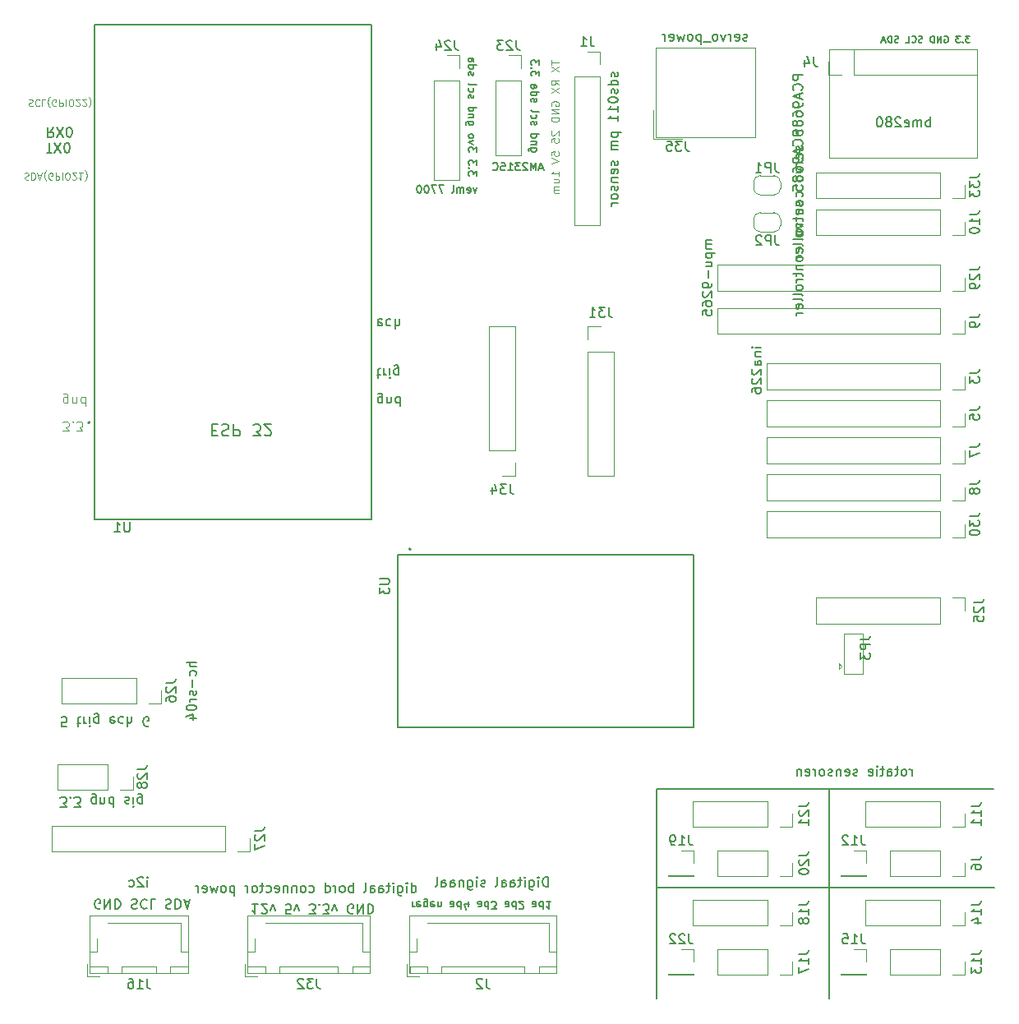
<source format=gbr>
%TF.GenerationSoftware,KiCad,Pcbnew,8.0.3*%
%TF.CreationDate,2024-11-19T22:16:28+01:00*%
%TF.ProjectId,weerstation-main,77656572-7374-4617-9469-6f6e2d6d6169,rev?*%
%TF.SameCoordinates,Original*%
%TF.FileFunction,Legend,Bot*%
%TF.FilePolarity,Positive*%
%FSLAX46Y46*%
G04 Gerber Fmt 4.6, Leading zero omitted, Abs format (unit mm)*
G04 Created by KiCad (PCBNEW 8.0.3) date 2024-11-19 22:16:28*
%MOMM*%
%LPD*%
G01*
G04 APERTURE LIST*
%ADD10C,0.150000*%
%ADD11C,0.100000*%
%ADD12C,0.120000*%
%ADD13C,0.200000*%
%ADD14C,0.175000*%
%ADD15C,0.127000*%
G04 APERTURE END LIST*
D10*
X96520000Y-91440000D02*
X78740000Y-91440000D01*
X96520000Y-91440000D02*
X113485496Y-91440000D01*
X78740000Y-91440000D02*
X78740000Y-113030000D01*
X78740000Y-101600000D02*
X113538000Y-101600000D01*
X96520000Y-101600000D02*
X96520000Y-113030000D01*
D11*
X96516142Y-15240000D02*
X111763859Y-15240000D01*
X111763859Y-26363077D01*
X96516142Y-26363077D01*
X96516142Y-15240000D01*
D10*
X96520000Y-101600000D02*
X96520000Y-91440000D01*
X74725326Y-17593271D02*
X74772945Y-17688509D01*
X74772945Y-17688509D02*
X74772945Y-17878985D01*
X74772945Y-17878985D02*
X74725326Y-17974223D01*
X74725326Y-17974223D02*
X74630087Y-18021842D01*
X74630087Y-18021842D02*
X74582468Y-18021842D01*
X74582468Y-18021842D02*
X74487230Y-17974223D01*
X74487230Y-17974223D02*
X74439611Y-17878985D01*
X74439611Y-17878985D02*
X74439611Y-17736128D01*
X74439611Y-17736128D02*
X74391992Y-17640890D01*
X74391992Y-17640890D02*
X74296754Y-17593271D01*
X74296754Y-17593271D02*
X74249135Y-17593271D01*
X74249135Y-17593271D02*
X74153897Y-17640890D01*
X74153897Y-17640890D02*
X74106278Y-17736128D01*
X74106278Y-17736128D02*
X74106278Y-17878985D01*
X74106278Y-17878985D02*
X74153897Y-17974223D01*
X74772945Y-18878985D02*
X73772945Y-18878985D01*
X74725326Y-18878985D02*
X74772945Y-18783747D01*
X74772945Y-18783747D02*
X74772945Y-18593271D01*
X74772945Y-18593271D02*
X74725326Y-18498033D01*
X74725326Y-18498033D02*
X74677706Y-18450414D01*
X74677706Y-18450414D02*
X74582468Y-18402795D01*
X74582468Y-18402795D02*
X74296754Y-18402795D01*
X74296754Y-18402795D02*
X74201516Y-18450414D01*
X74201516Y-18450414D02*
X74153897Y-18498033D01*
X74153897Y-18498033D02*
X74106278Y-18593271D01*
X74106278Y-18593271D02*
X74106278Y-18783747D01*
X74106278Y-18783747D02*
X74153897Y-18878985D01*
X74725326Y-19307557D02*
X74772945Y-19402795D01*
X74772945Y-19402795D02*
X74772945Y-19593271D01*
X74772945Y-19593271D02*
X74725326Y-19688509D01*
X74725326Y-19688509D02*
X74630087Y-19736128D01*
X74630087Y-19736128D02*
X74582468Y-19736128D01*
X74582468Y-19736128D02*
X74487230Y-19688509D01*
X74487230Y-19688509D02*
X74439611Y-19593271D01*
X74439611Y-19593271D02*
X74439611Y-19450414D01*
X74439611Y-19450414D02*
X74391992Y-19355176D01*
X74391992Y-19355176D02*
X74296754Y-19307557D01*
X74296754Y-19307557D02*
X74249135Y-19307557D01*
X74249135Y-19307557D02*
X74153897Y-19355176D01*
X74153897Y-19355176D02*
X74106278Y-19450414D01*
X74106278Y-19450414D02*
X74106278Y-19593271D01*
X74106278Y-19593271D02*
X74153897Y-19688509D01*
X73772945Y-20355176D02*
X73772945Y-20450414D01*
X73772945Y-20450414D02*
X73820564Y-20545652D01*
X73820564Y-20545652D02*
X73868183Y-20593271D01*
X73868183Y-20593271D02*
X73963421Y-20640890D01*
X73963421Y-20640890D02*
X74153897Y-20688509D01*
X74153897Y-20688509D02*
X74391992Y-20688509D01*
X74391992Y-20688509D02*
X74582468Y-20640890D01*
X74582468Y-20640890D02*
X74677706Y-20593271D01*
X74677706Y-20593271D02*
X74725326Y-20545652D01*
X74725326Y-20545652D02*
X74772945Y-20450414D01*
X74772945Y-20450414D02*
X74772945Y-20355176D01*
X74772945Y-20355176D02*
X74725326Y-20259938D01*
X74725326Y-20259938D02*
X74677706Y-20212319D01*
X74677706Y-20212319D02*
X74582468Y-20164700D01*
X74582468Y-20164700D02*
X74391992Y-20117081D01*
X74391992Y-20117081D02*
X74153897Y-20117081D01*
X74153897Y-20117081D02*
X73963421Y-20164700D01*
X73963421Y-20164700D02*
X73868183Y-20212319D01*
X73868183Y-20212319D02*
X73820564Y-20259938D01*
X73820564Y-20259938D02*
X73772945Y-20355176D01*
X74772945Y-21640890D02*
X74772945Y-21069462D01*
X74772945Y-21355176D02*
X73772945Y-21355176D01*
X73772945Y-21355176D02*
X73915802Y-21259938D01*
X73915802Y-21259938D02*
X74011040Y-21164700D01*
X74011040Y-21164700D02*
X74058659Y-21069462D01*
X74772945Y-22593271D02*
X74772945Y-22021843D01*
X74772945Y-22307557D02*
X73772945Y-22307557D01*
X73772945Y-22307557D02*
X73915802Y-22212319D01*
X73915802Y-22212319D02*
X74011040Y-22117081D01*
X74011040Y-22117081D02*
X74058659Y-22021843D01*
X74106278Y-23783748D02*
X75106278Y-23783748D01*
X74153897Y-23783748D02*
X74106278Y-23878986D01*
X74106278Y-23878986D02*
X74106278Y-24069462D01*
X74106278Y-24069462D02*
X74153897Y-24164700D01*
X74153897Y-24164700D02*
X74201516Y-24212319D01*
X74201516Y-24212319D02*
X74296754Y-24259938D01*
X74296754Y-24259938D02*
X74582468Y-24259938D01*
X74582468Y-24259938D02*
X74677706Y-24212319D01*
X74677706Y-24212319D02*
X74725326Y-24164700D01*
X74725326Y-24164700D02*
X74772945Y-24069462D01*
X74772945Y-24069462D02*
X74772945Y-23878986D01*
X74772945Y-23878986D02*
X74725326Y-23783748D01*
X74772945Y-24688510D02*
X74106278Y-24688510D01*
X74201516Y-24688510D02*
X74153897Y-24736129D01*
X74153897Y-24736129D02*
X74106278Y-24831367D01*
X74106278Y-24831367D02*
X74106278Y-24974224D01*
X74106278Y-24974224D02*
X74153897Y-25069462D01*
X74153897Y-25069462D02*
X74249135Y-25117081D01*
X74249135Y-25117081D02*
X74772945Y-25117081D01*
X74249135Y-25117081D02*
X74153897Y-25164700D01*
X74153897Y-25164700D02*
X74106278Y-25259938D01*
X74106278Y-25259938D02*
X74106278Y-25402795D01*
X74106278Y-25402795D02*
X74153897Y-25498034D01*
X74153897Y-25498034D02*
X74249135Y-25545653D01*
X74249135Y-25545653D02*
X74772945Y-25545653D01*
X74725326Y-26736129D02*
X74772945Y-26831367D01*
X74772945Y-26831367D02*
X74772945Y-27021843D01*
X74772945Y-27021843D02*
X74725326Y-27117081D01*
X74725326Y-27117081D02*
X74630087Y-27164700D01*
X74630087Y-27164700D02*
X74582468Y-27164700D01*
X74582468Y-27164700D02*
X74487230Y-27117081D01*
X74487230Y-27117081D02*
X74439611Y-27021843D01*
X74439611Y-27021843D02*
X74439611Y-26878986D01*
X74439611Y-26878986D02*
X74391992Y-26783748D01*
X74391992Y-26783748D02*
X74296754Y-26736129D01*
X74296754Y-26736129D02*
X74249135Y-26736129D01*
X74249135Y-26736129D02*
X74153897Y-26783748D01*
X74153897Y-26783748D02*
X74106278Y-26878986D01*
X74106278Y-26878986D02*
X74106278Y-27021843D01*
X74106278Y-27021843D02*
X74153897Y-27117081D01*
X74725326Y-27974224D02*
X74772945Y-27878986D01*
X74772945Y-27878986D02*
X74772945Y-27688510D01*
X74772945Y-27688510D02*
X74725326Y-27593272D01*
X74725326Y-27593272D02*
X74630087Y-27545653D01*
X74630087Y-27545653D02*
X74249135Y-27545653D01*
X74249135Y-27545653D02*
X74153897Y-27593272D01*
X74153897Y-27593272D02*
X74106278Y-27688510D01*
X74106278Y-27688510D02*
X74106278Y-27878986D01*
X74106278Y-27878986D02*
X74153897Y-27974224D01*
X74153897Y-27974224D02*
X74249135Y-28021843D01*
X74249135Y-28021843D02*
X74344373Y-28021843D01*
X74344373Y-28021843D02*
X74439611Y-27545653D01*
X74106278Y-28450415D02*
X74772945Y-28450415D01*
X74201516Y-28450415D02*
X74153897Y-28498034D01*
X74153897Y-28498034D02*
X74106278Y-28593272D01*
X74106278Y-28593272D02*
X74106278Y-28736129D01*
X74106278Y-28736129D02*
X74153897Y-28831367D01*
X74153897Y-28831367D02*
X74249135Y-28878986D01*
X74249135Y-28878986D02*
X74772945Y-28878986D01*
X74725326Y-29307558D02*
X74772945Y-29402796D01*
X74772945Y-29402796D02*
X74772945Y-29593272D01*
X74772945Y-29593272D02*
X74725326Y-29688510D01*
X74725326Y-29688510D02*
X74630087Y-29736129D01*
X74630087Y-29736129D02*
X74582468Y-29736129D01*
X74582468Y-29736129D02*
X74487230Y-29688510D01*
X74487230Y-29688510D02*
X74439611Y-29593272D01*
X74439611Y-29593272D02*
X74439611Y-29450415D01*
X74439611Y-29450415D02*
X74391992Y-29355177D01*
X74391992Y-29355177D02*
X74296754Y-29307558D01*
X74296754Y-29307558D02*
X74249135Y-29307558D01*
X74249135Y-29307558D02*
X74153897Y-29355177D01*
X74153897Y-29355177D02*
X74106278Y-29450415D01*
X74106278Y-29450415D02*
X74106278Y-29593272D01*
X74106278Y-29593272D02*
X74153897Y-29688510D01*
X74772945Y-30307558D02*
X74725326Y-30212320D01*
X74725326Y-30212320D02*
X74677706Y-30164701D01*
X74677706Y-30164701D02*
X74582468Y-30117082D01*
X74582468Y-30117082D02*
X74296754Y-30117082D01*
X74296754Y-30117082D02*
X74201516Y-30164701D01*
X74201516Y-30164701D02*
X74153897Y-30212320D01*
X74153897Y-30212320D02*
X74106278Y-30307558D01*
X74106278Y-30307558D02*
X74106278Y-30450415D01*
X74106278Y-30450415D02*
X74153897Y-30545653D01*
X74153897Y-30545653D02*
X74201516Y-30593272D01*
X74201516Y-30593272D02*
X74296754Y-30640891D01*
X74296754Y-30640891D02*
X74582468Y-30640891D01*
X74582468Y-30640891D02*
X74677706Y-30593272D01*
X74677706Y-30593272D02*
X74725326Y-30545653D01*
X74725326Y-30545653D02*
X74772945Y-30450415D01*
X74772945Y-30450415D02*
X74772945Y-30307558D01*
X74772945Y-31069463D02*
X74106278Y-31069463D01*
X74296754Y-31069463D02*
X74201516Y-31117082D01*
X74201516Y-31117082D02*
X74153897Y-31164701D01*
X74153897Y-31164701D02*
X74106278Y-31259939D01*
X74106278Y-31259939D02*
X74106278Y-31355177D01*
X37690588Y-103254180D02*
X37119160Y-103254180D01*
X37404874Y-103254180D02*
X37404874Y-104254180D01*
X37404874Y-104254180D02*
X37309636Y-104111323D01*
X37309636Y-104111323D02*
X37214398Y-104016085D01*
X37214398Y-104016085D02*
X37119160Y-103968466D01*
X38071541Y-104158942D02*
X38119160Y-104206561D01*
X38119160Y-104206561D02*
X38214398Y-104254180D01*
X38214398Y-104254180D02*
X38452493Y-104254180D01*
X38452493Y-104254180D02*
X38547731Y-104206561D01*
X38547731Y-104206561D02*
X38595350Y-104158942D01*
X38595350Y-104158942D02*
X38642969Y-104063704D01*
X38642969Y-104063704D02*
X38642969Y-103968466D01*
X38642969Y-103968466D02*
X38595350Y-103825609D01*
X38595350Y-103825609D02*
X38023922Y-103254180D01*
X38023922Y-103254180D02*
X38642969Y-103254180D01*
X38976303Y-103920847D02*
X39214398Y-103254180D01*
X39214398Y-103254180D02*
X39452493Y-103920847D01*
X41071541Y-104254180D02*
X40595351Y-104254180D01*
X40595351Y-104254180D02*
X40547732Y-103777990D01*
X40547732Y-103777990D02*
X40595351Y-103825609D01*
X40595351Y-103825609D02*
X40690589Y-103873228D01*
X40690589Y-103873228D02*
X40928684Y-103873228D01*
X40928684Y-103873228D02*
X41023922Y-103825609D01*
X41023922Y-103825609D02*
X41071541Y-103777990D01*
X41071541Y-103777990D02*
X41119160Y-103682752D01*
X41119160Y-103682752D02*
X41119160Y-103444657D01*
X41119160Y-103444657D02*
X41071541Y-103349419D01*
X41071541Y-103349419D02*
X41023922Y-103301800D01*
X41023922Y-103301800D02*
X40928684Y-103254180D01*
X40928684Y-103254180D02*
X40690589Y-103254180D01*
X40690589Y-103254180D02*
X40595351Y-103301800D01*
X40595351Y-103301800D02*
X40547732Y-103349419D01*
X41452494Y-103920847D02*
X41690589Y-103254180D01*
X41690589Y-103254180D02*
X41928684Y-103920847D01*
X42976304Y-104254180D02*
X43595351Y-104254180D01*
X43595351Y-104254180D02*
X43262018Y-103873228D01*
X43262018Y-103873228D02*
X43404875Y-103873228D01*
X43404875Y-103873228D02*
X43500113Y-103825609D01*
X43500113Y-103825609D02*
X43547732Y-103777990D01*
X43547732Y-103777990D02*
X43595351Y-103682752D01*
X43595351Y-103682752D02*
X43595351Y-103444657D01*
X43595351Y-103444657D02*
X43547732Y-103349419D01*
X43547732Y-103349419D02*
X43500113Y-103301800D01*
X43500113Y-103301800D02*
X43404875Y-103254180D01*
X43404875Y-103254180D02*
X43119161Y-103254180D01*
X43119161Y-103254180D02*
X43023923Y-103301800D01*
X43023923Y-103301800D02*
X42976304Y-103349419D01*
X44023923Y-103349419D02*
X44071542Y-103301800D01*
X44071542Y-103301800D02*
X44023923Y-103254180D01*
X44023923Y-103254180D02*
X43976304Y-103301800D01*
X43976304Y-103301800D02*
X44023923Y-103349419D01*
X44023923Y-103349419D02*
X44023923Y-103254180D01*
X44404875Y-104254180D02*
X45023922Y-104254180D01*
X45023922Y-104254180D02*
X44690589Y-103873228D01*
X44690589Y-103873228D02*
X44833446Y-103873228D01*
X44833446Y-103873228D02*
X44928684Y-103825609D01*
X44928684Y-103825609D02*
X44976303Y-103777990D01*
X44976303Y-103777990D02*
X45023922Y-103682752D01*
X45023922Y-103682752D02*
X45023922Y-103444657D01*
X45023922Y-103444657D02*
X44976303Y-103349419D01*
X44976303Y-103349419D02*
X44928684Y-103301800D01*
X44928684Y-103301800D02*
X44833446Y-103254180D01*
X44833446Y-103254180D02*
X44547732Y-103254180D01*
X44547732Y-103254180D02*
X44452494Y-103301800D01*
X44452494Y-103301800D02*
X44404875Y-103349419D01*
X45357256Y-103920847D02*
X45595351Y-103254180D01*
X45595351Y-103254180D02*
X45833446Y-103920847D01*
X47500113Y-104206561D02*
X47404875Y-104254180D01*
X47404875Y-104254180D02*
X47262018Y-104254180D01*
X47262018Y-104254180D02*
X47119161Y-104206561D01*
X47119161Y-104206561D02*
X47023923Y-104111323D01*
X47023923Y-104111323D02*
X46976304Y-104016085D01*
X46976304Y-104016085D02*
X46928685Y-103825609D01*
X46928685Y-103825609D02*
X46928685Y-103682752D01*
X46928685Y-103682752D02*
X46976304Y-103492276D01*
X46976304Y-103492276D02*
X47023923Y-103397038D01*
X47023923Y-103397038D02*
X47119161Y-103301800D01*
X47119161Y-103301800D02*
X47262018Y-103254180D01*
X47262018Y-103254180D02*
X47357256Y-103254180D01*
X47357256Y-103254180D02*
X47500113Y-103301800D01*
X47500113Y-103301800D02*
X47547732Y-103349419D01*
X47547732Y-103349419D02*
X47547732Y-103682752D01*
X47547732Y-103682752D02*
X47357256Y-103682752D01*
X47976304Y-103254180D02*
X47976304Y-104254180D01*
X47976304Y-104254180D02*
X48547732Y-103254180D01*
X48547732Y-103254180D02*
X48547732Y-104254180D01*
X49023923Y-103254180D02*
X49023923Y-104254180D01*
X49023923Y-104254180D02*
X49262018Y-104254180D01*
X49262018Y-104254180D02*
X49404875Y-104206561D01*
X49404875Y-104206561D02*
X49500113Y-104111323D01*
X49500113Y-104111323D02*
X49547732Y-104016085D01*
X49547732Y-104016085D02*
X49595351Y-103825609D01*
X49595351Y-103825609D02*
X49595351Y-103682752D01*
X49595351Y-103682752D02*
X49547732Y-103492276D01*
X49547732Y-103492276D02*
X49500113Y-103397038D01*
X49500113Y-103397038D02*
X49404875Y-103301800D01*
X49404875Y-103301800D02*
X49262018Y-103254180D01*
X49262018Y-103254180D02*
X49023923Y-103254180D01*
X17345353Y-93236399D02*
X17964400Y-93236399D01*
X17964400Y-93236399D02*
X17631067Y-92855447D01*
X17631067Y-92855447D02*
X17773924Y-92855447D01*
X17773924Y-92855447D02*
X17869162Y-92807828D01*
X17869162Y-92807828D02*
X17916781Y-92760209D01*
X17916781Y-92760209D02*
X17964400Y-92664971D01*
X17964400Y-92664971D02*
X17964400Y-92426876D01*
X17964400Y-92426876D02*
X17916781Y-92331638D01*
X17916781Y-92331638D02*
X17869162Y-92284019D01*
X17869162Y-92284019D02*
X17773924Y-92236399D01*
X17773924Y-92236399D02*
X17488210Y-92236399D01*
X17488210Y-92236399D02*
X17392972Y-92284019D01*
X17392972Y-92284019D02*
X17345353Y-92331638D01*
X18392972Y-92331638D02*
X18440591Y-92284019D01*
X18440591Y-92284019D02*
X18392972Y-92236399D01*
X18392972Y-92236399D02*
X18345353Y-92284019D01*
X18345353Y-92284019D02*
X18392972Y-92331638D01*
X18392972Y-92331638D02*
X18392972Y-92236399D01*
X18773924Y-93236399D02*
X19392971Y-93236399D01*
X19392971Y-93236399D02*
X19059638Y-92855447D01*
X19059638Y-92855447D02*
X19202495Y-92855447D01*
X19202495Y-92855447D02*
X19297733Y-92807828D01*
X19297733Y-92807828D02*
X19345352Y-92760209D01*
X19345352Y-92760209D02*
X19392971Y-92664971D01*
X19392971Y-92664971D02*
X19392971Y-92426876D01*
X19392971Y-92426876D02*
X19345352Y-92331638D01*
X19345352Y-92331638D02*
X19297733Y-92284019D01*
X19297733Y-92284019D02*
X19202495Y-92236399D01*
X19202495Y-92236399D02*
X18916781Y-92236399D01*
X18916781Y-92236399D02*
X18821543Y-92284019D01*
X18821543Y-92284019D02*
X18773924Y-92331638D01*
X21012019Y-92903066D02*
X21012019Y-92093542D01*
X21012019Y-92093542D02*
X20964400Y-91998304D01*
X20964400Y-91998304D02*
X20916781Y-91950685D01*
X20916781Y-91950685D02*
X20821543Y-91903066D01*
X20821543Y-91903066D02*
X20678686Y-91903066D01*
X20678686Y-91903066D02*
X20583448Y-91950685D01*
X21012019Y-92284019D02*
X20916781Y-92236399D01*
X20916781Y-92236399D02*
X20726305Y-92236399D01*
X20726305Y-92236399D02*
X20631067Y-92284019D01*
X20631067Y-92284019D02*
X20583448Y-92331638D01*
X20583448Y-92331638D02*
X20535829Y-92426876D01*
X20535829Y-92426876D02*
X20535829Y-92712590D01*
X20535829Y-92712590D02*
X20583448Y-92807828D01*
X20583448Y-92807828D02*
X20631067Y-92855447D01*
X20631067Y-92855447D02*
X20726305Y-92903066D01*
X20726305Y-92903066D02*
X20916781Y-92903066D01*
X20916781Y-92903066D02*
X21012019Y-92855447D01*
X21488210Y-92903066D02*
X21488210Y-92236399D01*
X21488210Y-92807828D02*
X21535829Y-92855447D01*
X21535829Y-92855447D02*
X21631067Y-92903066D01*
X21631067Y-92903066D02*
X21773924Y-92903066D01*
X21773924Y-92903066D02*
X21869162Y-92855447D01*
X21869162Y-92855447D02*
X21916781Y-92760209D01*
X21916781Y-92760209D02*
X21916781Y-92236399D01*
X22821543Y-92236399D02*
X22821543Y-93236399D01*
X22821543Y-92284019D02*
X22726305Y-92236399D01*
X22726305Y-92236399D02*
X22535829Y-92236399D01*
X22535829Y-92236399D02*
X22440591Y-92284019D01*
X22440591Y-92284019D02*
X22392972Y-92331638D01*
X22392972Y-92331638D02*
X22345353Y-92426876D01*
X22345353Y-92426876D02*
X22345353Y-92712590D01*
X22345353Y-92712590D02*
X22392972Y-92807828D01*
X22392972Y-92807828D02*
X22440591Y-92855447D01*
X22440591Y-92855447D02*
X22535829Y-92903066D01*
X22535829Y-92903066D02*
X22726305Y-92903066D01*
X22726305Y-92903066D02*
X22821543Y-92855447D01*
X24012020Y-92284019D02*
X24107258Y-92236399D01*
X24107258Y-92236399D02*
X24297734Y-92236399D01*
X24297734Y-92236399D02*
X24392972Y-92284019D01*
X24392972Y-92284019D02*
X24440591Y-92379257D01*
X24440591Y-92379257D02*
X24440591Y-92426876D01*
X24440591Y-92426876D02*
X24392972Y-92522114D01*
X24392972Y-92522114D02*
X24297734Y-92569733D01*
X24297734Y-92569733D02*
X24154877Y-92569733D01*
X24154877Y-92569733D02*
X24059639Y-92617352D01*
X24059639Y-92617352D02*
X24012020Y-92712590D01*
X24012020Y-92712590D02*
X24012020Y-92760209D01*
X24012020Y-92760209D02*
X24059639Y-92855447D01*
X24059639Y-92855447D02*
X24154877Y-92903066D01*
X24154877Y-92903066D02*
X24297734Y-92903066D01*
X24297734Y-92903066D02*
X24392972Y-92855447D01*
X24869163Y-92236399D02*
X24869163Y-92903066D01*
X24869163Y-93236399D02*
X24821544Y-93188780D01*
X24821544Y-93188780D02*
X24869163Y-93141161D01*
X24869163Y-93141161D02*
X24916782Y-93188780D01*
X24916782Y-93188780D02*
X24869163Y-93236399D01*
X24869163Y-93236399D02*
X24869163Y-93141161D01*
X25773924Y-92903066D02*
X25773924Y-92093542D01*
X25773924Y-92093542D02*
X25726305Y-91998304D01*
X25726305Y-91998304D02*
X25678686Y-91950685D01*
X25678686Y-91950685D02*
X25583448Y-91903066D01*
X25583448Y-91903066D02*
X25440591Y-91903066D01*
X25440591Y-91903066D02*
X25345353Y-91950685D01*
X25773924Y-92284019D02*
X25678686Y-92236399D01*
X25678686Y-92236399D02*
X25488210Y-92236399D01*
X25488210Y-92236399D02*
X25392972Y-92284019D01*
X25392972Y-92284019D02*
X25345353Y-92331638D01*
X25345353Y-92331638D02*
X25297734Y-92426876D01*
X25297734Y-92426876D02*
X25297734Y-92712590D01*
X25297734Y-92712590D02*
X25345353Y-92807828D01*
X25345353Y-92807828D02*
X25392972Y-92855447D01*
X25392972Y-92855447D02*
X25488210Y-92903066D01*
X25488210Y-92903066D02*
X25678686Y-92903066D01*
X25678686Y-92903066D02*
X25773924Y-92855447D01*
X67058935Y-27453473D02*
X66677982Y-27453473D01*
X67135125Y-27682045D02*
X66868458Y-26882045D01*
X66868458Y-26882045D02*
X66601792Y-27682045D01*
X66335125Y-27682045D02*
X66335125Y-26882045D01*
X66335125Y-26882045D02*
X66068459Y-27453473D01*
X66068459Y-27453473D02*
X65801792Y-26882045D01*
X65801792Y-26882045D02*
X65801792Y-27682045D01*
X65458935Y-26958235D02*
X65420839Y-26920140D01*
X65420839Y-26920140D02*
X65344649Y-26882045D01*
X65344649Y-26882045D02*
X65154173Y-26882045D01*
X65154173Y-26882045D02*
X65077982Y-26920140D01*
X65077982Y-26920140D02*
X65039887Y-26958235D01*
X65039887Y-26958235D02*
X65001792Y-27034426D01*
X65001792Y-27034426D02*
X65001792Y-27110616D01*
X65001792Y-27110616D02*
X65039887Y-27224902D01*
X65039887Y-27224902D02*
X65497030Y-27682045D01*
X65497030Y-27682045D02*
X65001792Y-27682045D01*
X64735125Y-26882045D02*
X64239887Y-26882045D01*
X64239887Y-26882045D02*
X64506553Y-27186807D01*
X64506553Y-27186807D02*
X64392268Y-27186807D01*
X64392268Y-27186807D02*
X64316077Y-27224902D01*
X64316077Y-27224902D02*
X64277982Y-27262997D01*
X64277982Y-27262997D02*
X64239887Y-27339188D01*
X64239887Y-27339188D02*
X64239887Y-27529664D01*
X64239887Y-27529664D02*
X64277982Y-27605854D01*
X64277982Y-27605854D02*
X64316077Y-27643950D01*
X64316077Y-27643950D02*
X64392268Y-27682045D01*
X64392268Y-27682045D02*
X64620839Y-27682045D01*
X64620839Y-27682045D02*
X64697030Y-27643950D01*
X64697030Y-27643950D02*
X64735125Y-27605854D01*
X63477982Y-27682045D02*
X63935125Y-27682045D01*
X63706553Y-27682045D02*
X63706553Y-26882045D01*
X63706553Y-26882045D02*
X63782744Y-26996330D01*
X63782744Y-26996330D02*
X63858934Y-27072521D01*
X63858934Y-27072521D02*
X63935125Y-27110616D01*
X62754172Y-26882045D02*
X63135124Y-26882045D01*
X63135124Y-26882045D02*
X63173220Y-27262997D01*
X63173220Y-27262997D02*
X63135124Y-27224902D01*
X63135124Y-27224902D02*
X63058934Y-27186807D01*
X63058934Y-27186807D02*
X62868458Y-27186807D01*
X62868458Y-27186807D02*
X62792267Y-27224902D01*
X62792267Y-27224902D02*
X62754172Y-27262997D01*
X62754172Y-27262997D02*
X62716077Y-27339188D01*
X62716077Y-27339188D02*
X62716077Y-27529664D01*
X62716077Y-27529664D02*
X62754172Y-27605854D01*
X62754172Y-27605854D02*
X62792267Y-27643950D01*
X62792267Y-27643950D02*
X62868458Y-27682045D01*
X62868458Y-27682045D02*
X63058934Y-27682045D01*
X63058934Y-27682045D02*
X63135124Y-27643950D01*
X63135124Y-27643950D02*
X63173220Y-27605854D01*
X61916076Y-27605854D02*
X61954172Y-27643950D01*
X61954172Y-27643950D02*
X62068457Y-27682045D01*
X62068457Y-27682045D02*
X62144648Y-27682045D01*
X62144648Y-27682045D02*
X62258934Y-27643950D01*
X62258934Y-27643950D02*
X62335124Y-27567759D01*
X62335124Y-27567759D02*
X62373219Y-27491569D01*
X62373219Y-27491569D02*
X62411315Y-27339188D01*
X62411315Y-27339188D02*
X62411315Y-27224902D01*
X62411315Y-27224902D02*
X62373219Y-27072521D01*
X62373219Y-27072521D02*
X62335124Y-26996330D01*
X62335124Y-26996330D02*
X62258934Y-26920140D01*
X62258934Y-26920140D02*
X62144648Y-26882045D01*
X62144648Y-26882045D02*
X62068457Y-26882045D01*
X62068457Y-26882045D02*
X61954172Y-26920140D01*
X61954172Y-26920140D02*
X61916076Y-26958235D01*
D12*
X67895855Y-16325137D02*
X67895855Y-16782280D01*
X68695855Y-16553708D02*
X67895855Y-16553708D01*
X67895855Y-16972756D02*
X68695855Y-17506090D01*
X67895855Y-17506090D02*
X68695855Y-16972756D01*
X68695855Y-18877519D02*
X68314902Y-18610852D01*
X68695855Y-18420376D02*
X67895855Y-18420376D01*
X67895855Y-18420376D02*
X67895855Y-18725138D01*
X67895855Y-18725138D02*
X67933950Y-18801328D01*
X67933950Y-18801328D02*
X67972045Y-18839423D01*
X67972045Y-18839423D02*
X68048236Y-18877519D01*
X68048236Y-18877519D02*
X68162521Y-18877519D01*
X68162521Y-18877519D02*
X68238712Y-18839423D01*
X68238712Y-18839423D02*
X68276807Y-18801328D01*
X68276807Y-18801328D02*
X68314902Y-18725138D01*
X68314902Y-18725138D02*
X68314902Y-18420376D01*
X67895855Y-19144185D02*
X68695855Y-19677519D01*
X67895855Y-19677519D02*
X68695855Y-19144185D01*
X67933950Y-21010852D02*
X67895855Y-20934662D01*
X67895855Y-20934662D02*
X67895855Y-20820376D01*
X67895855Y-20820376D02*
X67933950Y-20706090D01*
X67933950Y-20706090D02*
X68010140Y-20629900D01*
X68010140Y-20629900D02*
X68086331Y-20591805D01*
X68086331Y-20591805D02*
X68238712Y-20553709D01*
X68238712Y-20553709D02*
X68352998Y-20553709D01*
X68352998Y-20553709D02*
X68505379Y-20591805D01*
X68505379Y-20591805D02*
X68581569Y-20629900D01*
X68581569Y-20629900D02*
X68657760Y-20706090D01*
X68657760Y-20706090D02*
X68695855Y-20820376D01*
X68695855Y-20820376D02*
X68695855Y-20896567D01*
X68695855Y-20896567D02*
X68657760Y-21010852D01*
X68657760Y-21010852D02*
X68619664Y-21048948D01*
X68619664Y-21048948D02*
X68352998Y-21048948D01*
X68352998Y-21048948D02*
X68352998Y-20896567D01*
X68695855Y-21391805D02*
X67895855Y-21391805D01*
X67895855Y-21391805D02*
X68695855Y-21848948D01*
X68695855Y-21848948D02*
X67895855Y-21848948D01*
X68695855Y-22229900D02*
X67895855Y-22229900D01*
X67895855Y-22229900D02*
X67895855Y-22420376D01*
X67895855Y-22420376D02*
X67933950Y-22534662D01*
X67933950Y-22534662D02*
X68010140Y-22610852D01*
X68010140Y-22610852D02*
X68086331Y-22648947D01*
X68086331Y-22648947D02*
X68238712Y-22687043D01*
X68238712Y-22687043D02*
X68352998Y-22687043D01*
X68352998Y-22687043D02*
X68505379Y-22648947D01*
X68505379Y-22648947D02*
X68581569Y-22610852D01*
X68581569Y-22610852D02*
X68657760Y-22534662D01*
X68657760Y-22534662D02*
X68695855Y-22420376D01*
X68695855Y-22420376D02*
X68695855Y-22229900D01*
X67972045Y-23601328D02*
X67933950Y-23639424D01*
X67933950Y-23639424D02*
X67895855Y-23715614D01*
X67895855Y-23715614D02*
X67895855Y-23906090D01*
X67895855Y-23906090D02*
X67933950Y-23982281D01*
X67933950Y-23982281D02*
X67972045Y-24020376D01*
X67972045Y-24020376D02*
X68048236Y-24058471D01*
X68048236Y-24058471D02*
X68124426Y-24058471D01*
X68124426Y-24058471D02*
X68238712Y-24020376D01*
X68238712Y-24020376D02*
X68695855Y-23563233D01*
X68695855Y-23563233D02*
X68695855Y-24058471D01*
X67895855Y-24782281D02*
X67895855Y-24401329D01*
X67895855Y-24401329D02*
X68276807Y-24363233D01*
X68276807Y-24363233D02*
X68238712Y-24401329D01*
X68238712Y-24401329D02*
X68200617Y-24477519D01*
X68200617Y-24477519D02*
X68200617Y-24667995D01*
X68200617Y-24667995D02*
X68238712Y-24744186D01*
X68238712Y-24744186D02*
X68276807Y-24782281D01*
X68276807Y-24782281D02*
X68352998Y-24820376D01*
X68352998Y-24820376D02*
X68543474Y-24820376D01*
X68543474Y-24820376D02*
X68619664Y-24782281D01*
X68619664Y-24782281D02*
X68657760Y-24744186D01*
X68657760Y-24744186D02*
X68695855Y-24667995D01*
X68695855Y-24667995D02*
X68695855Y-24477519D01*
X68695855Y-24477519D02*
X68657760Y-24401329D01*
X68657760Y-24401329D02*
X68619664Y-24363233D01*
X67895855Y-26153710D02*
X67895855Y-25772758D01*
X67895855Y-25772758D02*
X68276807Y-25734662D01*
X68276807Y-25734662D02*
X68238712Y-25772758D01*
X68238712Y-25772758D02*
X68200617Y-25848948D01*
X68200617Y-25848948D02*
X68200617Y-26039424D01*
X68200617Y-26039424D02*
X68238712Y-26115615D01*
X68238712Y-26115615D02*
X68276807Y-26153710D01*
X68276807Y-26153710D02*
X68352998Y-26191805D01*
X68352998Y-26191805D02*
X68543474Y-26191805D01*
X68543474Y-26191805D02*
X68619664Y-26153710D01*
X68619664Y-26153710D02*
X68657760Y-26115615D01*
X68657760Y-26115615D02*
X68695855Y-26039424D01*
X68695855Y-26039424D02*
X68695855Y-25848948D01*
X68695855Y-25848948D02*
X68657760Y-25772758D01*
X68657760Y-25772758D02*
X68619664Y-25734662D01*
X67895855Y-26420377D02*
X68695855Y-26687044D01*
X68695855Y-26687044D02*
X67895855Y-26953710D01*
X68695855Y-28248948D02*
X68695855Y-27791805D01*
X68695855Y-28020377D02*
X67895855Y-28020377D01*
X67895855Y-28020377D02*
X68010140Y-27944186D01*
X68010140Y-27944186D02*
X68086331Y-27867996D01*
X68086331Y-27867996D02*
X68124426Y-27791805D01*
X68162521Y-28934663D02*
X68695855Y-28934663D01*
X68162521Y-28591806D02*
X68581569Y-28591806D01*
X68581569Y-28591806D02*
X68657760Y-28629901D01*
X68657760Y-28629901D02*
X68695855Y-28706091D01*
X68695855Y-28706091D02*
X68695855Y-28820377D01*
X68695855Y-28820377D02*
X68657760Y-28896568D01*
X68657760Y-28896568D02*
X68619664Y-28934663D01*
X68695855Y-29315616D02*
X68162521Y-29315616D01*
X68238712Y-29315616D02*
X68200617Y-29353711D01*
X68200617Y-29353711D02*
X68162521Y-29429901D01*
X68162521Y-29429901D02*
X68162521Y-29544187D01*
X68162521Y-29544187D02*
X68200617Y-29620378D01*
X68200617Y-29620378D02*
X68276807Y-29658473D01*
X68276807Y-29658473D02*
X68695855Y-29658473D01*
X68276807Y-29658473D02*
X68200617Y-29696568D01*
X68200617Y-29696568D02*
X68162521Y-29772759D01*
X68162521Y-29772759D02*
X68162521Y-29887044D01*
X68162521Y-29887044D02*
X68200617Y-29963235D01*
X68200617Y-29963235D02*
X68276807Y-30001330D01*
X68276807Y-30001330D02*
X68695855Y-30001330D01*
D11*
X14079150Y-20389713D02*
X14179150Y-20356379D01*
X14179150Y-20356379D02*
X14345817Y-20356379D01*
X14345817Y-20356379D02*
X14412483Y-20389713D01*
X14412483Y-20389713D02*
X14445817Y-20423046D01*
X14445817Y-20423046D02*
X14479150Y-20489713D01*
X14479150Y-20489713D02*
X14479150Y-20556379D01*
X14479150Y-20556379D02*
X14445817Y-20623046D01*
X14445817Y-20623046D02*
X14412483Y-20656379D01*
X14412483Y-20656379D02*
X14345817Y-20689713D01*
X14345817Y-20689713D02*
X14212483Y-20723046D01*
X14212483Y-20723046D02*
X14145817Y-20756379D01*
X14145817Y-20756379D02*
X14112483Y-20789713D01*
X14112483Y-20789713D02*
X14079150Y-20856379D01*
X14079150Y-20856379D02*
X14079150Y-20923046D01*
X14079150Y-20923046D02*
X14112483Y-20989713D01*
X14112483Y-20989713D02*
X14145817Y-21023046D01*
X14145817Y-21023046D02*
X14212483Y-21056379D01*
X14212483Y-21056379D02*
X14379150Y-21056379D01*
X14379150Y-21056379D02*
X14479150Y-21023046D01*
X15179150Y-20423046D02*
X15145817Y-20389713D01*
X15145817Y-20389713D02*
X15045817Y-20356379D01*
X15045817Y-20356379D02*
X14979150Y-20356379D01*
X14979150Y-20356379D02*
X14879150Y-20389713D01*
X14879150Y-20389713D02*
X14812484Y-20456379D01*
X14812484Y-20456379D02*
X14779150Y-20523046D01*
X14779150Y-20523046D02*
X14745817Y-20656379D01*
X14745817Y-20656379D02*
X14745817Y-20756379D01*
X14745817Y-20756379D02*
X14779150Y-20889713D01*
X14779150Y-20889713D02*
X14812484Y-20956379D01*
X14812484Y-20956379D02*
X14879150Y-21023046D01*
X14879150Y-21023046D02*
X14979150Y-21056379D01*
X14979150Y-21056379D02*
X15045817Y-21056379D01*
X15045817Y-21056379D02*
X15145817Y-21023046D01*
X15145817Y-21023046D02*
X15179150Y-20989713D01*
X15812484Y-20356379D02*
X15479150Y-20356379D01*
X15479150Y-20356379D02*
X15479150Y-21056379D01*
X16245817Y-20089713D02*
X16212484Y-20123046D01*
X16212484Y-20123046D02*
X16145817Y-20223046D01*
X16145817Y-20223046D02*
X16112484Y-20289713D01*
X16112484Y-20289713D02*
X16079151Y-20389713D01*
X16079151Y-20389713D02*
X16045817Y-20556379D01*
X16045817Y-20556379D02*
X16045817Y-20689713D01*
X16045817Y-20689713D02*
X16079151Y-20856379D01*
X16079151Y-20856379D02*
X16112484Y-20956379D01*
X16112484Y-20956379D02*
X16145817Y-21023046D01*
X16145817Y-21023046D02*
X16212484Y-21123046D01*
X16212484Y-21123046D02*
X16245817Y-21156379D01*
X16879151Y-21023046D02*
X16812484Y-21056379D01*
X16812484Y-21056379D02*
X16712484Y-21056379D01*
X16712484Y-21056379D02*
X16612484Y-21023046D01*
X16612484Y-21023046D02*
X16545818Y-20956379D01*
X16545818Y-20956379D02*
X16512484Y-20889713D01*
X16512484Y-20889713D02*
X16479151Y-20756379D01*
X16479151Y-20756379D02*
X16479151Y-20656379D01*
X16479151Y-20656379D02*
X16512484Y-20523046D01*
X16512484Y-20523046D02*
X16545818Y-20456379D01*
X16545818Y-20456379D02*
X16612484Y-20389713D01*
X16612484Y-20389713D02*
X16712484Y-20356379D01*
X16712484Y-20356379D02*
X16779151Y-20356379D01*
X16779151Y-20356379D02*
X16879151Y-20389713D01*
X16879151Y-20389713D02*
X16912484Y-20423046D01*
X16912484Y-20423046D02*
X16912484Y-20656379D01*
X16912484Y-20656379D02*
X16779151Y-20656379D01*
X17212484Y-20356379D02*
X17212484Y-21056379D01*
X17212484Y-21056379D02*
X17479151Y-21056379D01*
X17479151Y-21056379D02*
X17545818Y-21023046D01*
X17545818Y-21023046D02*
X17579151Y-20989713D01*
X17579151Y-20989713D02*
X17612484Y-20923046D01*
X17612484Y-20923046D02*
X17612484Y-20823046D01*
X17612484Y-20823046D02*
X17579151Y-20756379D01*
X17579151Y-20756379D02*
X17545818Y-20723046D01*
X17545818Y-20723046D02*
X17479151Y-20689713D01*
X17479151Y-20689713D02*
X17212484Y-20689713D01*
X17912484Y-20356379D02*
X17912484Y-21056379D01*
X18379151Y-21056379D02*
X18512484Y-21056379D01*
X18512484Y-21056379D02*
X18579151Y-21023046D01*
X18579151Y-21023046D02*
X18645817Y-20956379D01*
X18645817Y-20956379D02*
X18679151Y-20823046D01*
X18679151Y-20823046D02*
X18679151Y-20589713D01*
X18679151Y-20589713D02*
X18645817Y-20456379D01*
X18645817Y-20456379D02*
X18579151Y-20389713D01*
X18579151Y-20389713D02*
X18512484Y-20356379D01*
X18512484Y-20356379D02*
X18379151Y-20356379D01*
X18379151Y-20356379D02*
X18312484Y-20389713D01*
X18312484Y-20389713D02*
X18245817Y-20456379D01*
X18245817Y-20456379D02*
X18212484Y-20589713D01*
X18212484Y-20589713D02*
X18212484Y-20823046D01*
X18212484Y-20823046D02*
X18245817Y-20956379D01*
X18245817Y-20956379D02*
X18312484Y-21023046D01*
X18312484Y-21023046D02*
X18379151Y-21056379D01*
X18945817Y-20989713D02*
X18979150Y-21023046D01*
X18979150Y-21023046D02*
X19045817Y-21056379D01*
X19045817Y-21056379D02*
X19212484Y-21056379D01*
X19212484Y-21056379D02*
X19279150Y-21023046D01*
X19279150Y-21023046D02*
X19312484Y-20989713D01*
X19312484Y-20989713D02*
X19345817Y-20923046D01*
X19345817Y-20923046D02*
X19345817Y-20856379D01*
X19345817Y-20856379D02*
X19312484Y-20756379D01*
X19312484Y-20756379D02*
X18912484Y-20356379D01*
X18912484Y-20356379D02*
X19345817Y-20356379D01*
X19612484Y-20989713D02*
X19645817Y-21023046D01*
X19645817Y-21023046D02*
X19712484Y-21056379D01*
X19712484Y-21056379D02*
X19879151Y-21056379D01*
X19879151Y-21056379D02*
X19945817Y-21023046D01*
X19945817Y-21023046D02*
X19979151Y-20989713D01*
X19979151Y-20989713D02*
X20012484Y-20923046D01*
X20012484Y-20923046D02*
X20012484Y-20856379D01*
X20012484Y-20856379D02*
X19979151Y-20756379D01*
X19979151Y-20756379D02*
X19579151Y-20356379D01*
X19579151Y-20356379D02*
X20012484Y-20356379D01*
X20245818Y-20089713D02*
X20279151Y-20123046D01*
X20279151Y-20123046D02*
X20345818Y-20223046D01*
X20345818Y-20223046D02*
X20379151Y-20289713D01*
X20379151Y-20289713D02*
X20412484Y-20389713D01*
X20412484Y-20389713D02*
X20445818Y-20556379D01*
X20445818Y-20556379D02*
X20445818Y-20689713D01*
X20445818Y-20689713D02*
X20412484Y-20856379D01*
X20412484Y-20856379D02*
X20379151Y-20956379D01*
X20379151Y-20956379D02*
X20345818Y-21023046D01*
X20345818Y-21023046D02*
X20279151Y-21123046D01*
X20279151Y-21123046D02*
X20245818Y-21156379D01*
D10*
X15917540Y-25847460D02*
X16488968Y-25847460D01*
X16203254Y-24847460D02*
X16203254Y-25847460D01*
X16727064Y-25847460D02*
X17393730Y-24847460D01*
X17393730Y-25847460D02*
X16727064Y-24847460D01*
X17965159Y-25847460D02*
X18060397Y-25847460D01*
X18060397Y-25847460D02*
X18155635Y-25799841D01*
X18155635Y-25799841D02*
X18203254Y-25752222D01*
X18203254Y-25752222D02*
X18250873Y-25656984D01*
X18250873Y-25656984D02*
X18298492Y-25466508D01*
X18298492Y-25466508D02*
X18298492Y-25228413D01*
X18298492Y-25228413D02*
X18250873Y-25037937D01*
X18250873Y-25037937D02*
X18203254Y-24942699D01*
X18203254Y-24942699D02*
X18155635Y-24895080D01*
X18155635Y-24895080D02*
X18060397Y-24847460D01*
X18060397Y-24847460D02*
X17965159Y-24847460D01*
X17965159Y-24847460D02*
X17869921Y-24895080D01*
X17869921Y-24895080D02*
X17822302Y-24942699D01*
X17822302Y-24942699D02*
X17774683Y-25037937D01*
X17774683Y-25037937D02*
X17727064Y-25228413D01*
X17727064Y-25228413D02*
X17727064Y-25466508D01*
X17727064Y-25466508D02*
X17774683Y-25656984D01*
X17774683Y-25656984D02*
X17822302Y-25752222D01*
X17822302Y-25752222D02*
X17869921Y-25799841D01*
X17869921Y-25799841D02*
X17965159Y-25847460D01*
X16631825Y-23237516D02*
X16298492Y-23713707D01*
X16060397Y-23237516D02*
X16060397Y-24237516D01*
X16060397Y-24237516D02*
X16441349Y-24237516D01*
X16441349Y-24237516D02*
X16536587Y-24189897D01*
X16536587Y-24189897D02*
X16584206Y-24142278D01*
X16584206Y-24142278D02*
X16631825Y-24047040D01*
X16631825Y-24047040D02*
X16631825Y-23904183D01*
X16631825Y-23904183D02*
X16584206Y-23808945D01*
X16584206Y-23808945D02*
X16536587Y-23761326D01*
X16536587Y-23761326D02*
X16441349Y-23713707D01*
X16441349Y-23713707D02*
X16060397Y-23713707D01*
X16965159Y-24237516D02*
X17631825Y-23237516D01*
X17631825Y-24237516D02*
X16965159Y-23237516D01*
X18203254Y-24237516D02*
X18298492Y-24237516D01*
X18298492Y-24237516D02*
X18393730Y-24189897D01*
X18393730Y-24189897D02*
X18441349Y-24142278D01*
X18441349Y-24142278D02*
X18488968Y-24047040D01*
X18488968Y-24047040D02*
X18536587Y-23856564D01*
X18536587Y-23856564D02*
X18536587Y-23618469D01*
X18536587Y-23618469D02*
X18488968Y-23427993D01*
X18488968Y-23427993D02*
X18441349Y-23332755D01*
X18441349Y-23332755D02*
X18393730Y-23285136D01*
X18393730Y-23285136D02*
X18298492Y-23237516D01*
X18298492Y-23237516D02*
X18203254Y-23237516D01*
X18203254Y-23237516D02*
X18108016Y-23285136D01*
X18108016Y-23285136D02*
X18060397Y-23332755D01*
X18060397Y-23332755D02*
X18012778Y-23427993D01*
X18012778Y-23427993D02*
X17965159Y-23618469D01*
X17965159Y-23618469D02*
X17965159Y-23856564D01*
X17965159Y-23856564D02*
X18012778Y-24047040D01*
X18012778Y-24047040D02*
X18060397Y-24142278D01*
X18060397Y-24142278D02*
X18108016Y-24189897D01*
X18108016Y-24189897D02*
X18203254Y-24237516D01*
D13*
X67575326Y-101467219D02*
X67575326Y-100467219D01*
X67575326Y-100467219D02*
X67337231Y-100467219D01*
X67337231Y-100467219D02*
X67194374Y-100514838D01*
X67194374Y-100514838D02*
X67099136Y-100610076D01*
X67099136Y-100610076D02*
X67051517Y-100705314D01*
X67051517Y-100705314D02*
X67003898Y-100895790D01*
X67003898Y-100895790D02*
X67003898Y-101038647D01*
X67003898Y-101038647D02*
X67051517Y-101229123D01*
X67051517Y-101229123D02*
X67099136Y-101324361D01*
X67099136Y-101324361D02*
X67194374Y-101419600D01*
X67194374Y-101419600D02*
X67337231Y-101467219D01*
X67337231Y-101467219D02*
X67575326Y-101467219D01*
X66575326Y-101467219D02*
X66575326Y-100800552D01*
X66575326Y-100467219D02*
X66622945Y-100514838D01*
X66622945Y-100514838D02*
X66575326Y-100562457D01*
X66575326Y-100562457D02*
X66527707Y-100514838D01*
X66527707Y-100514838D02*
X66575326Y-100467219D01*
X66575326Y-100467219D02*
X66575326Y-100562457D01*
X65670565Y-100800552D02*
X65670565Y-101610076D01*
X65670565Y-101610076D02*
X65718184Y-101705314D01*
X65718184Y-101705314D02*
X65765803Y-101752933D01*
X65765803Y-101752933D02*
X65861041Y-101800552D01*
X65861041Y-101800552D02*
X66003898Y-101800552D01*
X66003898Y-101800552D02*
X66099136Y-101752933D01*
X65670565Y-101419600D02*
X65765803Y-101467219D01*
X65765803Y-101467219D02*
X65956279Y-101467219D01*
X65956279Y-101467219D02*
X66051517Y-101419600D01*
X66051517Y-101419600D02*
X66099136Y-101371980D01*
X66099136Y-101371980D02*
X66146755Y-101276742D01*
X66146755Y-101276742D02*
X66146755Y-100991028D01*
X66146755Y-100991028D02*
X66099136Y-100895790D01*
X66099136Y-100895790D02*
X66051517Y-100848171D01*
X66051517Y-100848171D02*
X65956279Y-100800552D01*
X65956279Y-100800552D02*
X65765803Y-100800552D01*
X65765803Y-100800552D02*
X65670565Y-100848171D01*
X65194374Y-101467219D02*
X65194374Y-100800552D01*
X65194374Y-100467219D02*
X65241993Y-100514838D01*
X65241993Y-100514838D02*
X65194374Y-100562457D01*
X65194374Y-100562457D02*
X65146755Y-100514838D01*
X65146755Y-100514838D02*
X65194374Y-100467219D01*
X65194374Y-100467219D02*
X65194374Y-100562457D01*
X64861041Y-100800552D02*
X64480089Y-100800552D01*
X64718184Y-100467219D02*
X64718184Y-101324361D01*
X64718184Y-101324361D02*
X64670565Y-101419600D01*
X64670565Y-101419600D02*
X64575327Y-101467219D01*
X64575327Y-101467219D02*
X64480089Y-101467219D01*
X63718184Y-101467219D02*
X63718184Y-100943409D01*
X63718184Y-100943409D02*
X63765803Y-100848171D01*
X63765803Y-100848171D02*
X63861041Y-100800552D01*
X63861041Y-100800552D02*
X64051517Y-100800552D01*
X64051517Y-100800552D02*
X64146755Y-100848171D01*
X63718184Y-101419600D02*
X63813422Y-101467219D01*
X63813422Y-101467219D02*
X64051517Y-101467219D01*
X64051517Y-101467219D02*
X64146755Y-101419600D01*
X64146755Y-101419600D02*
X64194374Y-101324361D01*
X64194374Y-101324361D02*
X64194374Y-101229123D01*
X64194374Y-101229123D02*
X64146755Y-101133885D01*
X64146755Y-101133885D02*
X64051517Y-101086266D01*
X64051517Y-101086266D02*
X63813422Y-101086266D01*
X63813422Y-101086266D02*
X63718184Y-101038647D01*
X62813422Y-101467219D02*
X62813422Y-100943409D01*
X62813422Y-100943409D02*
X62861041Y-100848171D01*
X62861041Y-100848171D02*
X62956279Y-100800552D01*
X62956279Y-100800552D02*
X63146755Y-100800552D01*
X63146755Y-100800552D02*
X63241993Y-100848171D01*
X62813422Y-101419600D02*
X62908660Y-101467219D01*
X62908660Y-101467219D02*
X63146755Y-101467219D01*
X63146755Y-101467219D02*
X63241993Y-101419600D01*
X63241993Y-101419600D02*
X63289612Y-101324361D01*
X63289612Y-101324361D02*
X63289612Y-101229123D01*
X63289612Y-101229123D02*
X63241993Y-101133885D01*
X63241993Y-101133885D02*
X63146755Y-101086266D01*
X63146755Y-101086266D02*
X62908660Y-101086266D01*
X62908660Y-101086266D02*
X62813422Y-101038647D01*
X62194374Y-101467219D02*
X62289612Y-101419600D01*
X62289612Y-101419600D02*
X62337231Y-101324361D01*
X62337231Y-101324361D02*
X62337231Y-100467219D01*
X61099135Y-101419600D02*
X61003897Y-101467219D01*
X61003897Y-101467219D02*
X60813421Y-101467219D01*
X60813421Y-101467219D02*
X60718183Y-101419600D01*
X60718183Y-101419600D02*
X60670564Y-101324361D01*
X60670564Y-101324361D02*
X60670564Y-101276742D01*
X60670564Y-101276742D02*
X60718183Y-101181504D01*
X60718183Y-101181504D02*
X60813421Y-101133885D01*
X60813421Y-101133885D02*
X60956278Y-101133885D01*
X60956278Y-101133885D02*
X61051516Y-101086266D01*
X61051516Y-101086266D02*
X61099135Y-100991028D01*
X61099135Y-100991028D02*
X61099135Y-100943409D01*
X61099135Y-100943409D02*
X61051516Y-100848171D01*
X61051516Y-100848171D02*
X60956278Y-100800552D01*
X60956278Y-100800552D02*
X60813421Y-100800552D01*
X60813421Y-100800552D02*
X60718183Y-100848171D01*
X60241992Y-101467219D02*
X60241992Y-100800552D01*
X60241992Y-100467219D02*
X60289611Y-100514838D01*
X60289611Y-100514838D02*
X60241992Y-100562457D01*
X60241992Y-100562457D02*
X60194373Y-100514838D01*
X60194373Y-100514838D02*
X60241992Y-100467219D01*
X60241992Y-100467219D02*
X60241992Y-100562457D01*
X59337231Y-100800552D02*
X59337231Y-101610076D01*
X59337231Y-101610076D02*
X59384850Y-101705314D01*
X59384850Y-101705314D02*
X59432469Y-101752933D01*
X59432469Y-101752933D02*
X59527707Y-101800552D01*
X59527707Y-101800552D02*
X59670564Y-101800552D01*
X59670564Y-101800552D02*
X59765802Y-101752933D01*
X59337231Y-101419600D02*
X59432469Y-101467219D01*
X59432469Y-101467219D02*
X59622945Y-101467219D01*
X59622945Y-101467219D02*
X59718183Y-101419600D01*
X59718183Y-101419600D02*
X59765802Y-101371980D01*
X59765802Y-101371980D02*
X59813421Y-101276742D01*
X59813421Y-101276742D02*
X59813421Y-100991028D01*
X59813421Y-100991028D02*
X59765802Y-100895790D01*
X59765802Y-100895790D02*
X59718183Y-100848171D01*
X59718183Y-100848171D02*
X59622945Y-100800552D01*
X59622945Y-100800552D02*
X59432469Y-100800552D01*
X59432469Y-100800552D02*
X59337231Y-100848171D01*
X58861040Y-100800552D02*
X58861040Y-101467219D01*
X58861040Y-100895790D02*
X58813421Y-100848171D01*
X58813421Y-100848171D02*
X58718183Y-100800552D01*
X58718183Y-100800552D02*
X58575326Y-100800552D01*
X58575326Y-100800552D02*
X58480088Y-100848171D01*
X58480088Y-100848171D02*
X58432469Y-100943409D01*
X58432469Y-100943409D02*
X58432469Y-101467219D01*
X57527707Y-101467219D02*
X57527707Y-100943409D01*
X57527707Y-100943409D02*
X57575326Y-100848171D01*
X57575326Y-100848171D02*
X57670564Y-100800552D01*
X57670564Y-100800552D02*
X57861040Y-100800552D01*
X57861040Y-100800552D02*
X57956278Y-100848171D01*
X57527707Y-101419600D02*
X57622945Y-101467219D01*
X57622945Y-101467219D02*
X57861040Y-101467219D01*
X57861040Y-101467219D02*
X57956278Y-101419600D01*
X57956278Y-101419600D02*
X58003897Y-101324361D01*
X58003897Y-101324361D02*
X58003897Y-101229123D01*
X58003897Y-101229123D02*
X57956278Y-101133885D01*
X57956278Y-101133885D02*
X57861040Y-101086266D01*
X57861040Y-101086266D02*
X57622945Y-101086266D01*
X57622945Y-101086266D02*
X57527707Y-101038647D01*
X56622945Y-101467219D02*
X56622945Y-100943409D01*
X56622945Y-100943409D02*
X56670564Y-100848171D01*
X56670564Y-100848171D02*
X56765802Y-100800552D01*
X56765802Y-100800552D02*
X56956278Y-100800552D01*
X56956278Y-100800552D02*
X57051516Y-100848171D01*
X56622945Y-101419600D02*
X56718183Y-101467219D01*
X56718183Y-101467219D02*
X56956278Y-101467219D01*
X56956278Y-101467219D02*
X57051516Y-101419600D01*
X57051516Y-101419600D02*
X57099135Y-101324361D01*
X57099135Y-101324361D02*
X57099135Y-101229123D01*
X57099135Y-101229123D02*
X57051516Y-101133885D01*
X57051516Y-101133885D02*
X56956278Y-101086266D01*
X56956278Y-101086266D02*
X56718183Y-101086266D01*
X56718183Y-101086266D02*
X56622945Y-101038647D01*
X56003897Y-101467219D02*
X56099135Y-101419600D01*
X56099135Y-101419600D02*
X56146754Y-101324361D01*
X56146754Y-101324361D02*
X56146754Y-100467219D01*
D11*
X13672750Y-27959430D02*
X13772750Y-27926096D01*
X13772750Y-27926096D02*
X13939417Y-27926096D01*
X13939417Y-27926096D02*
X14006083Y-27959430D01*
X14006083Y-27959430D02*
X14039417Y-27992763D01*
X14039417Y-27992763D02*
X14072750Y-28059430D01*
X14072750Y-28059430D02*
X14072750Y-28126096D01*
X14072750Y-28126096D02*
X14039417Y-28192763D01*
X14039417Y-28192763D02*
X14006083Y-28226096D01*
X14006083Y-28226096D02*
X13939417Y-28259430D01*
X13939417Y-28259430D02*
X13806083Y-28292763D01*
X13806083Y-28292763D02*
X13739417Y-28326096D01*
X13739417Y-28326096D02*
X13706083Y-28359430D01*
X13706083Y-28359430D02*
X13672750Y-28426096D01*
X13672750Y-28426096D02*
X13672750Y-28492763D01*
X13672750Y-28492763D02*
X13706083Y-28559430D01*
X13706083Y-28559430D02*
X13739417Y-28592763D01*
X13739417Y-28592763D02*
X13806083Y-28626096D01*
X13806083Y-28626096D02*
X13972750Y-28626096D01*
X13972750Y-28626096D02*
X14072750Y-28592763D01*
X14372750Y-27926096D02*
X14372750Y-28626096D01*
X14372750Y-28626096D02*
X14539417Y-28626096D01*
X14539417Y-28626096D02*
X14639417Y-28592763D01*
X14639417Y-28592763D02*
X14706084Y-28526096D01*
X14706084Y-28526096D02*
X14739417Y-28459430D01*
X14739417Y-28459430D02*
X14772750Y-28326096D01*
X14772750Y-28326096D02*
X14772750Y-28226096D01*
X14772750Y-28226096D02*
X14739417Y-28092763D01*
X14739417Y-28092763D02*
X14706084Y-28026096D01*
X14706084Y-28026096D02*
X14639417Y-27959430D01*
X14639417Y-27959430D02*
X14539417Y-27926096D01*
X14539417Y-27926096D02*
X14372750Y-27926096D01*
X15039417Y-28126096D02*
X15372750Y-28126096D01*
X14972750Y-27926096D02*
X15206084Y-28626096D01*
X15206084Y-28626096D02*
X15439417Y-27926096D01*
X15872750Y-27659430D02*
X15839417Y-27692763D01*
X15839417Y-27692763D02*
X15772750Y-27792763D01*
X15772750Y-27792763D02*
X15739417Y-27859430D01*
X15739417Y-27859430D02*
X15706084Y-27959430D01*
X15706084Y-27959430D02*
X15672750Y-28126096D01*
X15672750Y-28126096D02*
X15672750Y-28259430D01*
X15672750Y-28259430D02*
X15706084Y-28426096D01*
X15706084Y-28426096D02*
X15739417Y-28526096D01*
X15739417Y-28526096D02*
X15772750Y-28592763D01*
X15772750Y-28592763D02*
X15839417Y-28692763D01*
X15839417Y-28692763D02*
X15872750Y-28726096D01*
X16506084Y-28592763D02*
X16439417Y-28626096D01*
X16439417Y-28626096D02*
X16339417Y-28626096D01*
X16339417Y-28626096D02*
X16239417Y-28592763D01*
X16239417Y-28592763D02*
X16172751Y-28526096D01*
X16172751Y-28526096D02*
X16139417Y-28459430D01*
X16139417Y-28459430D02*
X16106084Y-28326096D01*
X16106084Y-28326096D02*
X16106084Y-28226096D01*
X16106084Y-28226096D02*
X16139417Y-28092763D01*
X16139417Y-28092763D02*
X16172751Y-28026096D01*
X16172751Y-28026096D02*
X16239417Y-27959430D01*
X16239417Y-27959430D02*
X16339417Y-27926096D01*
X16339417Y-27926096D02*
X16406084Y-27926096D01*
X16406084Y-27926096D02*
X16506084Y-27959430D01*
X16506084Y-27959430D02*
X16539417Y-27992763D01*
X16539417Y-27992763D02*
X16539417Y-28226096D01*
X16539417Y-28226096D02*
X16406084Y-28226096D01*
X16839417Y-27926096D02*
X16839417Y-28626096D01*
X16839417Y-28626096D02*
X17106084Y-28626096D01*
X17106084Y-28626096D02*
X17172751Y-28592763D01*
X17172751Y-28592763D02*
X17206084Y-28559430D01*
X17206084Y-28559430D02*
X17239417Y-28492763D01*
X17239417Y-28492763D02*
X17239417Y-28392763D01*
X17239417Y-28392763D02*
X17206084Y-28326096D01*
X17206084Y-28326096D02*
X17172751Y-28292763D01*
X17172751Y-28292763D02*
X17106084Y-28259430D01*
X17106084Y-28259430D02*
X16839417Y-28259430D01*
X17539417Y-27926096D02*
X17539417Y-28626096D01*
X18006084Y-28626096D02*
X18139417Y-28626096D01*
X18139417Y-28626096D02*
X18206084Y-28592763D01*
X18206084Y-28592763D02*
X18272750Y-28526096D01*
X18272750Y-28526096D02*
X18306084Y-28392763D01*
X18306084Y-28392763D02*
X18306084Y-28159430D01*
X18306084Y-28159430D02*
X18272750Y-28026096D01*
X18272750Y-28026096D02*
X18206084Y-27959430D01*
X18206084Y-27959430D02*
X18139417Y-27926096D01*
X18139417Y-27926096D02*
X18006084Y-27926096D01*
X18006084Y-27926096D02*
X17939417Y-27959430D01*
X17939417Y-27959430D02*
X17872750Y-28026096D01*
X17872750Y-28026096D02*
X17839417Y-28159430D01*
X17839417Y-28159430D02*
X17839417Y-28392763D01*
X17839417Y-28392763D02*
X17872750Y-28526096D01*
X17872750Y-28526096D02*
X17939417Y-28592763D01*
X17939417Y-28592763D02*
X18006084Y-28626096D01*
X18572750Y-28559430D02*
X18606083Y-28592763D01*
X18606083Y-28592763D02*
X18672750Y-28626096D01*
X18672750Y-28626096D02*
X18839417Y-28626096D01*
X18839417Y-28626096D02*
X18906083Y-28592763D01*
X18906083Y-28592763D02*
X18939417Y-28559430D01*
X18939417Y-28559430D02*
X18972750Y-28492763D01*
X18972750Y-28492763D02*
X18972750Y-28426096D01*
X18972750Y-28426096D02*
X18939417Y-28326096D01*
X18939417Y-28326096D02*
X18539417Y-27926096D01*
X18539417Y-27926096D02*
X18972750Y-27926096D01*
X19639417Y-27926096D02*
X19239417Y-27926096D01*
X19439417Y-27926096D02*
X19439417Y-28626096D01*
X19439417Y-28626096D02*
X19372750Y-28526096D01*
X19372750Y-28526096D02*
X19306084Y-28459430D01*
X19306084Y-28459430D02*
X19239417Y-28426096D01*
X19872751Y-27659430D02*
X19906084Y-27692763D01*
X19906084Y-27692763D02*
X19972751Y-27792763D01*
X19972751Y-27792763D02*
X20006084Y-27859430D01*
X20006084Y-27859430D02*
X20039417Y-27959430D01*
X20039417Y-27959430D02*
X20072751Y-28126096D01*
X20072751Y-28126096D02*
X20072751Y-28259430D01*
X20072751Y-28259430D02*
X20039417Y-28426096D01*
X20039417Y-28426096D02*
X20006084Y-28526096D01*
X20006084Y-28526096D02*
X19972751Y-28592763D01*
X19972751Y-28592763D02*
X19906084Y-28692763D01*
X19906084Y-28692763D02*
X19872751Y-28726096D01*
D10*
X60187317Y-28271325D02*
X60187317Y-27776087D01*
X60187317Y-27776087D02*
X59882555Y-28042753D01*
X59882555Y-28042753D02*
X59882555Y-27928468D01*
X59882555Y-27928468D02*
X59844460Y-27852277D01*
X59844460Y-27852277D02*
X59806365Y-27814182D01*
X59806365Y-27814182D02*
X59730174Y-27776087D01*
X59730174Y-27776087D02*
X59539698Y-27776087D01*
X59539698Y-27776087D02*
X59463508Y-27814182D01*
X59463508Y-27814182D02*
X59425413Y-27852277D01*
X59425413Y-27852277D02*
X59387317Y-27928468D01*
X59387317Y-27928468D02*
X59387317Y-28157039D01*
X59387317Y-28157039D02*
X59425413Y-28233230D01*
X59425413Y-28233230D02*
X59463508Y-28271325D01*
X59463508Y-27433229D02*
X59425413Y-27395134D01*
X59425413Y-27395134D02*
X59387317Y-27433229D01*
X59387317Y-27433229D02*
X59425413Y-27471325D01*
X59425413Y-27471325D02*
X59463508Y-27433229D01*
X59463508Y-27433229D02*
X59387317Y-27433229D01*
X60187317Y-27128468D02*
X60187317Y-26633230D01*
X60187317Y-26633230D02*
X59882555Y-26899896D01*
X59882555Y-26899896D02*
X59882555Y-26785611D01*
X59882555Y-26785611D02*
X59844460Y-26709420D01*
X59844460Y-26709420D02*
X59806365Y-26671325D01*
X59806365Y-26671325D02*
X59730174Y-26633230D01*
X59730174Y-26633230D02*
X59539698Y-26633230D01*
X59539698Y-26633230D02*
X59463508Y-26671325D01*
X59463508Y-26671325D02*
X59425413Y-26709420D01*
X59425413Y-26709420D02*
X59387317Y-26785611D01*
X59387317Y-26785611D02*
X59387317Y-27014182D01*
X59387317Y-27014182D02*
X59425413Y-27090373D01*
X59425413Y-27090373D02*
X59463508Y-27128468D01*
X60187317Y-25757039D02*
X60187317Y-25261801D01*
X60187317Y-25261801D02*
X59882555Y-25528467D01*
X59882555Y-25528467D02*
X59882555Y-25414182D01*
X59882555Y-25414182D02*
X59844460Y-25337991D01*
X59844460Y-25337991D02*
X59806365Y-25299896D01*
X59806365Y-25299896D02*
X59730174Y-25261801D01*
X59730174Y-25261801D02*
X59539698Y-25261801D01*
X59539698Y-25261801D02*
X59463508Y-25299896D01*
X59463508Y-25299896D02*
X59425413Y-25337991D01*
X59425413Y-25337991D02*
X59387317Y-25414182D01*
X59387317Y-25414182D02*
X59387317Y-25642753D01*
X59387317Y-25642753D02*
X59425413Y-25718944D01*
X59425413Y-25718944D02*
X59463508Y-25757039D01*
X59920651Y-24995134D02*
X59387317Y-24804658D01*
X59387317Y-24804658D02*
X59920651Y-24614181D01*
X59387317Y-24195134D02*
X59425413Y-24271324D01*
X59425413Y-24271324D02*
X59463508Y-24309419D01*
X59463508Y-24309419D02*
X59539698Y-24347515D01*
X59539698Y-24347515D02*
X59768270Y-24347515D01*
X59768270Y-24347515D02*
X59844460Y-24309419D01*
X59844460Y-24309419D02*
X59882555Y-24271324D01*
X59882555Y-24271324D02*
X59920651Y-24195134D01*
X59920651Y-24195134D02*
X59920651Y-24080848D01*
X59920651Y-24080848D02*
X59882555Y-24004657D01*
X59882555Y-24004657D02*
X59844460Y-23966562D01*
X59844460Y-23966562D02*
X59768270Y-23928467D01*
X59768270Y-23928467D02*
X59539698Y-23928467D01*
X59539698Y-23928467D02*
X59463508Y-23966562D01*
X59463508Y-23966562D02*
X59425413Y-24004657D01*
X59425413Y-24004657D02*
X59387317Y-24080848D01*
X59387317Y-24080848D02*
X59387317Y-24195134D01*
X59920651Y-22633228D02*
X59273032Y-22633228D01*
X59273032Y-22633228D02*
X59196841Y-22671323D01*
X59196841Y-22671323D02*
X59158746Y-22709419D01*
X59158746Y-22709419D02*
X59120651Y-22785609D01*
X59120651Y-22785609D02*
X59120651Y-22899895D01*
X59120651Y-22899895D02*
X59158746Y-22976085D01*
X59425413Y-22633228D02*
X59387317Y-22709419D01*
X59387317Y-22709419D02*
X59387317Y-22861800D01*
X59387317Y-22861800D02*
X59425413Y-22937990D01*
X59425413Y-22937990D02*
X59463508Y-22976085D01*
X59463508Y-22976085D02*
X59539698Y-23014181D01*
X59539698Y-23014181D02*
X59768270Y-23014181D01*
X59768270Y-23014181D02*
X59844460Y-22976085D01*
X59844460Y-22976085D02*
X59882555Y-22937990D01*
X59882555Y-22937990D02*
X59920651Y-22861800D01*
X59920651Y-22861800D02*
X59920651Y-22709419D01*
X59920651Y-22709419D02*
X59882555Y-22633228D01*
X59920651Y-22252275D02*
X59387317Y-22252275D01*
X59844460Y-22252275D02*
X59882555Y-22214180D01*
X59882555Y-22214180D02*
X59920651Y-22137990D01*
X59920651Y-22137990D02*
X59920651Y-22023704D01*
X59920651Y-22023704D02*
X59882555Y-21947513D01*
X59882555Y-21947513D02*
X59806365Y-21909418D01*
X59806365Y-21909418D02*
X59387317Y-21909418D01*
X59387317Y-21185608D02*
X60187317Y-21185608D01*
X59425413Y-21185608D02*
X59387317Y-21261799D01*
X59387317Y-21261799D02*
X59387317Y-21414180D01*
X59387317Y-21414180D02*
X59425413Y-21490370D01*
X59425413Y-21490370D02*
X59463508Y-21528465D01*
X59463508Y-21528465D02*
X59539698Y-21566561D01*
X59539698Y-21566561D02*
X59768270Y-21566561D01*
X59768270Y-21566561D02*
X59844460Y-21528465D01*
X59844460Y-21528465D02*
X59882555Y-21490370D01*
X59882555Y-21490370D02*
X59920651Y-21414180D01*
X59920651Y-21414180D02*
X59920651Y-21261799D01*
X59920651Y-21261799D02*
X59882555Y-21185608D01*
X59425413Y-20233227D02*
X59387317Y-20157036D01*
X59387317Y-20157036D02*
X59387317Y-20004655D01*
X59387317Y-20004655D02*
X59425413Y-19928465D01*
X59425413Y-19928465D02*
X59501603Y-19890369D01*
X59501603Y-19890369D02*
X59539698Y-19890369D01*
X59539698Y-19890369D02*
X59615889Y-19928465D01*
X59615889Y-19928465D02*
X59653984Y-20004655D01*
X59653984Y-20004655D02*
X59653984Y-20118941D01*
X59653984Y-20118941D02*
X59692079Y-20195131D01*
X59692079Y-20195131D02*
X59768270Y-20233227D01*
X59768270Y-20233227D02*
X59806365Y-20233227D01*
X59806365Y-20233227D02*
X59882555Y-20195131D01*
X59882555Y-20195131D02*
X59920651Y-20118941D01*
X59920651Y-20118941D02*
X59920651Y-20004655D01*
X59920651Y-20004655D02*
X59882555Y-19928465D01*
X59425413Y-19204655D02*
X59387317Y-19280846D01*
X59387317Y-19280846D02*
X59387317Y-19433227D01*
X59387317Y-19433227D02*
X59425413Y-19509417D01*
X59425413Y-19509417D02*
X59463508Y-19547512D01*
X59463508Y-19547512D02*
X59539698Y-19585608D01*
X59539698Y-19585608D02*
X59768270Y-19585608D01*
X59768270Y-19585608D02*
X59844460Y-19547512D01*
X59844460Y-19547512D02*
X59882555Y-19509417D01*
X59882555Y-19509417D02*
X59920651Y-19433227D01*
X59920651Y-19433227D02*
X59920651Y-19280846D01*
X59920651Y-19280846D02*
X59882555Y-19204655D01*
X59387317Y-18747513D02*
X59425413Y-18823703D01*
X59425413Y-18823703D02*
X59501603Y-18861798D01*
X59501603Y-18861798D02*
X60187317Y-18861798D01*
X59425413Y-17871322D02*
X59387317Y-17795131D01*
X59387317Y-17795131D02*
X59387317Y-17642750D01*
X59387317Y-17642750D02*
X59425413Y-17566560D01*
X59425413Y-17566560D02*
X59501603Y-17528464D01*
X59501603Y-17528464D02*
X59539698Y-17528464D01*
X59539698Y-17528464D02*
X59615889Y-17566560D01*
X59615889Y-17566560D02*
X59653984Y-17642750D01*
X59653984Y-17642750D02*
X59653984Y-17757036D01*
X59653984Y-17757036D02*
X59692079Y-17833226D01*
X59692079Y-17833226D02*
X59768270Y-17871322D01*
X59768270Y-17871322D02*
X59806365Y-17871322D01*
X59806365Y-17871322D02*
X59882555Y-17833226D01*
X59882555Y-17833226D02*
X59920651Y-17757036D01*
X59920651Y-17757036D02*
X59920651Y-17642750D01*
X59920651Y-17642750D02*
X59882555Y-17566560D01*
X59387317Y-16842750D02*
X60187317Y-16842750D01*
X59425413Y-16842750D02*
X59387317Y-16918941D01*
X59387317Y-16918941D02*
X59387317Y-17071322D01*
X59387317Y-17071322D02*
X59425413Y-17147512D01*
X59425413Y-17147512D02*
X59463508Y-17185607D01*
X59463508Y-17185607D02*
X59539698Y-17223703D01*
X59539698Y-17223703D02*
X59768270Y-17223703D01*
X59768270Y-17223703D02*
X59844460Y-17185607D01*
X59844460Y-17185607D02*
X59882555Y-17147512D01*
X59882555Y-17147512D02*
X59920651Y-17071322D01*
X59920651Y-17071322D02*
X59920651Y-16918941D01*
X59920651Y-16918941D02*
X59882555Y-16842750D01*
X59387317Y-16118940D02*
X59806365Y-16118940D01*
X59806365Y-16118940D02*
X59882555Y-16157035D01*
X59882555Y-16157035D02*
X59920651Y-16233226D01*
X59920651Y-16233226D02*
X59920651Y-16385607D01*
X59920651Y-16385607D02*
X59882555Y-16461797D01*
X59425413Y-16118940D02*
X59387317Y-16195131D01*
X59387317Y-16195131D02*
X59387317Y-16385607D01*
X59387317Y-16385607D02*
X59425413Y-16461797D01*
X59425413Y-16461797D02*
X59501603Y-16499893D01*
X59501603Y-16499893D02*
X59577793Y-16499893D01*
X59577793Y-16499893D02*
X59653984Y-16461797D01*
X59653984Y-16461797D02*
X59692079Y-16385607D01*
X59692079Y-16385607D02*
X59692079Y-16195131D01*
X59692079Y-16195131D02*
X59730174Y-16118940D01*
X21434588Y-103698561D02*
X21339350Y-103746180D01*
X21339350Y-103746180D02*
X21196493Y-103746180D01*
X21196493Y-103746180D02*
X21053636Y-103698561D01*
X21053636Y-103698561D02*
X20958398Y-103603323D01*
X20958398Y-103603323D02*
X20910779Y-103508085D01*
X20910779Y-103508085D02*
X20863160Y-103317609D01*
X20863160Y-103317609D02*
X20863160Y-103174752D01*
X20863160Y-103174752D02*
X20910779Y-102984276D01*
X20910779Y-102984276D02*
X20958398Y-102889038D01*
X20958398Y-102889038D02*
X21053636Y-102793800D01*
X21053636Y-102793800D02*
X21196493Y-102746180D01*
X21196493Y-102746180D02*
X21291731Y-102746180D01*
X21291731Y-102746180D02*
X21434588Y-102793800D01*
X21434588Y-102793800D02*
X21482207Y-102841419D01*
X21482207Y-102841419D02*
X21482207Y-103174752D01*
X21482207Y-103174752D02*
X21291731Y-103174752D01*
X21910779Y-102746180D02*
X21910779Y-103746180D01*
X21910779Y-103746180D02*
X22482207Y-102746180D01*
X22482207Y-102746180D02*
X22482207Y-103746180D01*
X22958398Y-102746180D02*
X22958398Y-103746180D01*
X22958398Y-103746180D02*
X23196493Y-103746180D01*
X23196493Y-103746180D02*
X23339350Y-103698561D01*
X23339350Y-103698561D02*
X23434588Y-103603323D01*
X23434588Y-103603323D02*
X23482207Y-103508085D01*
X23482207Y-103508085D02*
X23529826Y-103317609D01*
X23529826Y-103317609D02*
X23529826Y-103174752D01*
X23529826Y-103174752D02*
X23482207Y-102984276D01*
X23482207Y-102984276D02*
X23434588Y-102889038D01*
X23434588Y-102889038D02*
X23339350Y-102793800D01*
X23339350Y-102793800D02*
X23196493Y-102746180D01*
X23196493Y-102746180D02*
X22958398Y-102746180D01*
X24672684Y-102793800D02*
X24815541Y-102746180D01*
X24815541Y-102746180D02*
X25053636Y-102746180D01*
X25053636Y-102746180D02*
X25148874Y-102793800D01*
X25148874Y-102793800D02*
X25196493Y-102841419D01*
X25196493Y-102841419D02*
X25244112Y-102936657D01*
X25244112Y-102936657D02*
X25244112Y-103031895D01*
X25244112Y-103031895D02*
X25196493Y-103127133D01*
X25196493Y-103127133D02*
X25148874Y-103174752D01*
X25148874Y-103174752D02*
X25053636Y-103222371D01*
X25053636Y-103222371D02*
X24863160Y-103269990D01*
X24863160Y-103269990D02*
X24767922Y-103317609D01*
X24767922Y-103317609D02*
X24720303Y-103365228D01*
X24720303Y-103365228D02*
X24672684Y-103460466D01*
X24672684Y-103460466D02*
X24672684Y-103555704D01*
X24672684Y-103555704D02*
X24720303Y-103650942D01*
X24720303Y-103650942D02*
X24767922Y-103698561D01*
X24767922Y-103698561D02*
X24863160Y-103746180D01*
X24863160Y-103746180D02*
X25101255Y-103746180D01*
X25101255Y-103746180D02*
X25244112Y-103698561D01*
X26244112Y-102841419D02*
X26196493Y-102793800D01*
X26196493Y-102793800D02*
X26053636Y-102746180D01*
X26053636Y-102746180D02*
X25958398Y-102746180D01*
X25958398Y-102746180D02*
X25815541Y-102793800D01*
X25815541Y-102793800D02*
X25720303Y-102889038D01*
X25720303Y-102889038D02*
X25672684Y-102984276D01*
X25672684Y-102984276D02*
X25625065Y-103174752D01*
X25625065Y-103174752D02*
X25625065Y-103317609D01*
X25625065Y-103317609D02*
X25672684Y-103508085D01*
X25672684Y-103508085D02*
X25720303Y-103603323D01*
X25720303Y-103603323D02*
X25815541Y-103698561D01*
X25815541Y-103698561D02*
X25958398Y-103746180D01*
X25958398Y-103746180D02*
X26053636Y-103746180D01*
X26053636Y-103746180D02*
X26196493Y-103698561D01*
X26196493Y-103698561D02*
X26244112Y-103650942D01*
X27148874Y-102746180D02*
X26672684Y-102746180D01*
X26672684Y-102746180D02*
X26672684Y-103746180D01*
X28196494Y-102793800D02*
X28339351Y-102746180D01*
X28339351Y-102746180D02*
X28577446Y-102746180D01*
X28577446Y-102746180D02*
X28672684Y-102793800D01*
X28672684Y-102793800D02*
X28720303Y-102841419D01*
X28720303Y-102841419D02*
X28767922Y-102936657D01*
X28767922Y-102936657D02*
X28767922Y-103031895D01*
X28767922Y-103031895D02*
X28720303Y-103127133D01*
X28720303Y-103127133D02*
X28672684Y-103174752D01*
X28672684Y-103174752D02*
X28577446Y-103222371D01*
X28577446Y-103222371D02*
X28386970Y-103269990D01*
X28386970Y-103269990D02*
X28291732Y-103317609D01*
X28291732Y-103317609D02*
X28244113Y-103365228D01*
X28244113Y-103365228D02*
X28196494Y-103460466D01*
X28196494Y-103460466D02*
X28196494Y-103555704D01*
X28196494Y-103555704D02*
X28244113Y-103650942D01*
X28244113Y-103650942D02*
X28291732Y-103698561D01*
X28291732Y-103698561D02*
X28386970Y-103746180D01*
X28386970Y-103746180D02*
X28625065Y-103746180D01*
X28625065Y-103746180D02*
X28767922Y-103698561D01*
X29196494Y-102746180D02*
X29196494Y-103746180D01*
X29196494Y-103746180D02*
X29434589Y-103746180D01*
X29434589Y-103746180D02*
X29577446Y-103698561D01*
X29577446Y-103698561D02*
X29672684Y-103603323D01*
X29672684Y-103603323D02*
X29720303Y-103508085D01*
X29720303Y-103508085D02*
X29767922Y-103317609D01*
X29767922Y-103317609D02*
X29767922Y-103174752D01*
X29767922Y-103174752D02*
X29720303Y-102984276D01*
X29720303Y-102984276D02*
X29672684Y-102889038D01*
X29672684Y-102889038D02*
X29577446Y-102793800D01*
X29577446Y-102793800D02*
X29434589Y-102746180D01*
X29434589Y-102746180D02*
X29196494Y-102746180D01*
X30148875Y-103031895D02*
X30625065Y-103031895D01*
X30053637Y-102746180D02*
X30386970Y-103746180D01*
X30386970Y-103746180D02*
X30720303Y-102746180D01*
X53629160Y-102975704D02*
X53629160Y-103509038D01*
X53629160Y-103356657D02*
X53667255Y-103432847D01*
X53667255Y-103432847D02*
X53705350Y-103470942D01*
X53705350Y-103470942D02*
X53781541Y-103509038D01*
X53781541Y-103509038D02*
X53857731Y-103509038D01*
X54429160Y-103013800D02*
X54352969Y-102975704D01*
X54352969Y-102975704D02*
X54200588Y-102975704D01*
X54200588Y-102975704D02*
X54124398Y-103013800D01*
X54124398Y-103013800D02*
X54086302Y-103089990D01*
X54086302Y-103089990D02*
X54086302Y-103394752D01*
X54086302Y-103394752D02*
X54124398Y-103470942D01*
X54124398Y-103470942D02*
X54200588Y-103509038D01*
X54200588Y-103509038D02*
X54352969Y-103509038D01*
X54352969Y-103509038D02*
X54429160Y-103470942D01*
X54429160Y-103470942D02*
X54467255Y-103394752D01*
X54467255Y-103394752D02*
X54467255Y-103318561D01*
X54467255Y-103318561D02*
X54086302Y-103242371D01*
X55152969Y-103509038D02*
X55152969Y-102861419D01*
X55152969Y-102861419D02*
X55114874Y-102785228D01*
X55114874Y-102785228D02*
X55076778Y-102747133D01*
X55076778Y-102747133D02*
X55000588Y-102709038D01*
X55000588Y-102709038D02*
X54886302Y-102709038D01*
X54886302Y-102709038D02*
X54810112Y-102747133D01*
X55152969Y-103013800D02*
X55076778Y-102975704D01*
X55076778Y-102975704D02*
X54924397Y-102975704D01*
X54924397Y-102975704D02*
X54848207Y-103013800D01*
X54848207Y-103013800D02*
X54810112Y-103051895D01*
X54810112Y-103051895D02*
X54772016Y-103128085D01*
X54772016Y-103128085D02*
X54772016Y-103356657D01*
X54772016Y-103356657D02*
X54810112Y-103432847D01*
X54810112Y-103432847D02*
X54848207Y-103470942D01*
X54848207Y-103470942D02*
X54924397Y-103509038D01*
X54924397Y-103509038D02*
X55076778Y-103509038D01*
X55076778Y-103509038D02*
X55152969Y-103470942D01*
X55838684Y-103013800D02*
X55762493Y-102975704D01*
X55762493Y-102975704D02*
X55610112Y-102975704D01*
X55610112Y-102975704D02*
X55533922Y-103013800D01*
X55533922Y-103013800D02*
X55495826Y-103089990D01*
X55495826Y-103089990D02*
X55495826Y-103394752D01*
X55495826Y-103394752D02*
X55533922Y-103470942D01*
X55533922Y-103470942D02*
X55610112Y-103509038D01*
X55610112Y-103509038D02*
X55762493Y-103509038D01*
X55762493Y-103509038D02*
X55838684Y-103470942D01*
X55838684Y-103470942D02*
X55876779Y-103394752D01*
X55876779Y-103394752D02*
X55876779Y-103318561D01*
X55876779Y-103318561D02*
X55495826Y-103242371D01*
X56219636Y-103509038D02*
X56219636Y-102975704D01*
X56219636Y-103432847D02*
X56257731Y-103470942D01*
X56257731Y-103470942D02*
X56333921Y-103509038D01*
X56333921Y-103509038D02*
X56448207Y-103509038D01*
X56448207Y-103509038D02*
X56524398Y-103470942D01*
X56524398Y-103470942D02*
X56562493Y-103394752D01*
X56562493Y-103394752D02*
X56562493Y-102975704D01*
X57895827Y-102975704D02*
X57895827Y-103394752D01*
X57895827Y-103394752D02*
X57857732Y-103470942D01*
X57857732Y-103470942D02*
X57781541Y-103509038D01*
X57781541Y-103509038D02*
X57629160Y-103509038D01*
X57629160Y-103509038D02*
X57552970Y-103470942D01*
X57895827Y-103013800D02*
X57819636Y-102975704D01*
X57819636Y-102975704D02*
X57629160Y-102975704D01*
X57629160Y-102975704D02*
X57552970Y-103013800D01*
X57552970Y-103013800D02*
X57514874Y-103089990D01*
X57514874Y-103089990D02*
X57514874Y-103166180D01*
X57514874Y-103166180D02*
X57552970Y-103242371D01*
X57552970Y-103242371D02*
X57629160Y-103280466D01*
X57629160Y-103280466D02*
X57819636Y-103280466D01*
X57819636Y-103280466D02*
X57895827Y-103318561D01*
X58619637Y-102975704D02*
X58619637Y-103775704D01*
X58619637Y-103013800D02*
X58543446Y-102975704D01*
X58543446Y-102975704D02*
X58391065Y-102975704D01*
X58391065Y-102975704D02*
X58314875Y-103013800D01*
X58314875Y-103013800D02*
X58276780Y-103051895D01*
X58276780Y-103051895D02*
X58238684Y-103128085D01*
X58238684Y-103128085D02*
X58238684Y-103356657D01*
X58238684Y-103356657D02*
X58276780Y-103432847D01*
X58276780Y-103432847D02*
X58314875Y-103470942D01*
X58314875Y-103470942D02*
X58391065Y-103509038D01*
X58391065Y-103509038D02*
X58543446Y-103509038D01*
X58543446Y-103509038D02*
X58619637Y-103470942D01*
X59343447Y-103509038D02*
X59343447Y-102975704D01*
X59152971Y-103813800D02*
X58962494Y-103242371D01*
X58962494Y-103242371D02*
X59457733Y-103242371D01*
X60714876Y-102975704D02*
X60714876Y-103394752D01*
X60714876Y-103394752D02*
X60676781Y-103470942D01*
X60676781Y-103470942D02*
X60600590Y-103509038D01*
X60600590Y-103509038D02*
X60448209Y-103509038D01*
X60448209Y-103509038D02*
X60372019Y-103470942D01*
X60714876Y-103013800D02*
X60638685Y-102975704D01*
X60638685Y-102975704D02*
X60448209Y-102975704D01*
X60448209Y-102975704D02*
X60372019Y-103013800D01*
X60372019Y-103013800D02*
X60333923Y-103089990D01*
X60333923Y-103089990D02*
X60333923Y-103166180D01*
X60333923Y-103166180D02*
X60372019Y-103242371D01*
X60372019Y-103242371D02*
X60448209Y-103280466D01*
X60448209Y-103280466D02*
X60638685Y-103280466D01*
X60638685Y-103280466D02*
X60714876Y-103318561D01*
X61438686Y-102975704D02*
X61438686Y-103775704D01*
X61438686Y-103013800D02*
X61362495Y-102975704D01*
X61362495Y-102975704D02*
X61210114Y-102975704D01*
X61210114Y-102975704D02*
X61133924Y-103013800D01*
X61133924Y-103013800D02*
X61095829Y-103051895D01*
X61095829Y-103051895D02*
X61057733Y-103128085D01*
X61057733Y-103128085D02*
X61057733Y-103356657D01*
X61057733Y-103356657D02*
X61095829Y-103432847D01*
X61095829Y-103432847D02*
X61133924Y-103470942D01*
X61133924Y-103470942D02*
X61210114Y-103509038D01*
X61210114Y-103509038D02*
X61362495Y-103509038D01*
X61362495Y-103509038D02*
X61438686Y-103470942D01*
X61743448Y-103775704D02*
X62238686Y-103775704D01*
X62238686Y-103775704D02*
X61972020Y-103470942D01*
X61972020Y-103470942D02*
X62086305Y-103470942D01*
X62086305Y-103470942D02*
X62162496Y-103432847D01*
X62162496Y-103432847D02*
X62200591Y-103394752D01*
X62200591Y-103394752D02*
X62238686Y-103318561D01*
X62238686Y-103318561D02*
X62238686Y-103128085D01*
X62238686Y-103128085D02*
X62200591Y-103051895D01*
X62200591Y-103051895D02*
X62162496Y-103013800D01*
X62162496Y-103013800D02*
X62086305Y-102975704D01*
X62086305Y-102975704D02*
X61857734Y-102975704D01*
X61857734Y-102975704D02*
X61781543Y-103013800D01*
X61781543Y-103013800D02*
X61743448Y-103051895D01*
X63533925Y-102975704D02*
X63533925Y-103394752D01*
X63533925Y-103394752D02*
X63495830Y-103470942D01*
X63495830Y-103470942D02*
X63419639Y-103509038D01*
X63419639Y-103509038D02*
X63267258Y-103509038D01*
X63267258Y-103509038D02*
X63191068Y-103470942D01*
X63533925Y-103013800D02*
X63457734Y-102975704D01*
X63457734Y-102975704D02*
X63267258Y-102975704D01*
X63267258Y-102975704D02*
X63191068Y-103013800D01*
X63191068Y-103013800D02*
X63152972Y-103089990D01*
X63152972Y-103089990D02*
X63152972Y-103166180D01*
X63152972Y-103166180D02*
X63191068Y-103242371D01*
X63191068Y-103242371D02*
X63267258Y-103280466D01*
X63267258Y-103280466D02*
X63457734Y-103280466D01*
X63457734Y-103280466D02*
X63533925Y-103318561D01*
X64257735Y-102975704D02*
X64257735Y-103775704D01*
X64257735Y-103013800D02*
X64181544Y-102975704D01*
X64181544Y-102975704D02*
X64029163Y-102975704D01*
X64029163Y-102975704D02*
X63952973Y-103013800D01*
X63952973Y-103013800D02*
X63914878Y-103051895D01*
X63914878Y-103051895D02*
X63876782Y-103128085D01*
X63876782Y-103128085D02*
X63876782Y-103356657D01*
X63876782Y-103356657D02*
X63914878Y-103432847D01*
X63914878Y-103432847D02*
X63952973Y-103470942D01*
X63952973Y-103470942D02*
X64029163Y-103509038D01*
X64029163Y-103509038D02*
X64181544Y-103509038D01*
X64181544Y-103509038D02*
X64257735Y-103470942D01*
X64600592Y-103699514D02*
X64638688Y-103737609D01*
X64638688Y-103737609D02*
X64714878Y-103775704D01*
X64714878Y-103775704D02*
X64905354Y-103775704D01*
X64905354Y-103775704D02*
X64981545Y-103737609D01*
X64981545Y-103737609D02*
X65019640Y-103699514D01*
X65019640Y-103699514D02*
X65057735Y-103623323D01*
X65057735Y-103623323D02*
X65057735Y-103547133D01*
X65057735Y-103547133D02*
X65019640Y-103432847D01*
X65019640Y-103432847D02*
X64562497Y-102975704D01*
X64562497Y-102975704D02*
X65057735Y-102975704D01*
X66352974Y-102975704D02*
X66352974Y-103394752D01*
X66352974Y-103394752D02*
X66314879Y-103470942D01*
X66314879Y-103470942D02*
X66238688Y-103509038D01*
X66238688Y-103509038D02*
X66086307Y-103509038D01*
X66086307Y-103509038D02*
X66010117Y-103470942D01*
X66352974Y-103013800D02*
X66276783Y-102975704D01*
X66276783Y-102975704D02*
X66086307Y-102975704D01*
X66086307Y-102975704D02*
X66010117Y-103013800D01*
X66010117Y-103013800D02*
X65972021Y-103089990D01*
X65972021Y-103089990D02*
X65972021Y-103166180D01*
X65972021Y-103166180D02*
X66010117Y-103242371D01*
X66010117Y-103242371D02*
X66086307Y-103280466D01*
X66086307Y-103280466D02*
X66276783Y-103280466D01*
X66276783Y-103280466D02*
X66352974Y-103318561D01*
X67076784Y-102975704D02*
X67076784Y-103775704D01*
X67076784Y-103013800D02*
X67000593Y-102975704D01*
X67000593Y-102975704D02*
X66848212Y-102975704D01*
X66848212Y-102975704D02*
X66772022Y-103013800D01*
X66772022Y-103013800D02*
X66733927Y-103051895D01*
X66733927Y-103051895D02*
X66695831Y-103128085D01*
X66695831Y-103128085D02*
X66695831Y-103356657D01*
X66695831Y-103356657D02*
X66733927Y-103432847D01*
X66733927Y-103432847D02*
X66772022Y-103470942D01*
X66772022Y-103470942D02*
X66848212Y-103509038D01*
X66848212Y-103509038D02*
X67000593Y-103509038D01*
X67000593Y-103509038D02*
X67076784Y-103470942D01*
X67876784Y-102975704D02*
X67419641Y-102975704D01*
X67648213Y-102975704D02*
X67648213Y-103775704D01*
X67648213Y-103775704D02*
X67572022Y-103661419D01*
X67572022Y-103661419D02*
X67495832Y-103585228D01*
X67495832Y-103585228D02*
X67419641Y-103547133D01*
X17957969Y-84950180D02*
X17481779Y-84950180D01*
X17481779Y-84950180D02*
X17434160Y-84473990D01*
X17434160Y-84473990D02*
X17481779Y-84521609D01*
X17481779Y-84521609D02*
X17577017Y-84569228D01*
X17577017Y-84569228D02*
X17815112Y-84569228D01*
X17815112Y-84569228D02*
X17910350Y-84521609D01*
X17910350Y-84521609D02*
X17957969Y-84473990D01*
X17957969Y-84473990D02*
X18005588Y-84378752D01*
X18005588Y-84378752D02*
X18005588Y-84140657D01*
X18005588Y-84140657D02*
X17957969Y-84045419D01*
X17957969Y-84045419D02*
X17910350Y-83997800D01*
X17910350Y-83997800D02*
X17815112Y-83950180D01*
X17815112Y-83950180D02*
X17577017Y-83950180D01*
X17577017Y-83950180D02*
X17481779Y-83997800D01*
X17481779Y-83997800D02*
X17434160Y-84045419D01*
X19053208Y-84616847D02*
X19434160Y-84616847D01*
X19196065Y-84950180D02*
X19196065Y-84093038D01*
X19196065Y-84093038D02*
X19243684Y-83997800D01*
X19243684Y-83997800D02*
X19338922Y-83950180D01*
X19338922Y-83950180D02*
X19434160Y-83950180D01*
X19767494Y-83950180D02*
X19767494Y-84616847D01*
X19767494Y-84426371D02*
X19815113Y-84521609D01*
X19815113Y-84521609D02*
X19862732Y-84569228D01*
X19862732Y-84569228D02*
X19957970Y-84616847D01*
X19957970Y-84616847D02*
X20053208Y-84616847D01*
X20386542Y-83950180D02*
X20386542Y-84616847D01*
X20386542Y-84950180D02*
X20338923Y-84902561D01*
X20338923Y-84902561D02*
X20386542Y-84854942D01*
X20386542Y-84854942D02*
X20434161Y-84902561D01*
X20434161Y-84902561D02*
X20386542Y-84950180D01*
X20386542Y-84950180D02*
X20386542Y-84854942D01*
X21291303Y-84616847D02*
X21291303Y-83807323D01*
X21291303Y-83807323D02*
X21243684Y-83712085D01*
X21243684Y-83712085D02*
X21196065Y-83664466D01*
X21196065Y-83664466D02*
X21100827Y-83616847D01*
X21100827Y-83616847D02*
X20957970Y-83616847D01*
X20957970Y-83616847D02*
X20862732Y-83664466D01*
X21291303Y-83997800D02*
X21196065Y-83950180D01*
X21196065Y-83950180D02*
X21005589Y-83950180D01*
X21005589Y-83950180D02*
X20910351Y-83997800D01*
X20910351Y-83997800D02*
X20862732Y-84045419D01*
X20862732Y-84045419D02*
X20815113Y-84140657D01*
X20815113Y-84140657D02*
X20815113Y-84426371D01*
X20815113Y-84426371D02*
X20862732Y-84521609D01*
X20862732Y-84521609D02*
X20910351Y-84569228D01*
X20910351Y-84569228D02*
X21005589Y-84616847D01*
X21005589Y-84616847D02*
X21196065Y-84616847D01*
X21196065Y-84616847D02*
X21291303Y-84569228D01*
X22910351Y-83997800D02*
X22815113Y-83950180D01*
X22815113Y-83950180D02*
X22624637Y-83950180D01*
X22624637Y-83950180D02*
X22529399Y-83997800D01*
X22529399Y-83997800D02*
X22481780Y-84093038D01*
X22481780Y-84093038D02*
X22481780Y-84473990D01*
X22481780Y-84473990D02*
X22529399Y-84569228D01*
X22529399Y-84569228D02*
X22624637Y-84616847D01*
X22624637Y-84616847D02*
X22815113Y-84616847D01*
X22815113Y-84616847D02*
X22910351Y-84569228D01*
X22910351Y-84569228D02*
X22957970Y-84473990D01*
X22957970Y-84473990D02*
X22957970Y-84378752D01*
X22957970Y-84378752D02*
X22481780Y-84283514D01*
X23815113Y-83997800D02*
X23719875Y-83950180D01*
X23719875Y-83950180D02*
X23529399Y-83950180D01*
X23529399Y-83950180D02*
X23434161Y-83997800D01*
X23434161Y-83997800D02*
X23386542Y-84045419D01*
X23386542Y-84045419D02*
X23338923Y-84140657D01*
X23338923Y-84140657D02*
X23338923Y-84426371D01*
X23338923Y-84426371D02*
X23386542Y-84521609D01*
X23386542Y-84521609D02*
X23434161Y-84569228D01*
X23434161Y-84569228D02*
X23529399Y-84616847D01*
X23529399Y-84616847D02*
X23719875Y-84616847D01*
X23719875Y-84616847D02*
X23815113Y-84569228D01*
X24243685Y-83950180D02*
X24243685Y-84950180D01*
X24672256Y-83950180D02*
X24672256Y-84473990D01*
X24672256Y-84473990D02*
X24624637Y-84569228D01*
X24624637Y-84569228D02*
X24529399Y-84616847D01*
X24529399Y-84616847D02*
X24386542Y-84616847D01*
X24386542Y-84616847D02*
X24291304Y-84569228D01*
X24291304Y-84569228D02*
X24243685Y-84521609D01*
X26434161Y-84902561D02*
X26338923Y-84950180D01*
X26338923Y-84950180D02*
X26196066Y-84950180D01*
X26196066Y-84950180D02*
X26053209Y-84902561D01*
X26053209Y-84902561D02*
X25957971Y-84807323D01*
X25957971Y-84807323D02*
X25910352Y-84712085D01*
X25910352Y-84712085D02*
X25862733Y-84521609D01*
X25862733Y-84521609D02*
X25862733Y-84378752D01*
X25862733Y-84378752D02*
X25910352Y-84188276D01*
X25910352Y-84188276D02*
X25957971Y-84093038D01*
X25957971Y-84093038D02*
X26053209Y-83997800D01*
X26053209Y-83997800D02*
X26196066Y-83950180D01*
X26196066Y-83950180D02*
X26291304Y-83950180D01*
X26291304Y-83950180D02*
X26434161Y-83997800D01*
X26434161Y-83997800D02*
X26481780Y-84045419D01*
X26481780Y-84045419D02*
X26481780Y-84378752D01*
X26481780Y-84378752D02*
X26291304Y-84378752D01*
X66387773Y-25382550D02*
X65740154Y-25382550D01*
X65740154Y-25382550D02*
X65663963Y-25420645D01*
X65663963Y-25420645D02*
X65625868Y-25458741D01*
X65625868Y-25458741D02*
X65587773Y-25534931D01*
X65587773Y-25534931D02*
X65587773Y-25649217D01*
X65587773Y-25649217D02*
X65625868Y-25725407D01*
X65892535Y-25382550D02*
X65854439Y-25458741D01*
X65854439Y-25458741D02*
X65854439Y-25611122D01*
X65854439Y-25611122D02*
X65892535Y-25687312D01*
X65892535Y-25687312D02*
X65930630Y-25725407D01*
X65930630Y-25725407D02*
X66006820Y-25763503D01*
X66006820Y-25763503D02*
X66235392Y-25763503D01*
X66235392Y-25763503D02*
X66311582Y-25725407D01*
X66311582Y-25725407D02*
X66349677Y-25687312D01*
X66349677Y-25687312D02*
X66387773Y-25611122D01*
X66387773Y-25611122D02*
X66387773Y-25458741D01*
X66387773Y-25458741D02*
X66349677Y-25382550D01*
X66387773Y-25001597D02*
X65854439Y-25001597D01*
X66311582Y-25001597D02*
X66349677Y-24963502D01*
X66349677Y-24963502D02*
X66387773Y-24887312D01*
X66387773Y-24887312D02*
X66387773Y-24773026D01*
X66387773Y-24773026D02*
X66349677Y-24696835D01*
X66349677Y-24696835D02*
X66273487Y-24658740D01*
X66273487Y-24658740D02*
X65854439Y-24658740D01*
X65854439Y-23934930D02*
X66654439Y-23934930D01*
X65892535Y-23934930D02*
X65854439Y-24011121D01*
X65854439Y-24011121D02*
X65854439Y-24163502D01*
X65854439Y-24163502D02*
X65892535Y-24239692D01*
X65892535Y-24239692D02*
X65930630Y-24277787D01*
X65930630Y-24277787D02*
X66006820Y-24315883D01*
X66006820Y-24315883D02*
X66235392Y-24315883D01*
X66235392Y-24315883D02*
X66311582Y-24277787D01*
X66311582Y-24277787D02*
X66349677Y-24239692D01*
X66349677Y-24239692D02*
X66387773Y-24163502D01*
X66387773Y-24163502D02*
X66387773Y-24011121D01*
X66387773Y-24011121D02*
X66349677Y-23934930D01*
X65892535Y-22982549D02*
X65854439Y-22906358D01*
X65854439Y-22906358D02*
X65854439Y-22753977D01*
X65854439Y-22753977D02*
X65892535Y-22677787D01*
X65892535Y-22677787D02*
X65968725Y-22639691D01*
X65968725Y-22639691D02*
X66006820Y-22639691D01*
X66006820Y-22639691D02*
X66083011Y-22677787D01*
X66083011Y-22677787D02*
X66121106Y-22753977D01*
X66121106Y-22753977D02*
X66121106Y-22868263D01*
X66121106Y-22868263D02*
X66159201Y-22944453D01*
X66159201Y-22944453D02*
X66235392Y-22982549D01*
X66235392Y-22982549D02*
X66273487Y-22982549D01*
X66273487Y-22982549D02*
X66349677Y-22944453D01*
X66349677Y-22944453D02*
X66387773Y-22868263D01*
X66387773Y-22868263D02*
X66387773Y-22753977D01*
X66387773Y-22753977D02*
X66349677Y-22677787D01*
X65892535Y-21953977D02*
X65854439Y-22030168D01*
X65854439Y-22030168D02*
X65854439Y-22182549D01*
X65854439Y-22182549D02*
X65892535Y-22258739D01*
X65892535Y-22258739D02*
X65930630Y-22296834D01*
X65930630Y-22296834D02*
X66006820Y-22334930D01*
X66006820Y-22334930D02*
X66235392Y-22334930D01*
X66235392Y-22334930D02*
X66311582Y-22296834D01*
X66311582Y-22296834D02*
X66349677Y-22258739D01*
X66349677Y-22258739D02*
X66387773Y-22182549D01*
X66387773Y-22182549D02*
X66387773Y-22030168D01*
X66387773Y-22030168D02*
X66349677Y-21953977D01*
X65854439Y-21496835D02*
X65892535Y-21573025D01*
X65892535Y-21573025D02*
X65968725Y-21611120D01*
X65968725Y-21611120D02*
X66654439Y-21611120D01*
X65892535Y-20620644D02*
X65854439Y-20544453D01*
X65854439Y-20544453D02*
X65854439Y-20392072D01*
X65854439Y-20392072D02*
X65892535Y-20315882D01*
X65892535Y-20315882D02*
X65968725Y-20277786D01*
X65968725Y-20277786D02*
X66006820Y-20277786D01*
X66006820Y-20277786D02*
X66083011Y-20315882D01*
X66083011Y-20315882D02*
X66121106Y-20392072D01*
X66121106Y-20392072D02*
X66121106Y-20506358D01*
X66121106Y-20506358D02*
X66159201Y-20582548D01*
X66159201Y-20582548D02*
X66235392Y-20620644D01*
X66235392Y-20620644D02*
X66273487Y-20620644D01*
X66273487Y-20620644D02*
X66349677Y-20582548D01*
X66349677Y-20582548D02*
X66387773Y-20506358D01*
X66387773Y-20506358D02*
X66387773Y-20392072D01*
X66387773Y-20392072D02*
X66349677Y-20315882D01*
X65854439Y-19592072D02*
X66654439Y-19592072D01*
X65892535Y-19592072D02*
X65854439Y-19668263D01*
X65854439Y-19668263D02*
X65854439Y-19820644D01*
X65854439Y-19820644D02*
X65892535Y-19896834D01*
X65892535Y-19896834D02*
X65930630Y-19934929D01*
X65930630Y-19934929D02*
X66006820Y-19973025D01*
X66006820Y-19973025D02*
X66235392Y-19973025D01*
X66235392Y-19973025D02*
X66311582Y-19934929D01*
X66311582Y-19934929D02*
X66349677Y-19896834D01*
X66349677Y-19896834D02*
X66387773Y-19820644D01*
X66387773Y-19820644D02*
X66387773Y-19668263D01*
X66387773Y-19668263D02*
X66349677Y-19592072D01*
X65854439Y-18868262D02*
X66273487Y-18868262D01*
X66273487Y-18868262D02*
X66349677Y-18906357D01*
X66349677Y-18906357D02*
X66387773Y-18982548D01*
X66387773Y-18982548D02*
X66387773Y-19134929D01*
X66387773Y-19134929D02*
X66349677Y-19211119D01*
X65892535Y-18868262D02*
X65854439Y-18944453D01*
X65854439Y-18944453D02*
X65854439Y-19134929D01*
X65854439Y-19134929D02*
X65892535Y-19211119D01*
X65892535Y-19211119D02*
X65968725Y-19249215D01*
X65968725Y-19249215D02*
X66044915Y-19249215D01*
X66044915Y-19249215D02*
X66121106Y-19211119D01*
X66121106Y-19211119D02*
X66159201Y-19134929D01*
X66159201Y-19134929D02*
X66159201Y-18944453D01*
X66159201Y-18944453D02*
X66197296Y-18868262D01*
X66654439Y-17953976D02*
X66654439Y-17458738D01*
X66654439Y-17458738D02*
X66349677Y-17725404D01*
X66349677Y-17725404D02*
X66349677Y-17611119D01*
X66349677Y-17611119D02*
X66311582Y-17534928D01*
X66311582Y-17534928D02*
X66273487Y-17496833D01*
X66273487Y-17496833D02*
X66197296Y-17458738D01*
X66197296Y-17458738D02*
X66006820Y-17458738D01*
X66006820Y-17458738D02*
X65930630Y-17496833D01*
X65930630Y-17496833D02*
X65892535Y-17534928D01*
X65892535Y-17534928D02*
X65854439Y-17611119D01*
X65854439Y-17611119D02*
X65854439Y-17839690D01*
X65854439Y-17839690D02*
X65892535Y-17915881D01*
X65892535Y-17915881D02*
X65930630Y-17953976D01*
X65930630Y-17115880D02*
X65892535Y-17077785D01*
X65892535Y-17077785D02*
X65854439Y-17115880D01*
X65854439Y-17115880D02*
X65892535Y-17153976D01*
X65892535Y-17153976D02*
X65930630Y-17115880D01*
X65930630Y-17115880D02*
X65854439Y-17115880D01*
X66654439Y-16811119D02*
X66654439Y-16315881D01*
X66654439Y-16315881D02*
X66349677Y-16582547D01*
X66349677Y-16582547D02*
X66349677Y-16468262D01*
X66349677Y-16468262D02*
X66311582Y-16392071D01*
X66311582Y-16392071D02*
X66273487Y-16353976D01*
X66273487Y-16353976D02*
X66197296Y-16315881D01*
X66197296Y-16315881D02*
X66006820Y-16315881D01*
X66006820Y-16315881D02*
X65930630Y-16353976D01*
X65930630Y-16353976D02*
X65892535Y-16392071D01*
X65892535Y-16392071D02*
X65854439Y-16468262D01*
X65854439Y-16468262D02*
X65854439Y-16696833D01*
X65854439Y-16696833D02*
X65892535Y-16773024D01*
X65892535Y-16773024D02*
X65930630Y-16811119D01*
X105073220Y-90039819D02*
X105073220Y-89373152D01*
X105073220Y-89563628D02*
X105025601Y-89468390D01*
X105025601Y-89468390D02*
X104977982Y-89420771D01*
X104977982Y-89420771D02*
X104882744Y-89373152D01*
X104882744Y-89373152D02*
X104787506Y-89373152D01*
X104311315Y-90039819D02*
X104406553Y-89992200D01*
X104406553Y-89992200D02*
X104454172Y-89944580D01*
X104454172Y-89944580D02*
X104501791Y-89849342D01*
X104501791Y-89849342D02*
X104501791Y-89563628D01*
X104501791Y-89563628D02*
X104454172Y-89468390D01*
X104454172Y-89468390D02*
X104406553Y-89420771D01*
X104406553Y-89420771D02*
X104311315Y-89373152D01*
X104311315Y-89373152D02*
X104168458Y-89373152D01*
X104168458Y-89373152D02*
X104073220Y-89420771D01*
X104073220Y-89420771D02*
X104025601Y-89468390D01*
X104025601Y-89468390D02*
X103977982Y-89563628D01*
X103977982Y-89563628D02*
X103977982Y-89849342D01*
X103977982Y-89849342D02*
X104025601Y-89944580D01*
X104025601Y-89944580D02*
X104073220Y-89992200D01*
X104073220Y-89992200D02*
X104168458Y-90039819D01*
X104168458Y-90039819D02*
X104311315Y-90039819D01*
X103692267Y-89373152D02*
X103311315Y-89373152D01*
X103549410Y-89039819D02*
X103549410Y-89896961D01*
X103549410Y-89896961D02*
X103501791Y-89992200D01*
X103501791Y-89992200D02*
X103406553Y-90039819D01*
X103406553Y-90039819D02*
X103311315Y-90039819D01*
X102549410Y-90039819D02*
X102549410Y-89516009D01*
X102549410Y-89516009D02*
X102597029Y-89420771D01*
X102597029Y-89420771D02*
X102692267Y-89373152D01*
X102692267Y-89373152D02*
X102882743Y-89373152D01*
X102882743Y-89373152D02*
X102977981Y-89420771D01*
X102549410Y-89992200D02*
X102644648Y-90039819D01*
X102644648Y-90039819D02*
X102882743Y-90039819D01*
X102882743Y-90039819D02*
X102977981Y-89992200D01*
X102977981Y-89992200D02*
X103025600Y-89896961D01*
X103025600Y-89896961D02*
X103025600Y-89801723D01*
X103025600Y-89801723D02*
X102977981Y-89706485D01*
X102977981Y-89706485D02*
X102882743Y-89658866D01*
X102882743Y-89658866D02*
X102644648Y-89658866D01*
X102644648Y-89658866D02*
X102549410Y-89611247D01*
X102216076Y-89373152D02*
X101835124Y-89373152D01*
X102073219Y-89039819D02*
X102073219Y-89896961D01*
X102073219Y-89896961D02*
X102025600Y-89992200D01*
X102025600Y-89992200D02*
X101930362Y-90039819D01*
X101930362Y-90039819D02*
X101835124Y-90039819D01*
X101501790Y-90039819D02*
X101501790Y-89373152D01*
X101501790Y-89039819D02*
X101549409Y-89087438D01*
X101549409Y-89087438D02*
X101501790Y-89135057D01*
X101501790Y-89135057D02*
X101454171Y-89087438D01*
X101454171Y-89087438D02*
X101501790Y-89039819D01*
X101501790Y-89039819D02*
X101501790Y-89135057D01*
X100644648Y-89992200D02*
X100739886Y-90039819D01*
X100739886Y-90039819D02*
X100930362Y-90039819D01*
X100930362Y-90039819D02*
X101025600Y-89992200D01*
X101025600Y-89992200D02*
X101073219Y-89896961D01*
X101073219Y-89896961D02*
X101073219Y-89516009D01*
X101073219Y-89516009D02*
X101025600Y-89420771D01*
X101025600Y-89420771D02*
X100930362Y-89373152D01*
X100930362Y-89373152D02*
X100739886Y-89373152D01*
X100739886Y-89373152D02*
X100644648Y-89420771D01*
X100644648Y-89420771D02*
X100597029Y-89516009D01*
X100597029Y-89516009D02*
X100597029Y-89611247D01*
X100597029Y-89611247D02*
X101073219Y-89706485D01*
X99454171Y-89992200D02*
X99358933Y-90039819D01*
X99358933Y-90039819D02*
X99168457Y-90039819D01*
X99168457Y-90039819D02*
X99073219Y-89992200D01*
X99073219Y-89992200D02*
X99025600Y-89896961D01*
X99025600Y-89896961D02*
X99025600Y-89849342D01*
X99025600Y-89849342D02*
X99073219Y-89754104D01*
X99073219Y-89754104D02*
X99168457Y-89706485D01*
X99168457Y-89706485D02*
X99311314Y-89706485D01*
X99311314Y-89706485D02*
X99406552Y-89658866D01*
X99406552Y-89658866D02*
X99454171Y-89563628D01*
X99454171Y-89563628D02*
X99454171Y-89516009D01*
X99454171Y-89516009D02*
X99406552Y-89420771D01*
X99406552Y-89420771D02*
X99311314Y-89373152D01*
X99311314Y-89373152D02*
X99168457Y-89373152D01*
X99168457Y-89373152D02*
X99073219Y-89420771D01*
X98216076Y-89992200D02*
X98311314Y-90039819D01*
X98311314Y-90039819D02*
X98501790Y-90039819D01*
X98501790Y-90039819D02*
X98597028Y-89992200D01*
X98597028Y-89992200D02*
X98644647Y-89896961D01*
X98644647Y-89896961D02*
X98644647Y-89516009D01*
X98644647Y-89516009D02*
X98597028Y-89420771D01*
X98597028Y-89420771D02*
X98501790Y-89373152D01*
X98501790Y-89373152D02*
X98311314Y-89373152D01*
X98311314Y-89373152D02*
X98216076Y-89420771D01*
X98216076Y-89420771D02*
X98168457Y-89516009D01*
X98168457Y-89516009D02*
X98168457Y-89611247D01*
X98168457Y-89611247D02*
X98644647Y-89706485D01*
X97739885Y-89373152D02*
X97739885Y-90039819D01*
X97739885Y-89468390D02*
X97692266Y-89420771D01*
X97692266Y-89420771D02*
X97597028Y-89373152D01*
X97597028Y-89373152D02*
X97454171Y-89373152D01*
X97454171Y-89373152D02*
X97358933Y-89420771D01*
X97358933Y-89420771D02*
X97311314Y-89516009D01*
X97311314Y-89516009D02*
X97311314Y-90039819D01*
X96882742Y-89992200D02*
X96787504Y-90039819D01*
X96787504Y-90039819D02*
X96597028Y-90039819D01*
X96597028Y-90039819D02*
X96501790Y-89992200D01*
X96501790Y-89992200D02*
X96454171Y-89896961D01*
X96454171Y-89896961D02*
X96454171Y-89849342D01*
X96454171Y-89849342D02*
X96501790Y-89754104D01*
X96501790Y-89754104D02*
X96597028Y-89706485D01*
X96597028Y-89706485D02*
X96739885Y-89706485D01*
X96739885Y-89706485D02*
X96835123Y-89658866D01*
X96835123Y-89658866D02*
X96882742Y-89563628D01*
X96882742Y-89563628D02*
X96882742Y-89516009D01*
X96882742Y-89516009D02*
X96835123Y-89420771D01*
X96835123Y-89420771D02*
X96739885Y-89373152D01*
X96739885Y-89373152D02*
X96597028Y-89373152D01*
X96597028Y-89373152D02*
X96501790Y-89420771D01*
X95882742Y-90039819D02*
X95977980Y-89992200D01*
X95977980Y-89992200D02*
X96025599Y-89944580D01*
X96025599Y-89944580D02*
X96073218Y-89849342D01*
X96073218Y-89849342D02*
X96073218Y-89563628D01*
X96073218Y-89563628D02*
X96025599Y-89468390D01*
X96025599Y-89468390D02*
X95977980Y-89420771D01*
X95977980Y-89420771D02*
X95882742Y-89373152D01*
X95882742Y-89373152D02*
X95739885Y-89373152D01*
X95739885Y-89373152D02*
X95644647Y-89420771D01*
X95644647Y-89420771D02*
X95597028Y-89468390D01*
X95597028Y-89468390D02*
X95549409Y-89563628D01*
X95549409Y-89563628D02*
X95549409Y-89849342D01*
X95549409Y-89849342D02*
X95597028Y-89944580D01*
X95597028Y-89944580D02*
X95644647Y-89992200D01*
X95644647Y-89992200D02*
X95739885Y-90039819D01*
X95739885Y-90039819D02*
X95882742Y-90039819D01*
X95120837Y-90039819D02*
X95120837Y-89373152D01*
X95120837Y-89563628D02*
X95073218Y-89468390D01*
X95073218Y-89468390D02*
X95025599Y-89420771D01*
X95025599Y-89420771D02*
X94930361Y-89373152D01*
X94930361Y-89373152D02*
X94835123Y-89373152D01*
X94120837Y-89992200D02*
X94216075Y-90039819D01*
X94216075Y-90039819D02*
X94406551Y-90039819D01*
X94406551Y-90039819D02*
X94501789Y-89992200D01*
X94501789Y-89992200D02*
X94549408Y-89896961D01*
X94549408Y-89896961D02*
X94549408Y-89516009D01*
X94549408Y-89516009D02*
X94501789Y-89420771D01*
X94501789Y-89420771D02*
X94406551Y-89373152D01*
X94406551Y-89373152D02*
X94216075Y-89373152D01*
X94216075Y-89373152D02*
X94120837Y-89420771D01*
X94120837Y-89420771D02*
X94073218Y-89516009D01*
X94073218Y-89516009D02*
X94073218Y-89611247D01*
X94073218Y-89611247D02*
X94549408Y-89706485D01*
X93644646Y-89373152D02*
X93644646Y-90039819D01*
X93644646Y-89468390D02*
X93597027Y-89420771D01*
X93597027Y-89420771D02*
X93501789Y-89373152D01*
X93501789Y-89373152D02*
X93358932Y-89373152D01*
X93358932Y-89373152D02*
X93263694Y-89420771D01*
X93263694Y-89420771D02*
X93216075Y-89516009D01*
X93216075Y-89516009D02*
X93216075Y-90039819D01*
D13*
X26300326Y-101467219D02*
X26300326Y-100800552D01*
X26300326Y-100467219D02*
X26347945Y-100514838D01*
X26347945Y-100514838D02*
X26300326Y-100562457D01*
X26300326Y-100562457D02*
X26252707Y-100514838D01*
X26252707Y-100514838D02*
X26300326Y-100467219D01*
X26300326Y-100467219D02*
X26300326Y-100562457D01*
X25871755Y-100562457D02*
X25824136Y-100514838D01*
X25824136Y-100514838D02*
X25728898Y-100467219D01*
X25728898Y-100467219D02*
X25490803Y-100467219D01*
X25490803Y-100467219D02*
X25395565Y-100514838D01*
X25395565Y-100514838D02*
X25347946Y-100562457D01*
X25347946Y-100562457D02*
X25300327Y-100657695D01*
X25300327Y-100657695D02*
X25300327Y-100752933D01*
X25300327Y-100752933D02*
X25347946Y-100895790D01*
X25347946Y-100895790D02*
X25919374Y-101467219D01*
X25919374Y-101467219D02*
X25300327Y-101467219D01*
X24443184Y-101419600D02*
X24538422Y-101467219D01*
X24538422Y-101467219D02*
X24728898Y-101467219D01*
X24728898Y-101467219D02*
X24824136Y-101419600D01*
X24824136Y-101419600D02*
X24871755Y-101371980D01*
X24871755Y-101371980D02*
X24919374Y-101276742D01*
X24919374Y-101276742D02*
X24919374Y-100991028D01*
X24919374Y-100991028D02*
X24871755Y-100895790D01*
X24871755Y-100895790D02*
X24824136Y-100848171D01*
X24824136Y-100848171D02*
X24728898Y-100800552D01*
X24728898Y-100800552D02*
X24538422Y-100800552D01*
X24538422Y-100800552D02*
X24443184Y-100848171D01*
D10*
X106965058Y-23185682D02*
X106965058Y-22185682D01*
X106965058Y-22566634D02*
X106869820Y-22519015D01*
X106869820Y-22519015D02*
X106679344Y-22519015D01*
X106679344Y-22519015D02*
X106584106Y-22566634D01*
X106584106Y-22566634D02*
X106536487Y-22614253D01*
X106536487Y-22614253D02*
X106488868Y-22709491D01*
X106488868Y-22709491D02*
X106488868Y-22995205D01*
X106488868Y-22995205D02*
X106536487Y-23090443D01*
X106536487Y-23090443D02*
X106584106Y-23138063D01*
X106584106Y-23138063D02*
X106679344Y-23185682D01*
X106679344Y-23185682D02*
X106869820Y-23185682D01*
X106869820Y-23185682D02*
X106965058Y-23138063D01*
X106060296Y-23185682D02*
X106060296Y-22519015D01*
X106060296Y-22614253D02*
X106012677Y-22566634D01*
X106012677Y-22566634D02*
X105917439Y-22519015D01*
X105917439Y-22519015D02*
X105774582Y-22519015D01*
X105774582Y-22519015D02*
X105679344Y-22566634D01*
X105679344Y-22566634D02*
X105631725Y-22661872D01*
X105631725Y-22661872D02*
X105631725Y-23185682D01*
X105631725Y-22661872D02*
X105584106Y-22566634D01*
X105584106Y-22566634D02*
X105488868Y-22519015D01*
X105488868Y-22519015D02*
X105346011Y-22519015D01*
X105346011Y-22519015D02*
X105250772Y-22566634D01*
X105250772Y-22566634D02*
X105203153Y-22661872D01*
X105203153Y-22661872D02*
X105203153Y-23185682D01*
X104346011Y-23138063D02*
X104441249Y-23185682D01*
X104441249Y-23185682D02*
X104631725Y-23185682D01*
X104631725Y-23185682D02*
X104726963Y-23138063D01*
X104726963Y-23138063D02*
X104774582Y-23042824D01*
X104774582Y-23042824D02*
X104774582Y-22661872D01*
X104774582Y-22661872D02*
X104726963Y-22566634D01*
X104726963Y-22566634D02*
X104631725Y-22519015D01*
X104631725Y-22519015D02*
X104441249Y-22519015D01*
X104441249Y-22519015D02*
X104346011Y-22566634D01*
X104346011Y-22566634D02*
X104298392Y-22661872D01*
X104298392Y-22661872D02*
X104298392Y-22757110D01*
X104298392Y-22757110D02*
X104774582Y-22852348D01*
X103917439Y-22280920D02*
X103869820Y-22233301D01*
X103869820Y-22233301D02*
X103774582Y-22185682D01*
X103774582Y-22185682D02*
X103536487Y-22185682D01*
X103536487Y-22185682D02*
X103441249Y-22233301D01*
X103441249Y-22233301D02*
X103393630Y-22280920D01*
X103393630Y-22280920D02*
X103346011Y-22376158D01*
X103346011Y-22376158D02*
X103346011Y-22471396D01*
X103346011Y-22471396D02*
X103393630Y-22614253D01*
X103393630Y-22614253D02*
X103965058Y-23185682D01*
X103965058Y-23185682D02*
X103346011Y-23185682D01*
X102774582Y-22614253D02*
X102869820Y-22566634D01*
X102869820Y-22566634D02*
X102917439Y-22519015D01*
X102917439Y-22519015D02*
X102965058Y-22423777D01*
X102965058Y-22423777D02*
X102965058Y-22376158D01*
X102965058Y-22376158D02*
X102917439Y-22280920D01*
X102917439Y-22280920D02*
X102869820Y-22233301D01*
X102869820Y-22233301D02*
X102774582Y-22185682D01*
X102774582Y-22185682D02*
X102584106Y-22185682D01*
X102584106Y-22185682D02*
X102488868Y-22233301D01*
X102488868Y-22233301D02*
X102441249Y-22280920D01*
X102441249Y-22280920D02*
X102393630Y-22376158D01*
X102393630Y-22376158D02*
X102393630Y-22423777D01*
X102393630Y-22423777D02*
X102441249Y-22519015D01*
X102441249Y-22519015D02*
X102488868Y-22566634D01*
X102488868Y-22566634D02*
X102584106Y-22614253D01*
X102584106Y-22614253D02*
X102774582Y-22614253D01*
X102774582Y-22614253D02*
X102869820Y-22661872D01*
X102869820Y-22661872D02*
X102917439Y-22709491D01*
X102917439Y-22709491D02*
X102965058Y-22804729D01*
X102965058Y-22804729D02*
X102965058Y-22995205D01*
X102965058Y-22995205D02*
X102917439Y-23090443D01*
X102917439Y-23090443D02*
X102869820Y-23138063D01*
X102869820Y-23138063D02*
X102774582Y-23185682D01*
X102774582Y-23185682D02*
X102584106Y-23185682D01*
X102584106Y-23185682D02*
X102488868Y-23138063D01*
X102488868Y-23138063D02*
X102441249Y-23090443D01*
X102441249Y-23090443D02*
X102393630Y-22995205D01*
X102393630Y-22995205D02*
X102393630Y-22804729D01*
X102393630Y-22804729D02*
X102441249Y-22709491D01*
X102441249Y-22709491D02*
X102488868Y-22661872D01*
X102488868Y-22661872D02*
X102584106Y-22614253D01*
X101774582Y-22185682D02*
X101679344Y-22185682D01*
X101679344Y-22185682D02*
X101584106Y-22233301D01*
X101584106Y-22233301D02*
X101536487Y-22280920D01*
X101536487Y-22280920D02*
X101488868Y-22376158D01*
X101488868Y-22376158D02*
X101441249Y-22566634D01*
X101441249Y-22566634D02*
X101441249Y-22804729D01*
X101441249Y-22804729D02*
X101488868Y-22995205D01*
X101488868Y-22995205D02*
X101536487Y-23090443D01*
X101536487Y-23090443D02*
X101584106Y-23138063D01*
X101584106Y-23138063D02*
X101679344Y-23185682D01*
X101679344Y-23185682D02*
X101774582Y-23185682D01*
X101774582Y-23185682D02*
X101869820Y-23138063D01*
X101869820Y-23138063D02*
X101917439Y-23090443D01*
X101917439Y-23090443D02*
X101965058Y-22995205D01*
X101965058Y-22995205D02*
X102012677Y-22804729D01*
X102012677Y-22804729D02*
X102012677Y-22566634D01*
X102012677Y-22566634D02*
X101965058Y-22376158D01*
X101965058Y-22376158D02*
X101917439Y-22280920D01*
X101917439Y-22280920D02*
X101869820Y-22233301D01*
X101869820Y-22233301D02*
X101774582Y-22185682D01*
X50476331Y-43048600D02*
X50381093Y-43000980D01*
X50381093Y-43000980D02*
X50190617Y-43000980D01*
X50190617Y-43000980D02*
X50095379Y-43048600D01*
X50095379Y-43048600D02*
X50047760Y-43143838D01*
X50047760Y-43143838D02*
X50047760Y-43524790D01*
X50047760Y-43524790D02*
X50095379Y-43620028D01*
X50095379Y-43620028D02*
X50190617Y-43667647D01*
X50190617Y-43667647D02*
X50381093Y-43667647D01*
X50381093Y-43667647D02*
X50476331Y-43620028D01*
X50476331Y-43620028D02*
X50523950Y-43524790D01*
X50523950Y-43524790D02*
X50523950Y-43429552D01*
X50523950Y-43429552D02*
X50047760Y-43334314D01*
X51381093Y-43048600D02*
X51285855Y-43000980D01*
X51285855Y-43000980D02*
X51095379Y-43000980D01*
X51095379Y-43000980D02*
X51000141Y-43048600D01*
X51000141Y-43048600D02*
X50952522Y-43096219D01*
X50952522Y-43096219D02*
X50904903Y-43191457D01*
X50904903Y-43191457D02*
X50904903Y-43477171D01*
X50904903Y-43477171D02*
X50952522Y-43572409D01*
X50952522Y-43572409D02*
X51000141Y-43620028D01*
X51000141Y-43620028D02*
X51095379Y-43667647D01*
X51095379Y-43667647D02*
X51285855Y-43667647D01*
X51285855Y-43667647D02*
X51381093Y-43620028D01*
X51809665Y-43000980D02*
X51809665Y-44000980D01*
X52238236Y-43000980D02*
X52238236Y-43524790D01*
X52238236Y-43524790D02*
X52190617Y-43620028D01*
X52190617Y-43620028D02*
X52095379Y-43667647D01*
X52095379Y-43667647D02*
X51952522Y-43667647D01*
X51952522Y-43667647D02*
X51857284Y-43620028D01*
X51857284Y-43620028D02*
X51809665Y-43572409D01*
D13*
X32962006Y-54451628D02*
X33362006Y-54451628D01*
X33533434Y-53823057D02*
X32962006Y-53823057D01*
X32962006Y-53823057D02*
X32962006Y-55023057D01*
X32962006Y-55023057D02*
X33533434Y-55023057D01*
X33990577Y-53880200D02*
X34162006Y-53823057D01*
X34162006Y-53823057D02*
X34447720Y-53823057D01*
X34447720Y-53823057D02*
X34562006Y-53880200D01*
X34562006Y-53880200D02*
X34619148Y-53937342D01*
X34619148Y-53937342D02*
X34676291Y-54051628D01*
X34676291Y-54051628D02*
X34676291Y-54165914D01*
X34676291Y-54165914D02*
X34619148Y-54280200D01*
X34619148Y-54280200D02*
X34562006Y-54337342D01*
X34562006Y-54337342D02*
X34447720Y-54394485D01*
X34447720Y-54394485D02*
X34219148Y-54451628D01*
X34219148Y-54451628D02*
X34104863Y-54508771D01*
X34104863Y-54508771D02*
X34047720Y-54565914D01*
X34047720Y-54565914D02*
X33990577Y-54680200D01*
X33990577Y-54680200D02*
X33990577Y-54794485D01*
X33990577Y-54794485D02*
X34047720Y-54908771D01*
X34047720Y-54908771D02*
X34104863Y-54965914D01*
X34104863Y-54965914D02*
X34219148Y-55023057D01*
X34219148Y-55023057D02*
X34504863Y-55023057D01*
X34504863Y-55023057D02*
X34676291Y-54965914D01*
X35190577Y-53823057D02*
X35190577Y-55023057D01*
X35190577Y-55023057D02*
X35647720Y-55023057D01*
X35647720Y-55023057D02*
X35762005Y-54965914D01*
X35762005Y-54965914D02*
X35819148Y-54908771D01*
X35819148Y-54908771D02*
X35876291Y-54794485D01*
X35876291Y-54794485D02*
X35876291Y-54623057D01*
X35876291Y-54623057D02*
X35819148Y-54508771D01*
X35819148Y-54508771D02*
X35762005Y-54451628D01*
X35762005Y-54451628D02*
X35647720Y-54394485D01*
X35647720Y-54394485D02*
X35190577Y-54394485D01*
X37190577Y-55023057D02*
X37933434Y-55023057D01*
X37933434Y-55023057D02*
X37533434Y-54565914D01*
X37533434Y-54565914D02*
X37704863Y-54565914D01*
X37704863Y-54565914D02*
X37819149Y-54508771D01*
X37819149Y-54508771D02*
X37876291Y-54451628D01*
X37876291Y-54451628D02*
X37933434Y-54337342D01*
X37933434Y-54337342D02*
X37933434Y-54051628D01*
X37933434Y-54051628D02*
X37876291Y-53937342D01*
X37876291Y-53937342D02*
X37819149Y-53880200D01*
X37819149Y-53880200D02*
X37704863Y-53823057D01*
X37704863Y-53823057D02*
X37362006Y-53823057D01*
X37362006Y-53823057D02*
X37247720Y-53880200D01*
X37247720Y-53880200D02*
X37190577Y-53937342D01*
X38390577Y-54908771D02*
X38447720Y-54965914D01*
X38447720Y-54965914D02*
X38562006Y-55023057D01*
X38562006Y-55023057D02*
X38847720Y-55023057D01*
X38847720Y-55023057D02*
X38962006Y-54965914D01*
X38962006Y-54965914D02*
X39019148Y-54908771D01*
X39019148Y-54908771D02*
X39076291Y-54794485D01*
X39076291Y-54794485D02*
X39076291Y-54680200D01*
X39076291Y-54680200D02*
X39019148Y-54508771D01*
X39019148Y-54508771D02*
X38333434Y-53823057D01*
X38333434Y-53823057D02*
X39076291Y-53823057D01*
D14*
X111060161Y-13810233D02*
X110626827Y-13810233D01*
X110626827Y-13810233D02*
X110860161Y-14076900D01*
X110860161Y-14076900D02*
X110760161Y-14076900D01*
X110760161Y-14076900D02*
X110693494Y-14110233D01*
X110693494Y-14110233D02*
X110660161Y-14143566D01*
X110660161Y-14143566D02*
X110626827Y-14210233D01*
X110626827Y-14210233D02*
X110626827Y-14376900D01*
X110626827Y-14376900D02*
X110660161Y-14443566D01*
X110660161Y-14443566D02*
X110693494Y-14476900D01*
X110693494Y-14476900D02*
X110760161Y-14510233D01*
X110760161Y-14510233D02*
X110960161Y-14510233D01*
X110960161Y-14510233D02*
X111026827Y-14476900D01*
X111026827Y-14476900D02*
X111060161Y-14443566D01*
X110326827Y-14443566D02*
X110293494Y-14476900D01*
X110293494Y-14476900D02*
X110326827Y-14510233D01*
X110326827Y-14510233D02*
X110360160Y-14476900D01*
X110360160Y-14476900D02*
X110326827Y-14443566D01*
X110326827Y-14443566D02*
X110326827Y-14510233D01*
X110060161Y-13810233D02*
X109626827Y-13810233D01*
X109626827Y-13810233D02*
X109860161Y-14076900D01*
X109860161Y-14076900D02*
X109760161Y-14076900D01*
X109760161Y-14076900D02*
X109693494Y-14110233D01*
X109693494Y-14110233D02*
X109660161Y-14143566D01*
X109660161Y-14143566D02*
X109626827Y-14210233D01*
X109626827Y-14210233D02*
X109626827Y-14376900D01*
X109626827Y-14376900D02*
X109660161Y-14443566D01*
X109660161Y-14443566D02*
X109693494Y-14476900D01*
X109693494Y-14476900D02*
X109760161Y-14510233D01*
X109760161Y-14510233D02*
X109960161Y-14510233D01*
X109960161Y-14510233D02*
X110026827Y-14476900D01*
X110026827Y-14476900D02*
X110060161Y-14443566D01*
X108426827Y-13843566D02*
X108493494Y-13810233D01*
X108493494Y-13810233D02*
X108593494Y-13810233D01*
X108593494Y-13810233D02*
X108693494Y-13843566D01*
X108693494Y-13843566D02*
X108760161Y-13910233D01*
X108760161Y-13910233D02*
X108793494Y-13976900D01*
X108793494Y-13976900D02*
X108826827Y-14110233D01*
X108826827Y-14110233D02*
X108826827Y-14210233D01*
X108826827Y-14210233D02*
X108793494Y-14343566D01*
X108793494Y-14343566D02*
X108760161Y-14410233D01*
X108760161Y-14410233D02*
X108693494Y-14476900D01*
X108693494Y-14476900D02*
X108593494Y-14510233D01*
X108593494Y-14510233D02*
X108526827Y-14510233D01*
X108526827Y-14510233D02*
X108426827Y-14476900D01*
X108426827Y-14476900D02*
X108393494Y-14443566D01*
X108393494Y-14443566D02*
X108393494Y-14210233D01*
X108393494Y-14210233D02*
X108526827Y-14210233D01*
X108093494Y-14510233D02*
X108093494Y-13810233D01*
X108093494Y-13810233D02*
X107693494Y-14510233D01*
X107693494Y-14510233D02*
X107693494Y-13810233D01*
X107360161Y-14510233D02*
X107360161Y-13810233D01*
X107360161Y-13810233D02*
X107193494Y-13810233D01*
X107193494Y-13810233D02*
X107093494Y-13843566D01*
X107093494Y-13843566D02*
X107026828Y-13910233D01*
X107026828Y-13910233D02*
X106993494Y-13976900D01*
X106993494Y-13976900D02*
X106960161Y-14110233D01*
X106960161Y-14110233D02*
X106960161Y-14210233D01*
X106960161Y-14210233D02*
X106993494Y-14343566D01*
X106993494Y-14343566D02*
X107026828Y-14410233D01*
X107026828Y-14410233D02*
X107093494Y-14476900D01*
X107093494Y-14476900D02*
X107193494Y-14510233D01*
X107193494Y-14510233D02*
X107360161Y-14510233D01*
X106160161Y-14476900D02*
X106060161Y-14510233D01*
X106060161Y-14510233D02*
X105893495Y-14510233D01*
X105893495Y-14510233D02*
X105826828Y-14476900D01*
X105826828Y-14476900D02*
X105793495Y-14443566D01*
X105793495Y-14443566D02*
X105760161Y-14376900D01*
X105760161Y-14376900D02*
X105760161Y-14310233D01*
X105760161Y-14310233D02*
X105793495Y-14243566D01*
X105793495Y-14243566D02*
X105826828Y-14210233D01*
X105826828Y-14210233D02*
X105893495Y-14176900D01*
X105893495Y-14176900D02*
X106026828Y-14143566D01*
X106026828Y-14143566D02*
X106093495Y-14110233D01*
X106093495Y-14110233D02*
X106126828Y-14076900D01*
X106126828Y-14076900D02*
X106160161Y-14010233D01*
X106160161Y-14010233D02*
X106160161Y-13943566D01*
X106160161Y-13943566D02*
X106126828Y-13876900D01*
X106126828Y-13876900D02*
X106093495Y-13843566D01*
X106093495Y-13843566D02*
X106026828Y-13810233D01*
X106026828Y-13810233D02*
X105860161Y-13810233D01*
X105860161Y-13810233D02*
X105760161Y-13843566D01*
X105060161Y-14443566D02*
X105093494Y-14476900D01*
X105093494Y-14476900D02*
X105193494Y-14510233D01*
X105193494Y-14510233D02*
X105260161Y-14510233D01*
X105260161Y-14510233D02*
X105360161Y-14476900D01*
X105360161Y-14476900D02*
X105426828Y-14410233D01*
X105426828Y-14410233D02*
X105460161Y-14343566D01*
X105460161Y-14343566D02*
X105493494Y-14210233D01*
X105493494Y-14210233D02*
X105493494Y-14110233D01*
X105493494Y-14110233D02*
X105460161Y-13976900D01*
X105460161Y-13976900D02*
X105426828Y-13910233D01*
X105426828Y-13910233D02*
X105360161Y-13843566D01*
X105360161Y-13843566D02*
X105260161Y-13810233D01*
X105260161Y-13810233D02*
X105193494Y-13810233D01*
X105193494Y-13810233D02*
X105093494Y-13843566D01*
X105093494Y-13843566D02*
X105060161Y-13876900D01*
X104426828Y-14510233D02*
X104760161Y-14510233D01*
X104760161Y-14510233D02*
X104760161Y-13810233D01*
X103693494Y-14476900D02*
X103593494Y-14510233D01*
X103593494Y-14510233D02*
X103426828Y-14510233D01*
X103426828Y-14510233D02*
X103360161Y-14476900D01*
X103360161Y-14476900D02*
X103326828Y-14443566D01*
X103326828Y-14443566D02*
X103293494Y-14376900D01*
X103293494Y-14376900D02*
X103293494Y-14310233D01*
X103293494Y-14310233D02*
X103326828Y-14243566D01*
X103326828Y-14243566D02*
X103360161Y-14210233D01*
X103360161Y-14210233D02*
X103426828Y-14176900D01*
X103426828Y-14176900D02*
X103560161Y-14143566D01*
X103560161Y-14143566D02*
X103626828Y-14110233D01*
X103626828Y-14110233D02*
X103660161Y-14076900D01*
X103660161Y-14076900D02*
X103693494Y-14010233D01*
X103693494Y-14010233D02*
X103693494Y-13943566D01*
X103693494Y-13943566D02*
X103660161Y-13876900D01*
X103660161Y-13876900D02*
X103626828Y-13843566D01*
X103626828Y-13843566D02*
X103560161Y-13810233D01*
X103560161Y-13810233D02*
X103393494Y-13810233D01*
X103393494Y-13810233D02*
X103293494Y-13843566D01*
X102993494Y-14510233D02*
X102993494Y-13810233D01*
X102993494Y-13810233D02*
X102826827Y-13810233D01*
X102826827Y-13810233D02*
X102726827Y-13843566D01*
X102726827Y-13843566D02*
X102660161Y-13910233D01*
X102660161Y-13910233D02*
X102626827Y-13976900D01*
X102626827Y-13976900D02*
X102593494Y-14110233D01*
X102593494Y-14110233D02*
X102593494Y-14210233D01*
X102593494Y-14210233D02*
X102626827Y-14343566D01*
X102626827Y-14343566D02*
X102660161Y-14410233D01*
X102660161Y-14410233D02*
X102726827Y-14476900D01*
X102726827Y-14476900D02*
X102826827Y-14510233D01*
X102826827Y-14510233D02*
X102993494Y-14510233D01*
X102326827Y-14310233D02*
X101993494Y-14310233D01*
X102393494Y-14510233D02*
X102160161Y-13810233D01*
X102160161Y-13810233D02*
X101926827Y-14510233D01*
D10*
X49952522Y-48747647D02*
X50333474Y-48747647D01*
X50095379Y-49080980D02*
X50095379Y-48223838D01*
X50095379Y-48223838D02*
X50142998Y-48128600D01*
X50142998Y-48128600D02*
X50238236Y-48080980D01*
X50238236Y-48080980D02*
X50333474Y-48080980D01*
X50666808Y-48080980D02*
X50666808Y-48747647D01*
X50666808Y-48557171D02*
X50714427Y-48652409D01*
X50714427Y-48652409D02*
X50762046Y-48700028D01*
X50762046Y-48700028D02*
X50857284Y-48747647D01*
X50857284Y-48747647D02*
X50952522Y-48747647D01*
X51285856Y-48080980D02*
X51285856Y-48747647D01*
X51285856Y-49080980D02*
X51238237Y-49033361D01*
X51238237Y-49033361D02*
X51285856Y-48985742D01*
X51285856Y-48985742D02*
X51333475Y-49033361D01*
X51333475Y-49033361D02*
X51285856Y-49080980D01*
X51285856Y-49080980D02*
X51285856Y-48985742D01*
X52190617Y-48747647D02*
X52190617Y-47938123D01*
X52190617Y-47938123D02*
X52142998Y-47842885D01*
X52142998Y-47842885D02*
X52095379Y-47795266D01*
X52095379Y-47795266D02*
X52000141Y-47747647D01*
X52000141Y-47747647D02*
X51857284Y-47747647D01*
X51857284Y-47747647D02*
X51762046Y-47795266D01*
X52190617Y-48128600D02*
X52095379Y-48080980D01*
X52095379Y-48080980D02*
X51904903Y-48080980D01*
X51904903Y-48080980D02*
X51809665Y-48128600D01*
X51809665Y-48128600D02*
X51762046Y-48176219D01*
X51762046Y-48176219D02*
X51714427Y-48271457D01*
X51714427Y-48271457D02*
X51714427Y-48557171D01*
X51714427Y-48557171D02*
X51762046Y-48652409D01*
X51762046Y-48652409D02*
X51809665Y-48700028D01*
X51809665Y-48700028D02*
X51904903Y-48747647D01*
X51904903Y-48747647D02*
X52095379Y-48747647D01*
X52095379Y-48747647D02*
X52190617Y-48700028D01*
X61213333Y-110954819D02*
X61213333Y-111669104D01*
X61213333Y-111669104D02*
X61260952Y-111811961D01*
X61260952Y-111811961D02*
X61356190Y-111907200D01*
X61356190Y-111907200D02*
X61499047Y-111954819D01*
X61499047Y-111954819D02*
X61594285Y-111954819D01*
X60784761Y-111050057D02*
X60737142Y-111002438D01*
X60737142Y-111002438D02*
X60641904Y-110954819D01*
X60641904Y-110954819D02*
X60403809Y-110954819D01*
X60403809Y-110954819D02*
X60308571Y-111002438D01*
X60308571Y-111002438D02*
X60260952Y-111050057D01*
X60260952Y-111050057D02*
X60213333Y-111145295D01*
X60213333Y-111145295D02*
X60213333Y-111240533D01*
X60213333Y-111240533D02*
X60260952Y-111383390D01*
X60260952Y-111383390D02*
X60832380Y-111954819D01*
X60832380Y-111954819D02*
X60213333Y-111954819D01*
X93434819Y-93170476D02*
X94149104Y-93170476D01*
X94149104Y-93170476D02*
X94291961Y-93122857D01*
X94291961Y-93122857D02*
X94387200Y-93027619D01*
X94387200Y-93027619D02*
X94434819Y-92884762D01*
X94434819Y-92884762D02*
X94434819Y-92789524D01*
X93530057Y-93599048D02*
X93482438Y-93646667D01*
X93482438Y-93646667D02*
X93434819Y-93741905D01*
X93434819Y-93741905D02*
X93434819Y-93980000D01*
X93434819Y-93980000D02*
X93482438Y-94075238D01*
X93482438Y-94075238D02*
X93530057Y-94122857D01*
X93530057Y-94122857D02*
X93625295Y-94170476D01*
X93625295Y-94170476D02*
X93720533Y-94170476D01*
X93720533Y-94170476D02*
X93863390Y-94122857D01*
X93863390Y-94122857D02*
X94434819Y-93551429D01*
X94434819Y-93551429D02*
X94434819Y-94170476D01*
X94434819Y-95122857D02*
X94434819Y-94551429D01*
X94434819Y-94837143D02*
X93434819Y-94837143D01*
X93434819Y-94837143D02*
X93577676Y-94741905D01*
X93577676Y-94741905D02*
X93672914Y-94646667D01*
X93672914Y-94646667D02*
X93720533Y-94551429D01*
X111004819Y-59991666D02*
X111719104Y-59991666D01*
X111719104Y-59991666D02*
X111861961Y-59944047D01*
X111861961Y-59944047D02*
X111957200Y-59848809D01*
X111957200Y-59848809D02*
X112004819Y-59705952D01*
X112004819Y-59705952D02*
X112004819Y-59610714D01*
X111433390Y-60610714D02*
X111385771Y-60515476D01*
X111385771Y-60515476D02*
X111338152Y-60467857D01*
X111338152Y-60467857D02*
X111242914Y-60420238D01*
X111242914Y-60420238D02*
X111195295Y-60420238D01*
X111195295Y-60420238D02*
X111100057Y-60467857D01*
X111100057Y-60467857D02*
X111052438Y-60515476D01*
X111052438Y-60515476D02*
X111004819Y-60610714D01*
X111004819Y-60610714D02*
X111004819Y-60801190D01*
X111004819Y-60801190D02*
X111052438Y-60896428D01*
X111052438Y-60896428D02*
X111100057Y-60944047D01*
X111100057Y-60944047D02*
X111195295Y-60991666D01*
X111195295Y-60991666D02*
X111242914Y-60991666D01*
X111242914Y-60991666D02*
X111338152Y-60944047D01*
X111338152Y-60944047D02*
X111385771Y-60896428D01*
X111385771Y-60896428D02*
X111433390Y-60801190D01*
X111433390Y-60801190D02*
X111433390Y-60610714D01*
X111433390Y-60610714D02*
X111481009Y-60515476D01*
X111481009Y-60515476D02*
X111528628Y-60467857D01*
X111528628Y-60467857D02*
X111623866Y-60420238D01*
X111623866Y-60420238D02*
X111814342Y-60420238D01*
X111814342Y-60420238D02*
X111909580Y-60467857D01*
X111909580Y-60467857D02*
X111957200Y-60515476D01*
X111957200Y-60515476D02*
X112004819Y-60610714D01*
X112004819Y-60610714D02*
X112004819Y-60801190D01*
X112004819Y-60801190D02*
X111957200Y-60896428D01*
X111957200Y-60896428D02*
X111909580Y-60944047D01*
X111909580Y-60944047D02*
X111814342Y-60991666D01*
X111814342Y-60991666D02*
X111623866Y-60991666D01*
X111623866Y-60991666D02*
X111528628Y-60944047D01*
X111528628Y-60944047D02*
X111481009Y-60896428D01*
X111481009Y-60896428D02*
X111433390Y-60801190D01*
X63674523Y-60009819D02*
X63674523Y-60724104D01*
X63674523Y-60724104D02*
X63722142Y-60866961D01*
X63722142Y-60866961D02*
X63817380Y-60962200D01*
X63817380Y-60962200D02*
X63960237Y-61009819D01*
X63960237Y-61009819D02*
X64055475Y-61009819D01*
X63293570Y-60009819D02*
X62674523Y-60009819D01*
X62674523Y-60009819D02*
X63007856Y-60390771D01*
X63007856Y-60390771D02*
X62864999Y-60390771D01*
X62864999Y-60390771D02*
X62769761Y-60438390D01*
X62769761Y-60438390D02*
X62722142Y-60486009D01*
X62722142Y-60486009D02*
X62674523Y-60581247D01*
X62674523Y-60581247D02*
X62674523Y-60819342D01*
X62674523Y-60819342D02*
X62722142Y-60914580D01*
X62722142Y-60914580D02*
X62769761Y-60962200D01*
X62769761Y-60962200D02*
X62864999Y-61009819D01*
X62864999Y-61009819D02*
X63150713Y-61009819D01*
X63150713Y-61009819D02*
X63245951Y-60962200D01*
X63245951Y-60962200D02*
X63293570Y-60914580D01*
X61817380Y-60343152D02*
X61817380Y-61009819D01*
X62055475Y-59962200D02*
X62293570Y-60676485D01*
X62293570Y-60676485D02*
X61674523Y-60676485D01*
X111214819Y-98726666D02*
X111929104Y-98726666D01*
X111929104Y-98726666D02*
X112071961Y-98679047D01*
X112071961Y-98679047D02*
X112167200Y-98583809D01*
X112167200Y-98583809D02*
X112214819Y-98440952D01*
X112214819Y-98440952D02*
X112214819Y-98345714D01*
X111214819Y-99631428D02*
X111214819Y-99440952D01*
X111214819Y-99440952D02*
X111262438Y-99345714D01*
X111262438Y-99345714D02*
X111310057Y-99298095D01*
X111310057Y-99298095D02*
X111452914Y-99202857D01*
X111452914Y-99202857D02*
X111643390Y-99155238D01*
X111643390Y-99155238D02*
X112024342Y-99155238D01*
X112024342Y-99155238D02*
X112119580Y-99202857D01*
X112119580Y-99202857D02*
X112167200Y-99250476D01*
X112167200Y-99250476D02*
X112214819Y-99345714D01*
X112214819Y-99345714D02*
X112214819Y-99536190D01*
X112214819Y-99536190D02*
X112167200Y-99631428D01*
X112167200Y-99631428D02*
X112119580Y-99679047D01*
X112119580Y-99679047D02*
X112024342Y-99726666D01*
X112024342Y-99726666D02*
X111786247Y-99726666D01*
X111786247Y-99726666D02*
X111691009Y-99679047D01*
X111691009Y-99679047D02*
X111643390Y-99631428D01*
X111643390Y-99631428D02*
X111595771Y-99536190D01*
X111595771Y-99536190D02*
X111595771Y-99345714D01*
X111595771Y-99345714D02*
X111643390Y-99250476D01*
X111643390Y-99250476D02*
X111691009Y-99202857D01*
X111691009Y-99202857D02*
X111786247Y-99155238D01*
X94948333Y-15964819D02*
X94948333Y-16679104D01*
X94948333Y-16679104D02*
X94995952Y-16821961D01*
X94995952Y-16821961D02*
X95091190Y-16917200D01*
X95091190Y-16917200D02*
X95234047Y-16964819D01*
X95234047Y-16964819D02*
X95329285Y-16964819D01*
X94043571Y-16298152D02*
X94043571Y-16964819D01*
X94281666Y-15917200D02*
X94519761Y-16631485D01*
X94519761Y-16631485D02*
X93900714Y-16631485D01*
X25279819Y-89360476D02*
X25994104Y-89360476D01*
X25994104Y-89360476D02*
X26136961Y-89312857D01*
X26136961Y-89312857D02*
X26232200Y-89217619D01*
X26232200Y-89217619D02*
X26279819Y-89074762D01*
X26279819Y-89074762D02*
X26279819Y-88979524D01*
X25375057Y-89789048D02*
X25327438Y-89836667D01*
X25327438Y-89836667D02*
X25279819Y-89931905D01*
X25279819Y-89931905D02*
X25279819Y-90170000D01*
X25279819Y-90170000D02*
X25327438Y-90265238D01*
X25327438Y-90265238D02*
X25375057Y-90312857D01*
X25375057Y-90312857D02*
X25470295Y-90360476D01*
X25470295Y-90360476D02*
X25565533Y-90360476D01*
X25565533Y-90360476D02*
X25708390Y-90312857D01*
X25708390Y-90312857D02*
X26279819Y-89741429D01*
X26279819Y-89741429D02*
X26279819Y-90360476D01*
X25708390Y-90931905D02*
X25660771Y-90836667D01*
X25660771Y-90836667D02*
X25613152Y-90789048D01*
X25613152Y-90789048D02*
X25517914Y-90741429D01*
X25517914Y-90741429D02*
X25470295Y-90741429D01*
X25470295Y-90741429D02*
X25375057Y-90789048D01*
X25375057Y-90789048D02*
X25327438Y-90836667D01*
X25327438Y-90836667D02*
X25279819Y-90931905D01*
X25279819Y-90931905D02*
X25279819Y-91122381D01*
X25279819Y-91122381D02*
X25327438Y-91217619D01*
X25327438Y-91217619D02*
X25375057Y-91265238D01*
X25375057Y-91265238D02*
X25470295Y-91312857D01*
X25470295Y-91312857D02*
X25517914Y-91312857D01*
X25517914Y-91312857D02*
X25613152Y-91265238D01*
X25613152Y-91265238D02*
X25660771Y-91217619D01*
X25660771Y-91217619D02*
X25708390Y-91122381D01*
X25708390Y-91122381D02*
X25708390Y-90931905D01*
X25708390Y-90931905D02*
X25756009Y-90836667D01*
X25756009Y-90836667D02*
X25803628Y-90789048D01*
X25803628Y-90789048D02*
X25898866Y-90741429D01*
X25898866Y-90741429D02*
X26089342Y-90741429D01*
X26089342Y-90741429D02*
X26184580Y-90789048D01*
X26184580Y-90789048D02*
X26232200Y-90836667D01*
X26232200Y-90836667D02*
X26279819Y-90931905D01*
X26279819Y-90931905D02*
X26279819Y-91122381D01*
X26279819Y-91122381D02*
X26232200Y-91217619D01*
X26232200Y-91217619D02*
X26184580Y-91265238D01*
X26184580Y-91265238D02*
X26089342Y-91312857D01*
X26089342Y-91312857D02*
X25898866Y-91312857D01*
X25898866Y-91312857D02*
X25803628Y-91265238D01*
X25803628Y-91265238D02*
X25756009Y-91217619D01*
X25756009Y-91217619D02*
X25708390Y-91122381D01*
X111004819Y-37925476D02*
X111719104Y-37925476D01*
X111719104Y-37925476D02*
X111861961Y-37877857D01*
X111861961Y-37877857D02*
X111957200Y-37782619D01*
X111957200Y-37782619D02*
X112004819Y-37639762D01*
X112004819Y-37639762D02*
X112004819Y-37544524D01*
X111100057Y-38354048D02*
X111052438Y-38401667D01*
X111052438Y-38401667D02*
X111004819Y-38496905D01*
X111004819Y-38496905D02*
X111004819Y-38735000D01*
X111004819Y-38735000D02*
X111052438Y-38830238D01*
X111052438Y-38830238D02*
X111100057Y-38877857D01*
X111100057Y-38877857D02*
X111195295Y-38925476D01*
X111195295Y-38925476D02*
X111290533Y-38925476D01*
X111290533Y-38925476D02*
X111433390Y-38877857D01*
X111433390Y-38877857D02*
X112004819Y-38306429D01*
X112004819Y-38306429D02*
X112004819Y-38925476D01*
X112004819Y-39401667D02*
X112004819Y-39592143D01*
X112004819Y-39592143D02*
X111957200Y-39687381D01*
X111957200Y-39687381D02*
X111909580Y-39735000D01*
X111909580Y-39735000D02*
X111766723Y-39830238D01*
X111766723Y-39830238D02*
X111576247Y-39877857D01*
X111576247Y-39877857D02*
X111195295Y-39877857D01*
X111195295Y-39877857D02*
X111100057Y-39830238D01*
X111100057Y-39830238D02*
X111052438Y-39782619D01*
X111052438Y-39782619D02*
X111004819Y-39687381D01*
X111004819Y-39687381D02*
X111004819Y-39496905D01*
X111004819Y-39496905D02*
X111052438Y-39401667D01*
X111052438Y-39401667D02*
X111100057Y-39354048D01*
X111100057Y-39354048D02*
X111195295Y-39306429D01*
X111195295Y-39306429D02*
X111433390Y-39306429D01*
X111433390Y-39306429D02*
X111528628Y-39354048D01*
X111528628Y-39354048D02*
X111576247Y-39401667D01*
X111576247Y-39401667D02*
X111623866Y-39496905D01*
X111623866Y-39496905D02*
X111623866Y-39687381D01*
X111623866Y-39687381D02*
X111576247Y-39782619D01*
X111576247Y-39782619D02*
X111528628Y-39830238D01*
X111528628Y-39830238D02*
X111433390Y-39877857D01*
X84484819Y-34877857D02*
X83818152Y-34877857D01*
X83913390Y-34877857D02*
X83865771Y-34925476D01*
X83865771Y-34925476D02*
X83818152Y-35020714D01*
X83818152Y-35020714D02*
X83818152Y-35163571D01*
X83818152Y-35163571D02*
X83865771Y-35258809D01*
X83865771Y-35258809D02*
X83961009Y-35306428D01*
X83961009Y-35306428D02*
X84484819Y-35306428D01*
X83961009Y-35306428D02*
X83865771Y-35354047D01*
X83865771Y-35354047D02*
X83818152Y-35449285D01*
X83818152Y-35449285D02*
X83818152Y-35592142D01*
X83818152Y-35592142D02*
X83865771Y-35687381D01*
X83865771Y-35687381D02*
X83961009Y-35735000D01*
X83961009Y-35735000D02*
X84484819Y-35735000D01*
X83818152Y-36211190D02*
X84818152Y-36211190D01*
X83865771Y-36211190D02*
X83818152Y-36306428D01*
X83818152Y-36306428D02*
X83818152Y-36496904D01*
X83818152Y-36496904D02*
X83865771Y-36592142D01*
X83865771Y-36592142D02*
X83913390Y-36639761D01*
X83913390Y-36639761D02*
X84008628Y-36687380D01*
X84008628Y-36687380D02*
X84294342Y-36687380D01*
X84294342Y-36687380D02*
X84389580Y-36639761D01*
X84389580Y-36639761D02*
X84437200Y-36592142D01*
X84437200Y-36592142D02*
X84484819Y-36496904D01*
X84484819Y-36496904D02*
X84484819Y-36306428D01*
X84484819Y-36306428D02*
X84437200Y-36211190D01*
X83818152Y-37544523D02*
X84484819Y-37544523D01*
X83818152Y-37115952D02*
X84341961Y-37115952D01*
X84341961Y-37115952D02*
X84437200Y-37163571D01*
X84437200Y-37163571D02*
X84484819Y-37258809D01*
X84484819Y-37258809D02*
X84484819Y-37401666D01*
X84484819Y-37401666D02*
X84437200Y-37496904D01*
X84437200Y-37496904D02*
X84389580Y-37544523D01*
X84103866Y-38020714D02*
X84103866Y-38782619D01*
X84484819Y-39306428D02*
X84484819Y-39496904D01*
X84484819Y-39496904D02*
X84437200Y-39592142D01*
X84437200Y-39592142D02*
X84389580Y-39639761D01*
X84389580Y-39639761D02*
X84246723Y-39734999D01*
X84246723Y-39734999D02*
X84056247Y-39782618D01*
X84056247Y-39782618D02*
X83675295Y-39782618D01*
X83675295Y-39782618D02*
X83580057Y-39734999D01*
X83580057Y-39734999D02*
X83532438Y-39687380D01*
X83532438Y-39687380D02*
X83484819Y-39592142D01*
X83484819Y-39592142D02*
X83484819Y-39401666D01*
X83484819Y-39401666D02*
X83532438Y-39306428D01*
X83532438Y-39306428D02*
X83580057Y-39258809D01*
X83580057Y-39258809D02*
X83675295Y-39211190D01*
X83675295Y-39211190D02*
X83913390Y-39211190D01*
X83913390Y-39211190D02*
X84008628Y-39258809D01*
X84008628Y-39258809D02*
X84056247Y-39306428D01*
X84056247Y-39306428D02*
X84103866Y-39401666D01*
X84103866Y-39401666D02*
X84103866Y-39592142D01*
X84103866Y-39592142D02*
X84056247Y-39687380D01*
X84056247Y-39687380D02*
X84008628Y-39734999D01*
X84008628Y-39734999D02*
X83913390Y-39782618D01*
X83580057Y-40163571D02*
X83532438Y-40211190D01*
X83532438Y-40211190D02*
X83484819Y-40306428D01*
X83484819Y-40306428D02*
X83484819Y-40544523D01*
X83484819Y-40544523D02*
X83532438Y-40639761D01*
X83532438Y-40639761D02*
X83580057Y-40687380D01*
X83580057Y-40687380D02*
X83675295Y-40734999D01*
X83675295Y-40734999D02*
X83770533Y-40734999D01*
X83770533Y-40734999D02*
X83913390Y-40687380D01*
X83913390Y-40687380D02*
X84484819Y-40115952D01*
X84484819Y-40115952D02*
X84484819Y-40734999D01*
X83484819Y-41592142D02*
X83484819Y-41401666D01*
X83484819Y-41401666D02*
X83532438Y-41306428D01*
X83532438Y-41306428D02*
X83580057Y-41258809D01*
X83580057Y-41258809D02*
X83722914Y-41163571D01*
X83722914Y-41163571D02*
X83913390Y-41115952D01*
X83913390Y-41115952D02*
X84294342Y-41115952D01*
X84294342Y-41115952D02*
X84389580Y-41163571D01*
X84389580Y-41163571D02*
X84437200Y-41211190D01*
X84437200Y-41211190D02*
X84484819Y-41306428D01*
X84484819Y-41306428D02*
X84484819Y-41496904D01*
X84484819Y-41496904D02*
X84437200Y-41592142D01*
X84437200Y-41592142D02*
X84389580Y-41639761D01*
X84389580Y-41639761D02*
X84294342Y-41687380D01*
X84294342Y-41687380D02*
X84056247Y-41687380D01*
X84056247Y-41687380D02*
X83961009Y-41639761D01*
X83961009Y-41639761D02*
X83913390Y-41592142D01*
X83913390Y-41592142D02*
X83865771Y-41496904D01*
X83865771Y-41496904D02*
X83865771Y-41306428D01*
X83865771Y-41306428D02*
X83913390Y-41211190D01*
X83913390Y-41211190D02*
X83961009Y-41163571D01*
X83961009Y-41163571D02*
X84056247Y-41115952D01*
X83484819Y-42592142D02*
X83484819Y-42115952D01*
X83484819Y-42115952D02*
X83961009Y-42068333D01*
X83961009Y-42068333D02*
X83913390Y-42115952D01*
X83913390Y-42115952D02*
X83865771Y-42211190D01*
X83865771Y-42211190D02*
X83865771Y-42449285D01*
X83865771Y-42449285D02*
X83913390Y-42544523D01*
X83913390Y-42544523D02*
X83961009Y-42592142D01*
X83961009Y-42592142D02*
X84056247Y-42639761D01*
X84056247Y-42639761D02*
X84294342Y-42639761D01*
X84294342Y-42639761D02*
X84389580Y-42592142D01*
X84389580Y-42592142D02*
X84437200Y-42544523D01*
X84437200Y-42544523D02*
X84484819Y-42449285D01*
X84484819Y-42449285D02*
X84484819Y-42211190D01*
X84484819Y-42211190D02*
X84437200Y-42115952D01*
X84437200Y-42115952D02*
X84389580Y-42068333D01*
X93434819Y-98250476D02*
X94149104Y-98250476D01*
X94149104Y-98250476D02*
X94291961Y-98202857D01*
X94291961Y-98202857D02*
X94387200Y-98107619D01*
X94387200Y-98107619D02*
X94434819Y-97964762D01*
X94434819Y-97964762D02*
X94434819Y-97869524D01*
X93530057Y-98679048D02*
X93482438Y-98726667D01*
X93482438Y-98726667D02*
X93434819Y-98821905D01*
X93434819Y-98821905D02*
X93434819Y-99060000D01*
X93434819Y-99060000D02*
X93482438Y-99155238D01*
X93482438Y-99155238D02*
X93530057Y-99202857D01*
X93530057Y-99202857D02*
X93625295Y-99250476D01*
X93625295Y-99250476D02*
X93720533Y-99250476D01*
X93720533Y-99250476D02*
X93863390Y-99202857D01*
X93863390Y-99202857D02*
X94434819Y-98631429D01*
X94434819Y-98631429D02*
X94434819Y-99250476D01*
X93434819Y-99869524D02*
X93434819Y-99964762D01*
X93434819Y-99964762D02*
X93482438Y-100060000D01*
X93482438Y-100060000D02*
X93530057Y-100107619D01*
X93530057Y-100107619D02*
X93625295Y-100155238D01*
X93625295Y-100155238D02*
X93815771Y-100202857D01*
X93815771Y-100202857D02*
X94053866Y-100202857D01*
X94053866Y-100202857D02*
X94244342Y-100155238D01*
X94244342Y-100155238D02*
X94339580Y-100107619D01*
X94339580Y-100107619D02*
X94387200Y-100060000D01*
X94387200Y-100060000D02*
X94434819Y-99964762D01*
X94434819Y-99964762D02*
X94434819Y-99869524D01*
X94434819Y-99869524D02*
X94387200Y-99774286D01*
X94387200Y-99774286D02*
X94339580Y-99726667D01*
X94339580Y-99726667D02*
X94244342Y-99679048D01*
X94244342Y-99679048D02*
X94053866Y-99631429D01*
X94053866Y-99631429D02*
X93815771Y-99631429D01*
X93815771Y-99631429D02*
X93625295Y-99679048D01*
X93625295Y-99679048D02*
X93530057Y-99726667D01*
X93530057Y-99726667D02*
X93482438Y-99774286D01*
X93482438Y-99774286D02*
X93434819Y-99869524D01*
X43751523Y-110954819D02*
X43751523Y-111669104D01*
X43751523Y-111669104D02*
X43799142Y-111811961D01*
X43799142Y-111811961D02*
X43894380Y-111907200D01*
X43894380Y-111907200D02*
X44037237Y-111954819D01*
X44037237Y-111954819D02*
X44132475Y-111954819D01*
X43370570Y-110954819D02*
X42751523Y-110954819D01*
X42751523Y-110954819D02*
X43084856Y-111335771D01*
X43084856Y-111335771D02*
X42941999Y-111335771D01*
X42941999Y-111335771D02*
X42846761Y-111383390D01*
X42846761Y-111383390D02*
X42799142Y-111431009D01*
X42799142Y-111431009D02*
X42751523Y-111526247D01*
X42751523Y-111526247D02*
X42751523Y-111764342D01*
X42751523Y-111764342D02*
X42799142Y-111859580D01*
X42799142Y-111859580D02*
X42846761Y-111907200D01*
X42846761Y-111907200D02*
X42941999Y-111954819D01*
X42941999Y-111954819D02*
X43227713Y-111954819D01*
X43227713Y-111954819D02*
X43322951Y-111907200D01*
X43322951Y-111907200D02*
X43370570Y-111859580D01*
X42370570Y-111050057D02*
X42322951Y-111002438D01*
X42322951Y-111002438D02*
X42227713Y-110954819D01*
X42227713Y-110954819D02*
X41989618Y-110954819D01*
X41989618Y-110954819D02*
X41894380Y-111002438D01*
X41894380Y-111002438D02*
X41846761Y-111050057D01*
X41846761Y-111050057D02*
X41799142Y-111145295D01*
X41799142Y-111145295D02*
X41799142Y-111240533D01*
X41799142Y-111240533D02*
X41846761Y-111383390D01*
X41846761Y-111383390D02*
X42418189Y-111954819D01*
X42418189Y-111954819D02*
X41799142Y-111954819D01*
X53505335Y-102054819D02*
X53505335Y-101054819D01*
X53505335Y-102007200D02*
X53600573Y-102054819D01*
X53600573Y-102054819D02*
X53791049Y-102054819D01*
X53791049Y-102054819D02*
X53886287Y-102007200D01*
X53886287Y-102007200D02*
X53933906Y-101959580D01*
X53933906Y-101959580D02*
X53981525Y-101864342D01*
X53981525Y-101864342D02*
X53981525Y-101578628D01*
X53981525Y-101578628D02*
X53933906Y-101483390D01*
X53933906Y-101483390D02*
X53886287Y-101435771D01*
X53886287Y-101435771D02*
X53791049Y-101388152D01*
X53791049Y-101388152D02*
X53600573Y-101388152D01*
X53600573Y-101388152D02*
X53505335Y-101435771D01*
X53029144Y-102054819D02*
X53029144Y-101388152D01*
X53029144Y-101054819D02*
X53076763Y-101102438D01*
X53076763Y-101102438D02*
X53029144Y-101150057D01*
X53029144Y-101150057D02*
X52981525Y-101102438D01*
X52981525Y-101102438D02*
X53029144Y-101054819D01*
X53029144Y-101054819D02*
X53029144Y-101150057D01*
X52124383Y-101388152D02*
X52124383Y-102197676D01*
X52124383Y-102197676D02*
X52172002Y-102292914D01*
X52172002Y-102292914D02*
X52219621Y-102340533D01*
X52219621Y-102340533D02*
X52314859Y-102388152D01*
X52314859Y-102388152D02*
X52457716Y-102388152D01*
X52457716Y-102388152D02*
X52552954Y-102340533D01*
X52124383Y-102007200D02*
X52219621Y-102054819D01*
X52219621Y-102054819D02*
X52410097Y-102054819D01*
X52410097Y-102054819D02*
X52505335Y-102007200D01*
X52505335Y-102007200D02*
X52552954Y-101959580D01*
X52552954Y-101959580D02*
X52600573Y-101864342D01*
X52600573Y-101864342D02*
X52600573Y-101578628D01*
X52600573Y-101578628D02*
X52552954Y-101483390D01*
X52552954Y-101483390D02*
X52505335Y-101435771D01*
X52505335Y-101435771D02*
X52410097Y-101388152D01*
X52410097Y-101388152D02*
X52219621Y-101388152D01*
X52219621Y-101388152D02*
X52124383Y-101435771D01*
X51648192Y-102054819D02*
X51648192Y-101388152D01*
X51648192Y-101054819D02*
X51695811Y-101102438D01*
X51695811Y-101102438D02*
X51648192Y-101150057D01*
X51648192Y-101150057D02*
X51600573Y-101102438D01*
X51600573Y-101102438D02*
X51648192Y-101054819D01*
X51648192Y-101054819D02*
X51648192Y-101150057D01*
X51314859Y-101388152D02*
X50933907Y-101388152D01*
X51172002Y-101054819D02*
X51172002Y-101911961D01*
X51172002Y-101911961D02*
X51124383Y-102007200D01*
X51124383Y-102007200D02*
X51029145Y-102054819D01*
X51029145Y-102054819D02*
X50933907Y-102054819D01*
X50172002Y-102054819D02*
X50172002Y-101531009D01*
X50172002Y-101531009D02*
X50219621Y-101435771D01*
X50219621Y-101435771D02*
X50314859Y-101388152D01*
X50314859Y-101388152D02*
X50505335Y-101388152D01*
X50505335Y-101388152D02*
X50600573Y-101435771D01*
X50172002Y-102007200D02*
X50267240Y-102054819D01*
X50267240Y-102054819D02*
X50505335Y-102054819D01*
X50505335Y-102054819D02*
X50600573Y-102007200D01*
X50600573Y-102007200D02*
X50648192Y-101911961D01*
X50648192Y-101911961D02*
X50648192Y-101816723D01*
X50648192Y-101816723D02*
X50600573Y-101721485D01*
X50600573Y-101721485D02*
X50505335Y-101673866D01*
X50505335Y-101673866D02*
X50267240Y-101673866D01*
X50267240Y-101673866D02*
X50172002Y-101626247D01*
X49267240Y-102054819D02*
X49267240Y-101531009D01*
X49267240Y-101531009D02*
X49314859Y-101435771D01*
X49314859Y-101435771D02*
X49410097Y-101388152D01*
X49410097Y-101388152D02*
X49600573Y-101388152D01*
X49600573Y-101388152D02*
X49695811Y-101435771D01*
X49267240Y-102007200D02*
X49362478Y-102054819D01*
X49362478Y-102054819D02*
X49600573Y-102054819D01*
X49600573Y-102054819D02*
X49695811Y-102007200D01*
X49695811Y-102007200D02*
X49743430Y-101911961D01*
X49743430Y-101911961D02*
X49743430Y-101816723D01*
X49743430Y-101816723D02*
X49695811Y-101721485D01*
X49695811Y-101721485D02*
X49600573Y-101673866D01*
X49600573Y-101673866D02*
X49362478Y-101673866D01*
X49362478Y-101673866D02*
X49267240Y-101626247D01*
X48648192Y-102054819D02*
X48743430Y-102007200D01*
X48743430Y-102007200D02*
X48791049Y-101911961D01*
X48791049Y-101911961D02*
X48791049Y-101054819D01*
X47505334Y-102054819D02*
X47505334Y-101054819D01*
X47505334Y-101435771D02*
X47410096Y-101388152D01*
X47410096Y-101388152D02*
X47219620Y-101388152D01*
X47219620Y-101388152D02*
X47124382Y-101435771D01*
X47124382Y-101435771D02*
X47076763Y-101483390D01*
X47076763Y-101483390D02*
X47029144Y-101578628D01*
X47029144Y-101578628D02*
X47029144Y-101864342D01*
X47029144Y-101864342D02*
X47076763Y-101959580D01*
X47076763Y-101959580D02*
X47124382Y-102007200D01*
X47124382Y-102007200D02*
X47219620Y-102054819D01*
X47219620Y-102054819D02*
X47410096Y-102054819D01*
X47410096Y-102054819D02*
X47505334Y-102007200D01*
X46457715Y-102054819D02*
X46552953Y-102007200D01*
X46552953Y-102007200D02*
X46600572Y-101959580D01*
X46600572Y-101959580D02*
X46648191Y-101864342D01*
X46648191Y-101864342D02*
X46648191Y-101578628D01*
X46648191Y-101578628D02*
X46600572Y-101483390D01*
X46600572Y-101483390D02*
X46552953Y-101435771D01*
X46552953Y-101435771D02*
X46457715Y-101388152D01*
X46457715Y-101388152D02*
X46314858Y-101388152D01*
X46314858Y-101388152D02*
X46219620Y-101435771D01*
X46219620Y-101435771D02*
X46172001Y-101483390D01*
X46172001Y-101483390D02*
X46124382Y-101578628D01*
X46124382Y-101578628D02*
X46124382Y-101864342D01*
X46124382Y-101864342D02*
X46172001Y-101959580D01*
X46172001Y-101959580D02*
X46219620Y-102007200D01*
X46219620Y-102007200D02*
X46314858Y-102054819D01*
X46314858Y-102054819D02*
X46457715Y-102054819D01*
X45695810Y-102054819D02*
X45695810Y-101388152D01*
X45695810Y-101578628D02*
X45648191Y-101483390D01*
X45648191Y-101483390D02*
X45600572Y-101435771D01*
X45600572Y-101435771D02*
X45505334Y-101388152D01*
X45505334Y-101388152D02*
X45410096Y-101388152D01*
X44648191Y-102054819D02*
X44648191Y-101054819D01*
X44648191Y-102007200D02*
X44743429Y-102054819D01*
X44743429Y-102054819D02*
X44933905Y-102054819D01*
X44933905Y-102054819D02*
X45029143Y-102007200D01*
X45029143Y-102007200D02*
X45076762Y-101959580D01*
X45076762Y-101959580D02*
X45124381Y-101864342D01*
X45124381Y-101864342D02*
X45124381Y-101578628D01*
X45124381Y-101578628D02*
X45076762Y-101483390D01*
X45076762Y-101483390D02*
X45029143Y-101435771D01*
X45029143Y-101435771D02*
X44933905Y-101388152D01*
X44933905Y-101388152D02*
X44743429Y-101388152D01*
X44743429Y-101388152D02*
X44648191Y-101435771D01*
X42981524Y-102007200D02*
X43076762Y-102054819D01*
X43076762Y-102054819D02*
X43267238Y-102054819D01*
X43267238Y-102054819D02*
X43362476Y-102007200D01*
X43362476Y-102007200D02*
X43410095Y-101959580D01*
X43410095Y-101959580D02*
X43457714Y-101864342D01*
X43457714Y-101864342D02*
X43457714Y-101578628D01*
X43457714Y-101578628D02*
X43410095Y-101483390D01*
X43410095Y-101483390D02*
X43362476Y-101435771D01*
X43362476Y-101435771D02*
X43267238Y-101388152D01*
X43267238Y-101388152D02*
X43076762Y-101388152D01*
X43076762Y-101388152D02*
X42981524Y-101435771D01*
X42410095Y-102054819D02*
X42505333Y-102007200D01*
X42505333Y-102007200D02*
X42552952Y-101959580D01*
X42552952Y-101959580D02*
X42600571Y-101864342D01*
X42600571Y-101864342D02*
X42600571Y-101578628D01*
X42600571Y-101578628D02*
X42552952Y-101483390D01*
X42552952Y-101483390D02*
X42505333Y-101435771D01*
X42505333Y-101435771D02*
X42410095Y-101388152D01*
X42410095Y-101388152D02*
X42267238Y-101388152D01*
X42267238Y-101388152D02*
X42172000Y-101435771D01*
X42172000Y-101435771D02*
X42124381Y-101483390D01*
X42124381Y-101483390D02*
X42076762Y-101578628D01*
X42076762Y-101578628D02*
X42076762Y-101864342D01*
X42076762Y-101864342D02*
X42124381Y-101959580D01*
X42124381Y-101959580D02*
X42172000Y-102007200D01*
X42172000Y-102007200D02*
X42267238Y-102054819D01*
X42267238Y-102054819D02*
X42410095Y-102054819D01*
X41648190Y-101388152D02*
X41648190Y-102054819D01*
X41648190Y-101483390D02*
X41600571Y-101435771D01*
X41600571Y-101435771D02*
X41505333Y-101388152D01*
X41505333Y-101388152D02*
X41362476Y-101388152D01*
X41362476Y-101388152D02*
X41267238Y-101435771D01*
X41267238Y-101435771D02*
X41219619Y-101531009D01*
X41219619Y-101531009D02*
X41219619Y-102054819D01*
X40743428Y-101388152D02*
X40743428Y-102054819D01*
X40743428Y-101483390D02*
X40695809Y-101435771D01*
X40695809Y-101435771D02*
X40600571Y-101388152D01*
X40600571Y-101388152D02*
X40457714Y-101388152D01*
X40457714Y-101388152D02*
X40362476Y-101435771D01*
X40362476Y-101435771D02*
X40314857Y-101531009D01*
X40314857Y-101531009D02*
X40314857Y-102054819D01*
X39457714Y-102007200D02*
X39552952Y-102054819D01*
X39552952Y-102054819D02*
X39743428Y-102054819D01*
X39743428Y-102054819D02*
X39838666Y-102007200D01*
X39838666Y-102007200D02*
X39886285Y-101911961D01*
X39886285Y-101911961D02*
X39886285Y-101531009D01*
X39886285Y-101531009D02*
X39838666Y-101435771D01*
X39838666Y-101435771D02*
X39743428Y-101388152D01*
X39743428Y-101388152D02*
X39552952Y-101388152D01*
X39552952Y-101388152D02*
X39457714Y-101435771D01*
X39457714Y-101435771D02*
X39410095Y-101531009D01*
X39410095Y-101531009D02*
X39410095Y-101626247D01*
X39410095Y-101626247D02*
X39886285Y-101721485D01*
X38552952Y-102007200D02*
X38648190Y-102054819D01*
X38648190Y-102054819D02*
X38838666Y-102054819D01*
X38838666Y-102054819D02*
X38933904Y-102007200D01*
X38933904Y-102007200D02*
X38981523Y-101959580D01*
X38981523Y-101959580D02*
X39029142Y-101864342D01*
X39029142Y-101864342D02*
X39029142Y-101578628D01*
X39029142Y-101578628D02*
X38981523Y-101483390D01*
X38981523Y-101483390D02*
X38933904Y-101435771D01*
X38933904Y-101435771D02*
X38838666Y-101388152D01*
X38838666Y-101388152D02*
X38648190Y-101388152D01*
X38648190Y-101388152D02*
X38552952Y-101435771D01*
X38267237Y-101388152D02*
X37886285Y-101388152D01*
X38124380Y-101054819D02*
X38124380Y-101911961D01*
X38124380Y-101911961D02*
X38076761Y-102007200D01*
X38076761Y-102007200D02*
X37981523Y-102054819D01*
X37981523Y-102054819D02*
X37886285Y-102054819D01*
X37410094Y-102054819D02*
X37505332Y-102007200D01*
X37505332Y-102007200D02*
X37552951Y-101959580D01*
X37552951Y-101959580D02*
X37600570Y-101864342D01*
X37600570Y-101864342D02*
X37600570Y-101578628D01*
X37600570Y-101578628D02*
X37552951Y-101483390D01*
X37552951Y-101483390D02*
X37505332Y-101435771D01*
X37505332Y-101435771D02*
X37410094Y-101388152D01*
X37410094Y-101388152D02*
X37267237Y-101388152D01*
X37267237Y-101388152D02*
X37171999Y-101435771D01*
X37171999Y-101435771D02*
X37124380Y-101483390D01*
X37124380Y-101483390D02*
X37076761Y-101578628D01*
X37076761Y-101578628D02*
X37076761Y-101864342D01*
X37076761Y-101864342D02*
X37124380Y-101959580D01*
X37124380Y-101959580D02*
X37171999Y-102007200D01*
X37171999Y-102007200D02*
X37267237Y-102054819D01*
X37267237Y-102054819D02*
X37410094Y-102054819D01*
X36648189Y-102054819D02*
X36648189Y-101388152D01*
X36648189Y-101578628D02*
X36600570Y-101483390D01*
X36600570Y-101483390D02*
X36552951Y-101435771D01*
X36552951Y-101435771D02*
X36457713Y-101388152D01*
X36457713Y-101388152D02*
X36362475Y-101388152D01*
X35267236Y-101388152D02*
X35267236Y-102388152D01*
X35267236Y-101435771D02*
X35171998Y-101388152D01*
X35171998Y-101388152D02*
X34981522Y-101388152D01*
X34981522Y-101388152D02*
X34886284Y-101435771D01*
X34886284Y-101435771D02*
X34838665Y-101483390D01*
X34838665Y-101483390D02*
X34791046Y-101578628D01*
X34791046Y-101578628D02*
X34791046Y-101864342D01*
X34791046Y-101864342D02*
X34838665Y-101959580D01*
X34838665Y-101959580D02*
X34886284Y-102007200D01*
X34886284Y-102007200D02*
X34981522Y-102054819D01*
X34981522Y-102054819D02*
X35171998Y-102054819D01*
X35171998Y-102054819D02*
X35267236Y-102007200D01*
X34219617Y-102054819D02*
X34314855Y-102007200D01*
X34314855Y-102007200D02*
X34362474Y-101959580D01*
X34362474Y-101959580D02*
X34410093Y-101864342D01*
X34410093Y-101864342D02*
X34410093Y-101578628D01*
X34410093Y-101578628D02*
X34362474Y-101483390D01*
X34362474Y-101483390D02*
X34314855Y-101435771D01*
X34314855Y-101435771D02*
X34219617Y-101388152D01*
X34219617Y-101388152D02*
X34076760Y-101388152D01*
X34076760Y-101388152D02*
X33981522Y-101435771D01*
X33981522Y-101435771D02*
X33933903Y-101483390D01*
X33933903Y-101483390D02*
X33886284Y-101578628D01*
X33886284Y-101578628D02*
X33886284Y-101864342D01*
X33886284Y-101864342D02*
X33933903Y-101959580D01*
X33933903Y-101959580D02*
X33981522Y-102007200D01*
X33981522Y-102007200D02*
X34076760Y-102054819D01*
X34076760Y-102054819D02*
X34219617Y-102054819D01*
X33552950Y-101388152D02*
X33362474Y-102054819D01*
X33362474Y-102054819D02*
X33171998Y-101578628D01*
X33171998Y-101578628D02*
X32981522Y-102054819D01*
X32981522Y-102054819D02*
X32791046Y-101388152D01*
X32029141Y-102007200D02*
X32124379Y-102054819D01*
X32124379Y-102054819D02*
X32314855Y-102054819D01*
X32314855Y-102054819D02*
X32410093Y-102007200D01*
X32410093Y-102007200D02*
X32457712Y-101911961D01*
X32457712Y-101911961D02*
X32457712Y-101531009D01*
X32457712Y-101531009D02*
X32410093Y-101435771D01*
X32410093Y-101435771D02*
X32314855Y-101388152D01*
X32314855Y-101388152D02*
X32124379Y-101388152D01*
X32124379Y-101388152D02*
X32029141Y-101435771D01*
X32029141Y-101435771D02*
X31981522Y-101531009D01*
X31981522Y-101531009D02*
X31981522Y-101626247D01*
X31981522Y-101626247D02*
X32457712Y-101721485D01*
X31552950Y-102054819D02*
X31552950Y-101388152D01*
X31552950Y-101578628D02*
X31505331Y-101483390D01*
X31505331Y-101483390D02*
X31457712Y-101435771D01*
X31457712Y-101435771D02*
X31362474Y-101388152D01*
X31362474Y-101388152D02*
X31267236Y-101388152D01*
X99784819Y-76001666D02*
X100499104Y-76001666D01*
X100499104Y-76001666D02*
X100641961Y-75954047D01*
X100641961Y-75954047D02*
X100737200Y-75858809D01*
X100737200Y-75858809D02*
X100784819Y-75715952D01*
X100784819Y-75715952D02*
X100784819Y-75620714D01*
X100784819Y-76477857D02*
X99784819Y-76477857D01*
X99784819Y-76477857D02*
X99784819Y-76858809D01*
X99784819Y-76858809D02*
X99832438Y-76954047D01*
X99832438Y-76954047D02*
X99880057Y-77001666D01*
X99880057Y-77001666D02*
X99975295Y-77049285D01*
X99975295Y-77049285D02*
X100118152Y-77049285D01*
X100118152Y-77049285D02*
X100213390Y-77001666D01*
X100213390Y-77001666D02*
X100261009Y-76954047D01*
X100261009Y-76954047D02*
X100308628Y-76858809D01*
X100308628Y-76858809D02*
X100308628Y-76477857D01*
X99784819Y-77382619D02*
X99784819Y-78001666D01*
X99784819Y-78001666D02*
X100165771Y-77668333D01*
X100165771Y-77668333D02*
X100165771Y-77811190D01*
X100165771Y-77811190D02*
X100213390Y-77906428D01*
X100213390Y-77906428D02*
X100261009Y-77954047D01*
X100261009Y-77954047D02*
X100356247Y-78001666D01*
X100356247Y-78001666D02*
X100594342Y-78001666D01*
X100594342Y-78001666D02*
X100689580Y-77954047D01*
X100689580Y-77954047D02*
X100737200Y-77906428D01*
X100737200Y-77906428D02*
X100784819Y-77811190D01*
X100784819Y-77811190D02*
X100784819Y-77525476D01*
X100784819Y-77525476D02*
X100737200Y-77430238D01*
X100737200Y-77430238D02*
X100689580Y-77382619D01*
X91003333Y-34379819D02*
X91003333Y-35094104D01*
X91003333Y-35094104D02*
X91050952Y-35236961D01*
X91050952Y-35236961D02*
X91146190Y-35332200D01*
X91146190Y-35332200D02*
X91289047Y-35379819D01*
X91289047Y-35379819D02*
X91384285Y-35379819D01*
X90527142Y-35379819D02*
X90527142Y-34379819D01*
X90527142Y-34379819D02*
X90146190Y-34379819D01*
X90146190Y-34379819D02*
X90050952Y-34427438D01*
X90050952Y-34427438D02*
X90003333Y-34475057D01*
X90003333Y-34475057D02*
X89955714Y-34570295D01*
X89955714Y-34570295D02*
X89955714Y-34713152D01*
X89955714Y-34713152D02*
X90003333Y-34808390D01*
X90003333Y-34808390D02*
X90050952Y-34856009D01*
X90050952Y-34856009D02*
X90146190Y-34903628D01*
X90146190Y-34903628D02*
X90527142Y-34903628D01*
X89574761Y-34475057D02*
X89527142Y-34427438D01*
X89527142Y-34427438D02*
X89431904Y-34379819D01*
X89431904Y-34379819D02*
X89193809Y-34379819D01*
X89193809Y-34379819D02*
X89098571Y-34427438D01*
X89098571Y-34427438D02*
X89050952Y-34475057D01*
X89050952Y-34475057D02*
X89003333Y-34570295D01*
X89003333Y-34570295D02*
X89003333Y-34665533D01*
X89003333Y-34665533D02*
X89050952Y-34808390D01*
X89050952Y-34808390D02*
X89622380Y-35379819D01*
X89622380Y-35379819D02*
X89003333Y-35379819D01*
X73834523Y-41769819D02*
X73834523Y-42484104D01*
X73834523Y-42484104D02*
X73882142Y-42626961D01*
X73882142Y-42626961D02*
X73977380Y-42722200D01*
X73977380Y-42722200D02*
X74120237Y-42769819D01*
X74120237Y-42769819D02*
X74215475Y-42769819D01*
X73453570Y-41769819D02*
X72834523Y-41769819D01*
X72834523Y-41769819D02*
X73167856Y-42150771D01*
X73167856Y-42150771D02*
X73024999Y-42150771D01*
X73024999Y-42150771D02*
X72929761Y-42198390D01*
X72929761Y-42198390D02*
X72882142Y-42246009D01*
X72882142Y-42246009D02*
X72834523Y-42341247D01*
X72834523Y-42341247D02*
X72834523Y-42579342D01*
X72834523Y-42579342D02*
X72882142Y-42674580D01*
X72882142Y-42674580D02*
X72929761Y-42722200D01*
X72929761Y-42722200D02*
X73024999Y-42769819D01*
X73024999Y-42769819D02*
X73310713Y-42769819D01*
X73310713Y-42769819D02*
X73405951Y-42722200D01*
X73405951Y-42722200D02*
X73453570Y-42674580D01*
X71882142Y-42769819D02*
X72453570Y-42769819D01*
X72167856Y-42769819D02*
X72167856Y-41769819D01*
X72167856Y-41769819D02*
X72263094Y-41912676D01*
X72263094Y-41912676D02*
X72358332Y-42007914D01*
X72358332Y-42007914D02*
X72453570Y-42055533D01*
X82089523Y-106344819D02*
X82089523Y-107059104D01*
X82089523Y-107059104D02*
X82137142Y-107201961D01*
X82137142Y-107201961D02*
X82232380Y-107297200D01*
X82232380Y-107297200D02*
X82375237Y-107344819D01*
X82375237Y-107344819D02*
X82470475Y-107344819D01*
X81660951Y-106440057D02*
X81613332Y-106392438D01*
X81613332Y-106392438D02*
X81518094Y-106344819D01*
X81518094Y-106344819D02*
X81279999Y-106344819D01*
X81279999Y-106344819D02*
X81184761Y-106392438D01*
X81184761Y-106392438D02*
X81137142Y-106440057D01*
X81137142Y-106440057D02*
X81089523Y-106535295D01*
X81089523Y-106535295D02*
X81089523Y-106630533D01*
X81089523Y-106630533D02*
X81137142Y-106773390D01*
X81137142Y-106773390D02*
X81708570Y-107344819D01*
X81708570Y-107344819D02*
X81089523Y-107344819D01*
X80708570Y-106440057D02*
X80660951Y-106392438D01*
X80660951Y-106392438D02*
X80565713Y-106344819D01*
X80565713Y-106344819D02*
X80327618Y-106344819D01*
X80327618Y-106344819D02*
X80232380Y-106392438D01*
X80232380Y-106392438D02*
X80184761Y-106440057D01*
X80184761Y-106440057D02*
X80137142Y-106535295D01*
X80137142Y-106535295D02*
X80137142Y-106630533D01*
X80137142Y-106630533D02*
X80184761Y-106773390D01*
X80184761Y-106773390D02*
X80756189Y-107344819D01*
X80756189Y-107344819D02*
X80137142Y-107344819D01*
X111004819Y-48561666D02*
X111719104Y-48561666D01*
X111719104Y-48561666D02*
X111861961Y-48514047D01*
X111861961Y-48514047D02*
X111957200Y-48418809D01*
X111957200Y-48418809D02*
X112004819Y-48275952D01*
X112004819Y-48275952D02*
X112004819Y-48180714D01*
X111004819Y-48942619D02*
X111004819Y-49561666D01*
X111004819Y-49561666D02*
X111385771Y-49228333D01*
X111385771Y-49228333D02*
X111385771Y-49371190D01*
X111385771Y-49371190D02*
X111433390Y-49466428D01*
X111433390Y-49466428D02*
X111481009Y-49514047D01*
X111481009Y-49514047D02*
X111576247Y-49561666D01*
X111576247Y-49561666D02*
X111814342Y-49561666D01*
X111814342Y-49561666D02*
X111909580Y-49514047D01*
X111909580Y-49514047D02*
X111957200Y-49466428D01*
X111957200Y-49466428D02*
X112004819Y-49371190D01*
X112004819Y-49371190D02*
X112004819Y-49085476D01*
X112004819Y-49085476D02*
X111957200Y-48990238D01*
X111957200Y-48990238D02*
X111909580Y-48942619D01*
X89564819Y-45926667D02*
X88898152Y-45926667D01*
X88564819Y-45926667D02*
X88612438Y-45879048D01*
X88612438Y-45879048D02*
X88660057Y-45926667D01*
X88660057Y-45926667D02*
X88612438Y-45974286D01*
X88612438Y-45974286D02*
X88564819Y-45926667D01*
X88564819Y-45926667D02*
X88660057Y-45926667D01*
X88898152Y-46402857D02*
X89564819Y-46402857D01*
X88993390Y-46402857D02*
X88945771Y-46450476D01*
X88945771Y-46450476D02*
X88898152Y-46545714D01*
X88898152Y-46545714D02*
X88898152Y-46688571D01*
X88898152Y-46688571D02*
X88945771Y-46783809D01*
X88945771Y-46783809D02*
X89041009Y-46831428D01*
X89041009Y-46831428D02*
X89564819Y-46831428D01*
X89564819Y-47736190D02*
X89041009Y-47736190D01*
X89041009Y-47736190D02*
X88945771Y-47688571D01*
X88945771Y-47688571D02*
X88898152Y-47593333D01*
X88898152Y-47593333D02*
X88898152Y-47402857D01*
X88898152Y-47402857D02*
X88945771Y-47307619D01*
X89517200Y-47736190D02*
X89564819Y-47640952D01*
X89564819Y-47640952D02*
X89564819Y-47402857D01*
X89564819Y-47402857D02*
X89517200Y-47307619D01*
X89517200Y-47307619D02*
X89421961Y-47260000D01*
X89421961Y-47260000D02*
X89326723Y-47260000D01*
X89326723Y-47260000D02*
X89231485Y-47307619D01*
X89231485Y-47307619D02*
X89183866Y-47402857D01*
X89183866Y-47402857D02*
X89183866Y-47640952D01*
X89183866Y-47640952D02*
X89136247Y-47736190D01*
X88660057Y-48164762D02*
X88612438Y-48212381D01*
X88612438Y-48212381D02*
X88564819Y-48307619D01*
X88564819Y-48307619D02*
X88564819Y-48545714D01*
X88564819Y-48545714D02*
X88612438Y-48640952D01*
X88612438Y-48640952D02*
X88660057Y-48688571D01*
X88660057Y-48688571D02*
X88755295Y-48736190D01*
X88755295Y-48736190D02*
X88850533Y-48736190D01*
X88850533Y-48736190D02*
X88993390Y-48688571D01*
X88993390Y-48688571D02*
X89564819Y-48117143D01*
X89564819Y-48117143D02*
X89564819Y-48736190D01*
X88660057Y-49117143D02*
X88612438Y-49164762D01*
X88612438Y-49164762D02*
X88564819Y-49260000D01*
X88564819Y-49260000D02*
X88564819Y-49498095D01*
X88564819Y-49498095D02*
X88612438Y-49593333D01*
X88612438Y-49593333D02*
X88660057Y-49640952D01*
X88660057Y-49640952D02*
X88755295Y-49688571D01*
X88755295Y-49688571D02*
X88850533Y-49688571D01*
X88850533Y-49688571D02*
X88993390Y-49640952D01*
X88993390Y-49640952D02*
X89564819Y-49069524D01*
X89564819Y-49069524D02*
X89564819Y-49688571D01*
X88564819Y-50545714D02*
X88564819Y-50355238D01*
X88564819Y-50355238D02*
X88612438Y-50260000D01*
X88612438Y-50260000D02*
X88660057Y-50212381D01*
X88660057Y-50212381D02*
X88802914Y-50117143D01*
X88802914Y-50117143D02*
X88993390Y-50069524D01*
X88993390Y-50069524D02*
X89374342Y-50069524D01*
X89374342Y-50069524D02*
X89469580Y-50117143D01*
X89469580Y-50117143D02*
X89517200Y-50164762D01*
X89517200Y-50164762D02*
X89564819Y-50260000D01*
X89564819Y-50260000D02*
X89564819Y-50450476D01*
X89564819Y-50450476D02*
X89517200Y-50545714D01*
X89517200Y-50545714D02*
X89469580Y-50593333D01*
X89469580Y-50593333D02*
X89374342Y-50640952D01*
X89374342Y-50640952D02*
X89136247Y-50640952D01*
X89136247Y-50640952D02*
X89041009Y-50593333D01*
X89041009Y-50593333D02*
X88993390Y-50545714D01*
X88993390Y-50545714D02*
X88945771Y-50450476D01*
X88945771Y-50450476D02*
X88945771Y-50260000D01*
X88945771Y-50260000D02*
X88993390Y-50164762D01*
X88993390Y-50164762D02*
X89041009Y-50117143D01*
X89041009Y-50117143D02*
X89136247Y-50069524D01*
X111214819Y-108410476D02*
X111929104Y-108410476D01*
X111929104Y-108410476D02*
X112071961Y-108362857D01*
X112071961Y-108362857D02*
X112167200Y-108267619D01*
X112167200Y-108267619D02*
X112214819Y-108124762D01*
X112214819Y-108124762D02*
X112214819Y-108029524D01*
X112214819Y-109410476D02*
X112214819Y-108839048D01*
X112214819Y-109124762D02*
X111214819Y-109124762D01*
X111214819Y-109124762D02*
X111357676Y-109029524D01*
X111357676Y-109029524D02*
X111452914Y-108934286D01*
X111452914Y-108934286D02*
X111500533Y-108839048D01*
X111214819Y-109743810D02*
X111214819Y-110362857D01*
X111214819Y-110362857D02*
X111595771Y-110029524D01*
X111595771Y-110029524D02*
X111595771Y-110172381D01*
X111595771Y-110172381D02*
X111643390Y-110267619D01*
X111643390Y-110267619D02*
X111691009Y-110315238D01*
X111691009Y-110315238D02*
X111786247Y-110362857D01*
X111786247Y-110362857D02*
X112024342Y-110362857D01*
X112024342Y-110362857D02*
X112119580Y-110315238D01*
X112119580Y-110315238D02*
X112167200Y-110267619D01*
X112167200Y-110267619D02*
X112214819Y-110172381D01*
X112214819Y-110172381D02*
X112214819Y-109886667D01*
X112214819Y-109886667D02*
X112167200Y-109791429D01*
X112167200Y-109791429D02*
X112119580Y-109743810D01*
X111444819Y-72215476D02*
X112159104Y-72215476D01*
X112159104Y-72215476D02*
X112301961Y-72167857D01*
X112301961Y-72167857D02*
X112397200Y-72072619D01*
X112397200Y-72072619D02*
X112444819Y-71929762D01*
X112444819Y-71929762D02*
X112444819Y-71834524D01*
X111540057Y-72644048D02*
X111492438Y-72691667D01*
X111492438Y-72691667D02*
X111444819Y-72786905D01*
X111444819Y-72786905D02*
X111444819Y-73025000D01*
X111444819Y-73025000D02*
X111492438Y-73120238D01*
X111492438Y-73120238D02*
X111540057Y-73167857D01*
X111540057Y-73167857D02*
X111635295Y-73215476D01*
X111635295Y-73215476D02*
X111730533Y-73215476D01*
X111730533Y-73215476D02*
X111873390Y-73167857D01*
X111873390Y-73167857D02*
X112444819Y-72596429D01*
X112444819Y-72596429D02*
X112444819Y-73215476D01*
X111444819Y-74120238D02*
X111444819Y-73644048D01*
X111444819Y-73644048D02*
X111921009Y-73596429D01*
X111921009Y-73596429D02*
X111873390Y-73644048D01*
X111873390Y-73644048D02*
X111825771Y-73739286D01*
X111825771Y-73739286D02*
X111825771Y-73977381D01*
X111825771Y-73977381D02*
X111873390Y-74072619D01*
X111873390Y-74072619D02*
X111921009Y-74120238D01*
X111921009Y-74120238D02*
X112016247Y-74167857D01*
X112016247Y-74167857D02*
X112254342Y-74167857D01*
X112254342Y-74167857D02*
X112349580Y-74120238D01*
X112349580Y-74120238D02*
X112397200Y-74072619D01*
X112397200Y-74072619D02*
X112444819Y-73977381D01*
X112444819Y-73977381D02*
X112444819Y-73739286D01*
X112444819Y-73739286D02*
X112397200Y-73644048D01*
X112397200Y-73644048D02*
X112349580Y-73596429D01*
X111004819Y-63325476D02*
X111719104Y-63325476D01*
X111719104Y-63325476D02*
X111861961Y-63277857D01*
X111861961Y-63277857D02*
X111957200Y-63182619D01*
X111957200Y-63182619D02*
X112004819Y-63039762D01*
X112004819Y-63039762D02*
X112004819Y-62944524D01*
X111004819Y-63706429D02*
X111004819Y-64325476D01*
X111004819Y-64325476D02*
X111385771Y-63992143D01*
X111385771Y-63992143D02*
X111385771Y-64135000D01*
X111385771Y-64135000D02*
X111433390Y-64230238D01*
X111433390Y-64230238D02*
X111481009Y-64277857D01*
X111481009Y-64277857D02*
X111576247Y-64325476D01*
X111576247Y-64325476D02*
X111814342Y-64325476D01*
X111814342Y-64325476D02*
X111909580Y-64277857D01*
X111909580Y-64277857D02*
X111957200Y-64230238D01*
X111957200Y-64230238D02*
X112004819Y-64135000D01*
X112004819Y-64135000D02*
X112004819Y-63849286D01*
X112004819Y-63849286D02*
X111957200Y-63754048D01*
X111957200Y-63754048D02*
X111909580Y-63706429D01*
X111004819Y-64944524D02*
X111004819Y-65039762D01*
X111004819Y-65039762D02*
X111052438Y-65135000D01*
X111052438Y-65135000D02*
X111100057Y-65182619D01*
X111100057Y-65182619D02*
X111195295Y-65230238D01*
X111195295Y-65230238D02*
X111385771Y-65277857D01*
X111385771Y-65277857D02*
X111623866Y-65277857D01*
X111623866Y-65277857D02*
X111814342Y-65230238D01*
X111814342Y-65230238D02*
X111909580Y-65182619D01*
X111909580Y-65182619D02*
X111957200Y-65135000D01*
X111957200Y-65135000D02*
X112004819Y-65039762D01*
X112004819Y-65039762D02*
X112004819Y-64944524D01*
X112004819Y-64944524D02*
X111957200Y-64849286D01*
X111957200Y-64849286D02*
X111909580Y-64801667D01*
X111909580Y-64801667D02*
X111814342Y-64754048D01*
X111814342Y-64754048D02*
X111623866Y-64706429D01*
X111623866Y-64706429D02*
X111385771Y-64706429D01*
X111385771Y-64706429D02*
X111195295Y-64754048D01*
X111195295Y-64754048D02*
X111100057Y-64801667D01*
X111100057Y-64801667D02*
X111052438Y-64849286D01*
X111052438Y-64849286D02*
X111004819Y-64944524D01*
X93434819Y-108410476D02*
X94149104Y-108410476D01*
X94149104Y-108410476D02*
X94291961Y-108362857D01*
X94291961Y-108362857D02*
X94387200Y-108267619D01*
X94387200Y-108267619D02*
X94434819Y-108124762D01*
X94434819Y-108124762D02*
X94434819Y-108029524D01*
X94434819Y-109410476D02*
X94434819Y-108839048D01*
X94434819Y-109124762D02*
X93434819Y-109124762D01*
X93434819Y-109124762D02*
X93577676Y-109029524D01*
X93577676Y-109029524D02*
X93672914Y-108934286D01*
X93672914Y-108934286D02*
X93720533Y-108839048D01*
X93434819Y-109743810D02*
X93434819Y-110410476D01*
X93434819Y-110410476D02*
X94434819Y-109981905D01*
X57959523Y-14274819D02*
X57959523Y-14989104D01*
X57959523Y-14989104D02*
X58007142Y-15131961D01*
X58007142Y-15131961D02*
X58102380Y-15227200D01*
X58102380Y-15227200D02*
X58245237Y-15274819D01*
X58245237Y-15274819D02*
X58340475Y-15274819D01*
X57530951Y-14370057D02*
X57483332Y-14322438D01*
X57483332Y-14322438D02*
X57388094Y-14274819D01*
X57388094Y-14274819D02*
X57149999Y-14274819D01*
X57149999Y-14274819D02*
X57054761Y-14322438D01*
X57054761Y-14322438D02*
X57007142Y-14370057D01*
X57007142Y-14370057D02*
X56959523Y-14465295D01*
X56959523Y-14465295D02*
X56959523Y-14560533D01*
X56959523Y-14560533D02*
X57007142Y-14703390D01*
X57007142Y-14703390D02*
X57578570Y-15274819D01*
X57578570Y-15274819D02*
X56959523Y-15274819D01*
X56102380Y-14608152D02*
X56102380Y-15274819D01*
X56340475Y-14227200D02*
X56578570Y-14941485D01*
X56578570Y-14941485D02*
X55959523Y-14941485D01*
X60254762Y-29468961D02*
X60064286Y-30002295D01*
X60064286Y-30002295D02*
X59873809Y-29468961D01*
X59264285Y-29964200D02*
X59340476Y-30002295D01*
X59340476Y-30002295D02*
X59492857Y-30002295D01*
X59492857Y-30002295D02*
X59569047Y-29964200D01*
X59569047Y-29964200D02*
X59607143Y-29888009D01*
X59607143Y-29888009D02*
X59607143Y-29583247D01*
X59607143Y-29583247D02*
X59569047Y-29507057D01*
X59569047Y-29507057D02*
X59492857Y-29468961D01*
X59492857Y-29468961D02*
X59340476Y-29468961D01*
X59340476Y-29468961D02*
X59264285Y-29507057D01*
X59264285Y-29507057D02*
X59226190Y-29583247D01*
X59226190Y-29583247D02*
X59226190Y-29659438D01*
X59226190Y-29659438D02*
X59607143Y-29735628D01*
X58883333Y-30002295D02*
X58883333Y-29468961D01*
X58883333Y-29545152D02*
X58845238Y-29507057D01*
X58845238Y-29507057D02*
X58769048Y-29468961D01*
X58769048Y-29468961D02*
X58654762Y-29468961D01*
X58654762Y-29468961D02*
X58578571Y-29507057D01*
X58578571Y-29507057D02*
X58540476Y-29583247D01*
X58540476Y-29583247D02*
X58540476Y-30002295D01*
X58540476Y-29583247D02*
X58502381Y-29507057D01*
X58502381Y-29507057D02*
X58426190Y-29468961D01*
X58426190Y-29468961D02*
X58311905Y-29468961D01*
X58311905Y-29468961D02*
X58235714Y-29507057D01*
X58235714Y-29507057D02*
X58197619Y-29583247D01*
X58197619Y-29583247D02*
X58197619Y-30002295D01*
X57702381Y-30002295D02*
X57778571Y-29964200D01*
X57778571Y-29964200D02*
X57816666Y-29888009D01*
X57816666Y-29888009D02*
X57816666Y-29202295D01*
X56864285Y-29202295D02*
X56330951Y-29202295D01*
X56330951Y-29202295D02*
X56673809Y-30002295D01*
X56102380Y-29202295D02*
X55569046Y-29202295D01*
X55569046Y-29202295D02*
X55911904Y-30002295D01*
X55111903Y-29202295D02*
X55035713Y-29202295D01*
X55035713Y-29202295D02*
X54959522Y-29240390D01*
X54959522Y-29240390D02*
X54921427Y-29278485D01*
X54921427Y-29278485D02*
X54883332Y-29354676D01*
X54883332Y-29354676D02*
X54845237Y-29507057D01*
X54845237Y-29507057D02*
X54845237Y-29697533D01*
X54845237Y-29697533D02*
X54883332Y-29849914D01*
X54883332Y-29849914D02*
X54921427Y-29926104D01*
X54921427Y-29926104D02*
X54959522Y-29964200D01*
X54959522Y-29964200D02*
X55035713Y-30002295D01*
X55035713Y-30002295D02*
X55111903Y-30002295D01*
X55111903Y-30002295D02*
X55188094Y-29964200D01*
X55188094Y-29964200D02*
X55226189Y-29926104D01*
X55226189Y-29926104D02*
X55264284Y-29849914D01*
X55264284Y-29849914D02*
X55302380Y-29697533D01*
X55302380Y-29697533D02*
X55302380Y-29507057D01*
X55302380Y-29507057D02*
X55264284Y-29354676D01*
X55264284Y-29354676D02*
X55226189Y-29278485D01*
X55226189Y-29278485D02*
X55188094Y-29240390D01*
X55188094Y-29240390D02*
X55111903Y-29202295D01*
X54349998Y-29202295D02*
X54273808Y-29202295D01*
X54273808Y-29202295D02*
X54197617Y-29240390D01*
X54197617Y-29240390D02*
X54159522Y-29278485D01*
X54159522Y-29278485D02*
X54121427Y-29354676D01*
X54121427Y-29354676D02*
X54083332Y-29507057D01*
X54083332Y-29507057D02*
X54083332Y-29697533D01*
X54083332Y-29697533D02*
X54121427Y-29849914D01*
X54121427Y-29849914D02*
X54159522Y-29926104D01*
X54159522Y-29926104D02*
X54197617Y-29964200D01*
X54197617Y-29964200D02*
X54273808Y-30002295D01*
X54273808Y-30002295D02*
X54349998Y-30002295D01*
X54349998Y-30002295D02*
X54426189Y-29964200D01*
X54426189Y-29964200D02*
X54464284Y-29926104D01*
X54464284Y-29926104D02*
X54502379Y-29849914D01*
X54502379Y-29849914D02*
X54540475Y-29697533D01*
X54540475Y-29697533D02*
X54540475Y-29507057D01*
X54540475Y-29507057D02*
X54502379Y-29354676D01*
X54502379Y-29354676D02*
X54464284Y-29278485D01*
X54464284Y-29278485D02*
X54426189Y-29240390D01*
X54426189Y-29240390D02*
X54349998Y-29202295D01*
X71961333Y-13888819D02*
X71961333Y-14603104D01*
X71961333Y-14603104D02*
X72008952Y-14745961D01*
X72008952Y-14745961D02*
X72104190Y-14841200D01*
X72104190Y-14841200D02*
X72247047Y-14888819D01*
X72247047Y-14888819D02*
X72342285Y-14888819D01*
X70961333Y-14888819D02*
X71532761Y-14888819D01*
X71247047Y-14888819D02*
X71247047Y-13888819D01*
X71247047Y-13888819D02*
X71342285Y-14031676D01*
X71342285Y-14031676D02*
X71437523Y-14126914D01*
X71437523Y-14126914D02*
X71532761Y-14174533D01*
X111004819Y-52371666D02*
X111719104Y-52371666D01*
X111719104Y-52371666D02*
X111861961Y-52324047D01*
X111861961Y-52324047D02*
X111957200Y-52228809D01*
X111957200Y-52228809D02*
X112004819Y-52085952D01*
X112004819Y-52085952D02*
X112004819Y-51990714D01*
X111004819Y-53324047D02*
X111004819Y-52847857D01*
X111004819Y-52847857D02*
X111481009Y-52800238D01*
X111481009Y-52800238D02*
X111433390Y-52847857D01*
X111433390Y-52847857D02*
X111385771Y-52943095D01*
X111385771Y-52943095D02*
X111385771Y-53181190D01*
X111385771Y-53181190D02*
X111433390Y-53276428D01*
X111433390Y-53276428D02*
X111481009Y-53324047D01*
X111481009Y-53324047D02*
X111576247Y-53371666D01*
X111576247Y-53371666D02*
X111814342Y-53371666D01*
X111814342Y-53371666D02*
X111909580Y-53324047D01*
X111909580Y-53324047D02*
X111957200Y-53276428D01*
X111957200Y-53276428D02*
X112004819Y-53181190D01*
X112004819Y-53181190D02*
X112004819Y-52943095D01*
X112004819Y-52943095D02*
X111957200Y-52847857D01*
X111957200Y-52847857D02*
X111909580Y-52800238D01*
X111004819Y-32210476D02*
X111719104Y-32210476D01*
X111719104Y-32210476D02*
X111861961Y-32162857D01*
X111861961Y-32162857D02*
X111957200Y-32067619D01*
X111957200Y-32067619D02*
X112004819Y-31924762D01*
X112004819Y-31924762D02*
X112004819Y-31829524D01*
X112004819Y-33210476D02*
X112004819Y-32639048D01*
X112004819Y-32924762D02*
X111004819Y-32924762D01*
X111004819Y-32924762D02*
X111147676Y-32829524D01*
X111147676Y-32829524D02*
X111242914Y-32734286D01*
X111242914Y-32734286D02*
X111290533Y-32639048D01*
X111004819Y-33829524D02*
X111004819Y-33924762D01*
X111004819Y-33924762D02*
X111052438Y-34020000D01*
X111052438Y-34020000D02*
X111100057Y-34067619D01*
X111100057Y-34067619D02*
X111195295Y-34115238D01*
X111195295Y-34115238D02*
X111385771Y-34162857D01*
X111385771Y-34162857D02*
X111623866Y-34162857D01*
X111623866Y-34162857D02*
X111814342Y-34115238D01*
X111814342Y-34115238D02*
X111909580Y-34067619D01*
X111909580Y-34067619D02*
X111957200Y-34020000D01*
X111957200Y-34020000D02*
X112004819Y-33924762D01*
X112004819Y-33924762D02*
X112004819Y-33829524D01*
X112004819Y-33829524D02*
X111957200Y-33734286D01*
X111957200Y-33734286D02*
X111909580Y-33686667D01*
X111909580Y-33686667D02*
X111814342Y-33639048D01*
X111814342Y-33639048D02*
X111623866Y-33591429D01*
X111623866Y-33591429D02*
X111385771Y-33591429D01*
X111385771Y-33591429D02*
X111195295Y-33639048D01*
X111195295Y-33639048D02*
X111100057Y-33686667D01*
X111100057Y-33686667D02*
X111052438Y-33734286D01*
X111052438Y-33734286D02*
X111004819Y-33829524D01*
X93799819Y-23543807D02*
X92799819Y-23543807D01*
X92799819Y-23543807D02*
X92799819Y-23924759D01*
X92799819Y-23924759D02*
X92847438Y-24019997D01*
X92847438Y-24019997D02*
X92895057Y-24067616D01*
X92895057Y-24067616D02*
X92990295Y-24115235D01*
X92990295Y-24115235D02*
X93133152Y-24115235D01*
X93133152Y-24115235D02*
X93228390Y-24067616D01*
X93228390Y-24067616D02*
X93276009Y-24019997D01*
X93276009Y-24019997D02*
X93323628Y-23924759D01*
X93323628Y-23924759D02*
X93323628Y-23543807D01*
X93704580Y-25115235D02*
X93752200Y-25067616D01*
X93752200Y-25067616D02*
X93799819Y-24924759D01*
X93799819Y-24924759D02*
X93799819Y-24829521D01*
X93799819Y-24829521D02*
X93752200Y-24686664D01*
X93752200Y-24686664D02*
X93656961Y-24591426D01*
X93656961Y-24591426D02*
X93561723Y-24543807D01*
X93561723Y-24543807D02*
X93371247Y-24496188D01*
X93371247Y-24496188D02*
X93228390Y-24496188D01*
X93228390Y-24496188D02*
X93037914Y-24543807D01*
X93037914Y-24543807D02*
X92942676Y-24591426D01*
X92942676Y-24591426D02*
X92847438Y-24686664D01*
X92847438Y-24686664D02*
X92799819Y-24829521D01*
X92799819Y-24829521D02*
X92799819Y-24924759D01*
X92799819Y-24924759D02*
X92847438Y-25067616D01*
X92847438Y-25067616D02*
X92895057Y-25115235D01*
X93514104Y-25496188D02*
X93514104Y-25972378D01*
X93799819Y-25400950D02*
X92799819Y-25734283D01*
X92799819Y-25734283D02*
X93799819Y-26067616D01*
X93799819Y-26448569D02*
X93799819Y-26639045D01*
X93799819Y-26639045D02*
X93752200Y-26734283D01*
X93752200Y-26734283D02*
X93704580Y-26781902D01*
X93704580Y-26781902D02*
X93561723Y-26877140D01*
X93561723Y-26877140D02*
X93371247Y-26924759D01*
X93371247Y-26924759D02*
X92990295Y-26924759D01*
X92990295Y-26924759D02*
X92895057Y-26877140D01*
X92895057Y-26877140D02*
X92847438Y-26829521D01*
X92847438Y-26829521D02*
X92799819Y-26734283D01*
X92799819Y-26734283D02*
X92799819Y-26543807D01*
X92799819Y-26543807D02*
X92847438Y-26448569D01*
X92847438Y-26448569D02*
X92895057Y-26400950D01*
X92895057Y-26400950D02*
X92990295Y-26353331D01*
X92990295Y-26353331D02*
X93228390Y-26353331D01*
X93228390Y-26353331D02*
X93323628Y-26400950D01*
X93323628Y-26400950D02*
X93371247Y-26448569D01*
X93371247Y-26448569D02*
X93418866Y-26543807D01*
X93418866Y-26543807D02*
X93418866Y-26734283D01*
X93418866Y-26734283D02*
X93371247Y-26829521D01*
X93371247Y-26829521D02*
X93323628Y-26877140D01*
X93323628Y-26877140D02*
X93228390Y-26924759D01*
X92799819Y-27781902D02*
X92799819Y-27591426D01*
X92799819Y-27591426D02*
X92847438Y-27496188D01*
X92847438Y-27496188D02*
X92895057Y-27448569D01*
X92895057Y-27448569D02*
X93037914Y-27353331D01*
X93037914Y-27353331D02*
X93228390Y-27305712D01*
X93228390Y-27305712D02*
X93609342Y-27305712D01*
X93609342Y-27305712D02*
X93704580Y-27353331D01*
X93704580Y-27353331D02*
X93752200Y-27400950D01*
X93752200Y-27400950D02*
X93799819Y-27496188D01*
X93799819Y-27496188D02*
X93799819Y-27686664D01*
X93799819Y-27686664D02*
X93752200Y-27781902D01*
X93752200Y-27781902D02*
X93704580Y-27829521D01*
X93704580Y-27829521D02*
X93609342Y-27877140D01*
X93609342Y-27877140D02*
X93371247Y-27877140D01*
X93371247Y-27877140D02*
X93276009Y-27829521D01*
X93276009Y-27829521D02*
X93228390Y-27781902D01*
X93228390Y-27781902D02*
X93180771Y-27686664D01*
X93180771Y-27686664D02*
X93180771Y-27496188D01*
X93180771Y-27496188D02*
X93228390Y-27400950D01*
X93228390Y-27400950D02*
X93276009Y-27353331D01*
X93276009Y-27353331D02*
X93371247Y-27305712D01*
X93228390Y-28448569D02*
X93180771Y-28353331D01*
X93180771Y-28353331D02*
X93133152Y-28305712D01*
X93133152Y-28305712D02*
X93037914Y-28258093D01*
X93037914Y-28258093D02*
X92990295Y-28258093D01*
X92990295Y-28258093D02*
X92895057Y-28305712D01*
X92895057Y-28305712D02*
X92847438Y-28353331D01*
X92847438Y-28353331D02*
X92799819Y-28448569D01*
X92799819Y-28448569D02*
X92799819Y-28639045D01*
X92799819Y-28639045D02*
X92847438Y-28734283D01*
X92847438Y-28734283D02*
X92895057Y-28781902D01*
X92895057Y-28781902D02*
X92990295Y-28829521D01*
X92990295Y-28829521D02*
X93037914Y-28829521D01*
X93037914Y-28829521D02*
X93133152Y-28781902D01*
X93133152Y-28781902D02*
X93180771Y-28734283D01*
X93180771Y-28734283D02*
X93228390Y-28639045D01*
X93228390Y-28639045D02*
X93228390Y-28448569D01*
X93228390Y-28448569D02*
X93276009Y-28353331D01*
X93276009Y-28353331D02*
X93323628Y-28305712D01*
X93323628Y-28305712D02*
X93418866Y-28258093D01*
X93418866Y-28258093D02*
X93609342Y-28258093D01*
X93609342Y-28258093D02*
X93704580Y-28305712D01*
X93704580Y-28305712D02*
X93752200Y-28353331D01*
X93752200Y-28353331D02*
X93799819Y-28448569D01*
X93799819Y-28448569D02*
X93799819Y-28639045D01*
X93799819Y-28639045D02*
X93752200Y-28734283D01*
X93752200Y-28734283D02*
X93704580Y-28781902D01*
X93704580Y-28781902D02*
X93609342Y-28829521D01*
X93609342Y-28829521D02*
X93418866Y-28829521D01*
X93418866Y-28829521D02*
X93323628Y-28781902D01*
X93323628Y-28781902D02*
X93276009Y-28734283D01*
X93276009Y-28734283D02*
X93228390Y-28639045D01*
X92799819Y-29734283D02*
X92799819Y-29258093D01*
X92799819Y-29258093D02*
X93276009Y-29210474D01*
X93276009Y-29210474D02*
X93228390Y-29258093D01*
X93228390Y-29258093D02*
X93180771Y-29353331D01*
X93180771Y-29353331D02*
X93180771Y-29591426D01*
X93180771Y-29591426D02*
X93228390Y-29686664D01*
X93228390Y-29686664D02*
X93276009Y-29734283D01*
X93276009Y-29734283D02*
X93371247Y-29781902D01*
X93371247Y-29781902D02*
X93609342Y-29781902D01*
X93609342Y-29781902D02*
X93704580Y-29734283D01*
X93704580Y-29734283D02*
X93752200Y-29686664D01*
X93752200Y-29686664D02*
X93799819Y-29591426D01*
X93799819Y-29591426D02*
X93799819Y-29353331D01*
X93799819Y-29353331D02*
X93752200Y-29258093D01*
X93752200Y-29258093D02*
X93704580Y-29210474D01*
X93752200Y-30924760D02*
X93799819Y-31019998D01*
X93799819Y-31019998D02*
X93799819Y-31210474D01*
X93799819Y-31210474D02*
X93752200Y-31305712D01*
X93752200Y-31305712D02*
X93656961Y-31353331D01*
X93656961Y-31353331D02*
X93609342Y-31353331D01*
X93609342Y-31353331D02*
X93514104Y-31305712D01*
X93514104Y-31305712D02*
X93466485Y-31210474D01*
X93466485Y-31210474D02*
X93466485Y-31067617D01*
X93466485Y-31067617D02*
X93418866Y-30972379D01*
X93418866Y-30972379D02*
X93323628Y-30924760D01*
X93323628Y-30924760D02*
X93276009Y-30924760D01*
X93276009Y-30924760D02*
X93180771Y-30972379D01*
X93180771Y-30972379D02*
X93133152Y-31067617D01*
X93133152Y-31067617D02*
X93133152Y-31210474D01*
X93133152Y-31210474D02*
X93180771Y-31305712D01*
X93752200Y-32162855D02*
X93799819Y-32067617D01*
X93799819Y-32067617D02*
X93799819Y-31877141D01*
X93799819Y-31877141D02*
X93752200Y-31781903D01*
X93752200Y-31781903D02*
X93656961Y-31734284D01*
X93656961Y-31734284D02*
X93276009Y-31734284D01*
X93276009Y-31734284D02*
X93180771Y-31781903D01*
X93180771Y-31781903D02*
X93133152Y-31877141D01*
X93133152Y-31877141D02*
X93133152Y-32067617D01*
X93133152Y-32067617D02*
X93180771Y-32162855D01*
X93180771Y-32162855D02*
X93276009Y-32210474D01*
X93276009Y-32210474D02*
X93371247Y-32210474D01*
X93371247Y-32210474D02*
X93466485Y-31734284D01*
X93799819Y-32639046D02*
X93133152Y-32639046D01*
X93323628Y-32639046D02*
X93228390Y-32686665D01*
X93228390Y-32686665D02*
X93180771Y-32734284D01*
X93180771Y-32734284D02*
X93133152Y-32829522D01*
X93133152Y-32829522D02*
X93133152Y-32924760D01*
X93133152Y-33162856D02*
X93799819Y-33400951D01*
X93799819Y-33400951D02*
X93133152Y-33639046D01*
X93799819Y-34162856D02*
X93752200Y-34067618D01*
X93752200Y-34067618D02*
X93704580Y-34019999D01*
X93704580Y-34019999D02*
X93609342Y-33972380D01*
X93609342Y-33972380D02*
X93323628Y-33972380D01*
X93323628Y-33972380D02*
X93228390Y-34019999D01*
X93228390Y-34019999D02*
X93180771Y-34067618D01*
X93180771Y-34067618D02*
X93133152Y-34162856D01*
X93133152Y-34162856D02*
X93133152Y-34305713D01*
X93133152Y-34305713D02*
X93180771Y-34400951D01*
X93180771Y-34400951D02*
X93228390Y-34448570D01*
X93228390Y-34448570D02*
X93323628Y-34496189D01*
X93323628Y-34496189D02*
X93609342Y-34496189D01*
X93609342Y-34496189D02*
X93704580Y-34448570D01*
X93704580Y-34448570D02*
X93752200Y-34400951D01*
X93752200Y-34400951D02*
X93799819Y-34305713D01*
X93799819Y-34305713D02*
X93799819Y-34162856D01*
X93752200Y-36115237D02*
X93799819Y-36019999D01*
X93799819Y-36019999D02*
X93799819Y-35829523D01*
X93799819Y-35829523D02*
X93752200Y-35734285D01*
X93752200Y-35734285D02*
X93704580Y-35686666D01*
X93704580Y-35686666D02*
X93609342Y-35639047D01*
X93609342Y-35639047D02*
X93323628Y-35639047D01*
X93323628Y-35639047D02*
X93228390Y-35686666D01*
X93228390Y-35686666D02*
X93180771Y-35734285D01*
X93180771Y-35734285D02*
X93133152Y-35829523D01*
X93133152Y-35829523D02*
X93133152Y-36019999D01*
X93133152Y-36019999D02*
X93180771Y-36115237D01*
X93799819Y-36686666D02*
X93752200Y-36591428D01*
X93752200Y-36591428D02*
X93704580Y-36543809D01*
X93704580Y-36543809D02*
X93609342Y-36496190D01*
X93609342Y-36496190D02*
X93323628Y-36496190D01*
X93323628Y-36496190D02*
X93228390Y-36543809D01*
X93228390Y-36543809D02*
X93180771Y-36591428D01*
X93180771Y-36591428D02*
X93133152Y-36686666D01*
X93133152Y-36686666D02*
X93133152Y-36829523D01*
X93133152Y-36829523D02*
X93180771Y-36924761D01*
X93180771Y-36924761D02*
X93228390Y-36972380D01*
X93228390Y-36972380D02*
X93323628Y-37019999D01*
X93323628Y-37019999D02*
X93609342Y-37019999D01*
X93609342Y-37019999D02*
X93704580Y-36972380D01*
X93704580Y-36972380D02*
X93752200Y-36924761D01*
X93752200Y-36924761D02*
X93799819Y-36829523D01*
X93799819Y-36829523D02*
X93799819Y-36686666D01*
X93133152Y-37448571D02*
X93799819Y-37448571D01*
X93228390Y-37448571D02*
X93180771Y-37496190D01*
X93180771Y-37496190D02*
X93133152Y-37591428D01*
X93133152Y-37591428D02*
X93133152Y-37734285D01*
X93133152Y-37734285D02*
X93180771Y-37829523D01*
X93180771Y-37829523D02*
X93276009Y-37877142D01*
X93276009Y-37877142D02*
X93799819Y-37877142D01*
X93133152Y-38210476D02*
X93133152Y-38591428D01*
X92799819Y-38353333D02*
X93656961Y-38353333D01*
X93656961Y-38353333D02*
X93752200Y-38400952D01*
X93752200Y-38400952D02*
X93799819Y-38496190D01*
X93799819Y-38496190D02*
X93799819Y-38591428D01*
X93799819Y-38924762D02*
X93133152Y-38924762D01*
X93323628Y-38924762D02*
X93228390Y-38972381D01*
X93228390Y-38972381D02*
X93180771Y-39020000D01*
X93180771Y-39020000D02*
X93133152Y-39115238D01*
X93133152Y-39115238D02*
X93133152Y-39210476D01*
X93799819Y-39686667D02*
X93752200Y-39591429D01*
X93752200Y-39591429D02*
X93704580Y-39543810D01*
X93704580Y-39543810D02*
X93609342Y-39496191D01*
X93609342Y-39496191D02*
X93323628Y-39496191D01*
X93323628Y-39496191D02*
X93228390Y-39543810D01*
X93228390Y-39543810D02*
X93180771Y-39591429D01*
X93180771Y-39591429D02*
X93133152Y-39686667D01*
X93133152Y-39686667D02*
X93133152Y-39829524D01*
X93133152Y-39829524D02*
X93180771Y-39924762D01*
X93180771Y-39924762D02*
X93228390Y-39972381D01*
X93228390Y-39972381D02*
X93323628Y-40020000D01*
X93323628Y-40020000D02*
X93609342Y-40020000D01*
X93609342Y-40020000D02*
X93704580Y-39972381D01*
X93704580Y-39972381D02*
X93752200Y-39924762D01*
X93752200Y-39924762D02*
X93799819Y-39829524D01*
X93799819Y-39829524D02*
X93799819Y-39686667D01*
X93799819Y-40591429D02*
X93752200Y-40496191D01*
X93752200Y-40496191D02*
X93656961Y-40448572D01*
X93656961Y-40448572D02*
X92799819Y-40448572D01*
X93799819Y-41115239D02*
X93752200Y-41020001D01*
X93752200Y-41020001D02*
X93656961Y-40972382D01*
X93656961Y-40972382D02*
X92799819Y-40972382D01*
X93752200Y-41877144D02*
X93799819Y-41781906D01*
X93799819Y-41781906D02*
X93799819Y-41591430D01*
X93799819Y-41591430D02*
X93752200Y-41496192D01*
X93752200Y-41496192D02*
X93656961Y-41448573D01*
X93656961Y-41448573D02*
X93276009Y-41448573D01*
X93276009Y-41448573D02*
X93180771Y-41496192D01*
X93180771Y-41496192D02*
X93133152Y-41591430D01*
X93133152Y-41591430D02*
X93133152Y-41781906D01*
X93133152Y-41781906D02*
X93180771Y-41877144D01*
X93180771Y-41877144D02*
X93276009Y-41924763D01*
X93276009Y-41924763D02*
X93371247Y-41924763D01*
X93371247Y-41924763D02*
X93466485Y-41448573D01*
X93799819Y-42353335D02*
X93133152Y-42353335D01*
X93323628Y-42353335D02*
X93228390Y-42400954D01*
X93228390Y-42400954D02*
X93180771Y-42448573D01*
X93180771Y-42448573D02*
X93133152Y-42543811D01*
X93133152Y-42543811D02*
X93133152Y-42639049D01*
X50254819Y-69723095D02*
X51064342Y-69723095D01*
X51064342Y-69723095D02*
X51159580Y-69770714D01*
X51159580Y-69770714D02*
X51207200Y-69818333D01*
X51207200Y-69818333D02*
X51254819Y-69913571D01*
X51254819Y-69913571D02*
X51254819Y-70104047D01*
X51254819Y-70104047D02*
X51207200Y-70199285D01*
X51207200Y-70199285D02*
X51159580Y-70246904D01*
X51159580Y-70246904D02*
X51064342Y-70294523D01*
X51064342Y-70294523D02*
X50254819Y-70294523D01*
X50254819Y-70675476D02*
X50254819Y-71294523D01*
X50254819Y-71294523D02*
X50635771Y-70961190D01*
X50635771Y-70961190D02*
X50635771Y-71104047D01*
X50635771Y-71104047D02*
X50683390Y-71199285D01*
X50683390Y-71199285D02*
X50731009Y-71246904D01*
X50731009Y-71246904D02*
X50826247Y-71294523D01*
X50826247Y-71294523D02*
X51064342Y-71294523D01*
X51064342Y-71294523D02*
X51159580Y-71246904D01*
X51159580Y-71246904D02*
X51207200Y-71199285D01*
X51207200Y-71199285D02*
X51254819Y-71104047D01*
X51254819Y-71104047D02*
X51254819Y-70818333D01*
X51254819Y-70818333D02*
X51207200Y-70723095D01*
X51207200Y-70723095D02*
X51159580Y-70675476D01*
X26249523Y-110954819D02*
X26249523Y-111669104D01*
X26249523Y-111669104D02*
X26297142Y-111811961D01*
X26297142Y-111811961D02*
X26392380Y-111907200D01*
X26392380Y-111907200D02*
X26535237Y-111954819D01*
X26535237Y-111954819D02*
X26630475Y-111954819D01*
X25249523Y-111954819D02*
X25820951Y-111954819D01*
X25535237Y-111954819D02*
X25535237Y-110954819D01*
X25535237Y-110954819D02*
X25630475Y-111097676D01*
X25630475Y-111097676D02*
X25725713Y-111192914D01*
X25725713Y-111192914D02*
X25820951Y-111240533D01*
X24392380Y-110954819D02*
X24582856Y-110954819D01*
X24582856Y-110954819D02*
X24678094Y-111002438D01*
X24678094Y-111002438D02*
X24725713Y-111050057D01*
X24725713Y-111050057D02*
X24820951Y-111192914D01*
X24820951Y-111192914D02*
X24868570Y-111383390D01*
X24868570Y-111383390D02*
X24868570Y-111764342D01*
X24868570Y-111764342D02*
X24820951Y-111859580D01*
X24820951Y-111859580D02*
X24773332Y-111907200D01*
X24773332Y-111907200D02*
X24678094Y-111954819D01*
X24678094Y-111954819D02*
X24487618Y-111954819D01*
X24487618Y-111954819D02*
X24392380Y-111907200D01*
X24392380Y-111907200D02*
X24344761Y-111859580D01*
X24344761Y-111859580D02*
X24297142Y-111764342D01*
X24297142Y-111764342D02*
X24297142Y-111526247D01*
X24297142Y-111526247D02*
X24344761Y-111431009D01*
X24344761Y-111431009D02*
X24392380Y-111383390D01*
X24392380Y-111383390D02*
X24487618Y-111335771D01*
X24487618Y-111335771D02*
X24678094Y-111335771D01*
X24678094Y-111335771D02*
X24773332Y-111383390D01*
X24773332Y-111383390D02*
X24820951Y-111431009D01*
X24820951Y-111431009D02*
X24868570Y-111526247D01*
X81739523Y-24662319D02*
X81739523Y-25376604D01*
X81739523Y-25376604D02*
X81787142Y-25519461D01*
X81787142Y-25519461D02*
X81882380Y-25614700D01*
X81882380Y-25614700D02*
X82025237Y-25662319D01*
X82025237Y-25662319D02*
X82120475Y-25662319D01*
X81358570Y-24662319D02*
X80739523Y-24662319D01*
X80739523Y-24662319D02*
X81072856Y-25043271D01*
X81072856Y-25043271D02*
X80929999Y-25043271D01*
X80929999Y-25043271D02*
X80834761Y-25090890D01*
X80834761Y-25090890D02*
X80787142Y-25138509D01*
X80787142Y-25138509D02*
X80739523Y-25233747D01*
X80739523Y-25233747D02*
X80739523Y-25471842D01*
X80739523Y-25471842D02*
X80787142Y-25567080D01*
X80787142Y-25567080D02*
X80834761Y-25614700D01*
X80834761Y-25614700D02*
X80929999Y-25662319D01*
X80929999Y-25662319D02*
X81215713Y-25662319D01*
X81215713Y-25662319D02*
X81310951Y-25614700D01*
X81310951Y-25614700D02*
X81358570Y-25567080D01*
X79834761Y-24662319D02*
X80310951Y-24662319D01*
X80310951Y-24662319D02*
X80358570Y-25138509D01*
X80358570Y-25138509D02*
X80310951Y-25090890D01*
X80310951Y-25090890D02*
X80215713Y-25043271D01*
X80215713Y-25043271D02*
X79977618Y-25043271D01*
X79977618Y-25043271D02*
X79882380Y-25090890D01*
X79882380Y-25090890D02*
X79834761Y-25138509D01*
X79834761Y-25138509D02*
X79787142Y-25233747D01*
X79787142Y-25233747D02*
X79787142Y-25471842D01*
X79787142Y-25471842D02*
X79834761Y-25567080D01*
X79834761Y-25567080D02*
X79882380Y-25614700D01*
X79882380Y-25614700D02*
X79977618Y-25662319D01*
X79977618Y-25662319D02*
X80215713Y-25662319D01*
X80215713Y-25662319D02*
X80310951Y-25614700D01*
X80310951Y-25614700D02*
X80358570Y-25567080D01*
X88113333Y-14274700D02*
X88018095Y-14322319D01*
X88018095Y-14322319D02*
X87827619Y-14322319D01*
X87827619Y-14322319D02*
X87732381Y-14274700D01*
X87732381Y-14274700D02*
X87684762Y-14179461D01*
X87684762Y-14179461D02*
X87684762Y-14131842D01*
X87684762Y-14131842D02*
X87732381Y-14036604D01*
X87732381Y-14036604D02*
X87827619Y-13988985D01*
X87827619Y-13988985D02*
X87970476Y-13988985D01*
X87970476Y-13988985D02*
X88065714Y-13941366D01*
X88065714Y-13941366D02*
X88113333Y-13846128D01*
X88113333Y-13846128D02*
X88113333Y-13798509D01*
X88113333Y-13798509D02*
X88065714Y-13703271D01*
X88065714Y-13703271D02*
X87970476Y-13655652D01*
X87970476Y-13655652D02*
X87827619Y-13655652D01*
X87827619Y-13655652D02*
X87732381Y-13703271D01*
X86875238Y-14274700D02*
X86970476Y-14322319D01*
X86970476Y-14322319D02*
X87160952Y-14322319D01*
X87160952Y-14322319D02*
X87256190Y-14274700D01*
X87256190Y-14274700D02*
X87303809Y-14179461D01*
X87303809Y-14179461D02*
X87303809Y-13798509D01*
X87303809Y-13798509D02*
X87256190Y-13703271D01*
X87256190Y-13703271D02*
X87160952Y-13655652D01*
X87160952Y-13655652D02*
X86970476Y-13655652D01*
X86970476Y-13655652D02*
X86875238Y-13703271D01*
X86875238Y-13703271D02*
X86827619Y-13798509D01*
X86827619Y-13798509D02*
X86827619Y-13893747D01*
X86827619Y-13893747D02*
X87303809Y-13988985D01*
X86399047Y-14322319D02*
X86399047Y-13655652D01*
X86399047Y-13846128D02*
X86351428Y-13750890D01*
X86351428Y-13750890D02*
X86303809Y-13703271D01*
X86303809Y-13703271D02*
X86208571Y-13655652D01*
X86208571Y-13655652D02*
X86113333Y-13655652D01*
X85875237Y-13655652D02*
X85637142Y-14322319D01*
X85637142Y-14322319D02*
X85399047Y-13655652D01*
X84875237Y-14322319D02*
X84970475Y-14274700D01*
X84970475Y-14274700D02*
X85018094Y-14227080D01*
X85018094Y-14227080D02*
X85065713Y-14131842D01*
X85065713Y-14131842D02*
X85065713Y-13846128D01*
X85065713Y-13846128D02*
X85018094Y-13750890D01*
X85018094Y-13750890D02*
X84970475Y-13703271D01*
X84970475Y-13703271D02*
X84875237Y-13655652D01*
X84875237Y-13655652D02*
X84732380Y-13655652D01*
X84732380Y-13655652D02*
X84637142Y-13703271D01*
X84637142Y-13703271D02*
X84589523Y-13750890D01*
X84589523Y-13750890D02*
X84541904Y-13846128D01*
X84541904Y-13846128D02*
X84541904Y-14131842D01*
X84541904Y-14131842D02*
X84589523Y-14227080D01*
X84589523Y-14227080D02*
X84637142Y-14274700D01*
X84637142Y-14274700D02*
X84732380Y-14322319D01*
X84732380Y-14322319D02*
X84875237Y-14322319D01*
X84351428Y-14417557D02*
X83589523Y-14417557D01*
X83351427Y-13655652D02*
X83351427Y-14655652D01*
X83351427Y-13703271D02*
X83256189Y-13655652D01*
X83256189Y-13655652D02*
X83065713Y-13655652D01*
X83065713Y-13655652D02*
X82970475Y-13703271D01*
X82970475Y-13703271D02*
X82922856Y-13750890D01*
X82922856Y-13750890D02*
X82875237Y-13846128D01*
X82875237Y-13846128D02*
X82875237Y-14131842D01*
X82875237Y-14131842D02*
X82922856Y-14227080D01*
X82922856Y-14227080D02*
X82970475Y-14274700D01*
X82970475Y-14274700D02*
X83065713Y-14322319D01*
X83065713Y-14322319D02*
X83256189Y-14322319D01*
X83256189Y-14322319D02*
X83351427Y-14274700D01*
X82303808Y-14322319D02*
X82399046Y-14274700D01*
X82399046Y-14274700D02*
X82446665Y-14227080D01*
X82446665Y-14227080D02*
X82494284Y-14131842D01*
X82494284Y-14131842D02*
X82494284Y-13846128D01*
X82494284Y-13846128D02*
X82446665Y-13750890D01*
X82446665Y-13750890D02*
X82399046Y-13703271D01*
X82399046Y-13703271D02*
X82303808Y-13655652D01*
X82303808Y-13655652D02*
X82160951Y-13655652D01*
X82160951Y-13655652D02*
X82065713Y-13703271D01*
X82065713Y-13703271D02*
X82018094Y-13750890D01*
X82018094Y-13750890D02*
X81970475Y-13846128D01*
X81970475Y-13846128D02*
X81970475Y-14131842D01*
X81970475Y-14131842D02*
X82018094Y-14227080D01*
X82018094Y-14227080D02*
X82065713Y-14274700D01*
X82065713Y-14274700D02*
X82160951Y-14322319D01*
X82160951Y-14322319D02*
X82303808Y-14322319D01*
X81637141Y-13655652D02*
X81446665Y-14322319D01*
X81446665Y-14322319D02*
X81256189Y-13846128D01*
X81256189Y-13846128D02*
X81065713Y-14322319D01*
X81065713Y-14322319D02*
X80875237Y-13655652D01*
X80113332Y-14274700D02*
X80208570Y-14322319D01*
X80208570Y-14322319D02*
X80399046Y-14322319D01*
X80399046Y-14322319D02*
X80494284Y-14274700D01*
X80494284Y-14274700D02*
X80541903Y-14179461D01*
X80541903Y-14179461D02*
X80541903Y-13798509D01*
X80541903Y-13798509D02*
X80494284Y-13703271D01*
X80494284Y-13703271D02*
X80399046Y-13655652D01*
X80399046Y-13655652D02*
X80208570Y-13655652D01*
X80208570Y-13655652D02*
X80113332Y-13703271D01*
X80113332Y-13703271D02*
X80065713Y-13798509D01*
X80065713Y-13798509D02*
X80065713Y-13893747D01*
X80065713Y-13893747D02*
X80541903Y-13988985D01*
X79637141Y-14322319D02*
X79637141Y-13655652D01*
X79637141Y-13846128D02*
X79589522Y-13750890D01*
X79589522Y-13750890D02*
X79541903Y-13703271D01*
X79541903Y-13703271D02*
X79446665Y-13655652D01*
X79446665Y-13655652D02*
X79351427Y-13655652D01*
X111004819Y-42846666D02*
X111719104Y-42846666D01*
X111719104Y-42846666D02*
X111861961Y-42799047D01*
X111861961Y-42799047D02*
X111957200Y-42703809D01*
X111957200Y-42703809D02*
X112004819Y-42560952D01*
X112004819Y-42560952D02*
X112004819Y-42465714D01*
X112004819Y-43370476D02*
X112004819Y-43560952D01*
X112004819Y-43560952D02*
X111957200Y-43656190D01*
X111957200Y-43656190D02*
X111909580Y-43703809D01*
X111909580Y-43703809D02*
X111766723Y-43799047D01*
X111766723Y-43799047D02*
X111576247Y-43846666D01*
X111576247Y-43846666D02*
X111195295Y-43846666D01*
X111195295Y-43846666D02*
X111100057Y-43799047D01*
X111100057Y-43799047D02*
X111052438Y-43751428D01*
X111052438Y-43751428D02*
X111004819Y-43656190D01*
X111004819Y-43656190D02*
X111004819Y-43465714D01*
X111004819Y-43465714D02*
X111052438Y-43370476D01*
X111052438Y-43370476D02*
X111100057Y-43322857D01*
X111100057Y-43322857D02*
X111195295Y-43275238D01*
X111195295Y-43275238D02*
X111433390Y-43275238D01*
X111433390Y-43275238D02*
X111528628Y-43322857D01*
X111528628Y-43322857D02*
X111576247Y-43370476D01*
X111576247Y-43370476D02*
X111623866Y-43465714D01*
X111623866Y-43465714D02*
X111623866Y-43656190D01*
X111623866Y-43656190D02*
X111576247Y-43751428D01*
X111576247Y-43751428D02*
X111528628Y-43799047D01*
X111528628Y-43799047D02*
X111433390Y-43846666D01*
X99869523Y-106344819D02*
X99869523Y-107059104D01*
X99869523Y-107059104D02*
X99917142Y-107201961D01*
X99917142Y-107201961D02*
X100012380Y-107297200D01*
X100012380Y-107297200D02*
X100155237Y-107344819D01*
X100155237Y-107344819D02*
X100250475Y-107344819D01*
X98869523Y-107344819D02*
X99440951Y-107344819D01*
X99155237Y-107344819D02*
X99155237Y-106344819D01*
X99155237Y-106344819D02*
X99250475Y-106487676D01*
X99250475Y-106487676D02*
X99345713Y-106582914D01*
X99345713Y-106582914D02*
X99440951Y-106630533D01*
X97964761Y-106344819D02*
X98440951Y-106344819D01*
X98440951Y-106344819D02*
X98488570Y-106821009D01*
X98488570Y-106821009D02*
X98440951Y-106773390D01*
X98440951Y-106773390D02*
X98345713Y-106725771D01*
X98345713Y-106725771D02*
X98107618Y-106725771D01*
X98107618Y-106725771D02*
X98012380Y-106773390D01*
X98012380Y-106773390D02*
X97964761Y-106821009D01*
X97964761Y-106821009D02*
X97917142Y-106916247D01*
X97917142Y-106916247D02*
X97917142Y-107154342D01*
X97917142Y-107154342D02*
X97964761Y-107249580D01*
X97964761Y-107249580D02*
X98012380Y-107297200D01*
X98012380Y-107297200D02*
X98107618Y-107344819D01*
X98107618Y-107344819D02*
X98345713Y-107344819D01*
X98345713Y-107344819D02*
X98440951Y-107297200D01*
X98440951Y-107297200D02*
X98488570Y-107249580D01*
X111004819Y-56181666D02*
X111719104Y-56181666D01*
X111719104Y-56181666D02*
X111861961Y-56134047D01*
X111861961Y-56134047D02*
X111957200Y-56038809D01*
X111957200Y-56038809D02*
X112004819Y-55895952D01*
X112004819Y-55895952D02*
X112004819Y-55800714D01*
X111004819Y-56562619D02*
X111004819Y-57229285D01*
X111004819Y-57229285D02*
X112004819Y-56800714D01*
X111214819Y-103330476D02*
X111929104Y-103330476D01*
X111929104Y-103330476D02*
X112071961Y-103282857D01*
X112071961Y-103282857D02*
X112167200Y-103187619D01*
X112167200Y-103187619D02*
X112214819Y-103044762D01*
X112214819Y-103044762D02*
X112214819Y-102949524D01*
X112214819Y-104330476D02*
X112214819Y-103759048D01*
X112214819Y-104044762D02*
X111214819Y-104044762D01*
X111214819Y-104044762D02*
X111357676Y-103949524D01*
X111357676Y-103949524D02*
X111452914Y-103854286D01*
X111452914Y-103854286D02*
X111500533Y-103759048D01*
X111548152Y-105187619D02*
X112214819Y-105187619D01*
X111167200Y-104949524D02*
X111881485Y-104711429D01*
X111881485Y-104711429D02*
X111881485Y-105330476D01*
X93434819Y-103330476D02*
X94149104Y-103330476D01*
X94149104Y-103330476D02*
X94291961Y-103282857D01*
X94291961Y-103282857D02*
X94387200Y-103187619D01*
X94387200Y-103187619D02*
X94434819Y-103044762D01*
X94434819Y-103044762D02*
X94434819Y-102949524D01*
X94434819Y-104330476D02*
X94434819Y-103759048D01*
X94434819Y-104044762D02*
X93434819Y-104044762D01*
X93434819Y-104044762D02*
X93577676Y-103949524D01*
X93577676Y-103949524D02*
X93672914Y-103854286D01*
X93672914Y-103854286D02*
X93720533Y-103759048D01*
X93863390Y-104901905D02*
X93815771Y-104806667D01*
X93815771Y-104806667D02*
X93768152Y-104759048D01*
X93768152Y-104759048D02*
X93672914Y-104711429D01*
X93672914Y-104711429D02*
X93625295Y-104711429D01*
X93625295Y-104711429D02*
X93530057Y-104759048D01*
X93530057Y-104759048D02*
X93482438Y-104806667D01*
X93482438Y-104806667D02*
X93434819Y-104901905D01*
X93434819Y-104901905D02*
X93434819Y-105092381D01*
X93434819Y-105092381D02*
X93482438Y-105187619D01*
X93482438Y-105187619D02*
X93530057Y-105235238D01*
X93530057Y-105235238D02*
X93625295Y-105282857D01*
X93625295Y-105282857D02*
X93672914Y-105282857D01*
X93672914Y-105282857D02*
X93768152Y-105235238D01*
X93768152Y-105235238D02*
X93815771Y-105187619D01*
X93815771Y-105187619D02*
X93863390Y-105092381D01*
X93863390Y-105092381D02*
X93863390Y-104901905D01*
X93863390Y-104901905D02*
X93911009Y-104806667D01*
X93911009Y-104806667D02*
X93958628Y-104759048D01*
X93958628Y-104759048D02*
X94053866Y-104711429D01*
X94053866Y-104711429D02*
X94244342Y-104711429D01*
X94244342Y-104711429D02*
X94339580Y-104759048D01*
X94339580Y-104759048D02*
X94387200Y-104806667D01*
X94387200Y-104806667D02*
X94434819Y-104901905D01*
X94434819Y-104901905D02*
X94434819Y-105092381D01*
X94434819Y-105092381D02*
X94387200Y-105187619D01*
X94387200Y-105187619D02*
X94339580Y-105235238D01*
X94339580Y-105235238D02*
X94244342Y-105282857D01*
X94244342Y-105282857D02*
X94053866Y-105282857D01*
X94053866Y-105282857D02*
X93958628Y-105235238D01*
X93958628Y-105235238D02*
X93911009Y-105187619D01*
X93911009Y-105187619D02*
X93863390Y-105092381D01*
X82089523Y-96184819D02*
X82089523Y-96899104D01*
X82089523Y-96899104D02*
X82137142Y-97041961D01*
X82137142Y-97041961D02*
X82232380Y-97137200D01*
X82232380Y-97137200D02*
X82375237Y-97184819D01*
X82375237Y-97184819D02*
X82470475Y-97184819D01*
X81089523Y-97184819D02*
X81660951Y-97184819D01*
X81375237Y-97184819D02*
X81375237Y-96184819D01*
X81375237Y-96184819D02*
X81470475Y-96327676D01*
X81470475Y-96327676D02*
X81565713Y-96422914D01*
X81565713Y-96422914D02*
X81660951Y-96470533D01*
X80613332Y-97184819D02*
X80422856Y-97184819D01*
X80422856Y-97184819D02*
X80327618Y-97137200D01*
X80327618Y-97137200D02*
X80279999Y-97089580D01*
X80279999Y-97089580D02*
X80184761Y-96946723D01*
X80184761Y-96946723D02*
X80137142Y-96756247D01*
X80137142Y-96756247D02*
X80137142Y-96375295D01*
X80137142Y-96375295D02*
X80184761Y-96280057D01*
X80184761Y-96280057D02*
X80232380Y-96232438D01*
X80232380Y-96232438D02*
X80327618Y-96184819D01*
X80327618Y-96184819D02*
X80518094Y-96184819D01*
X80518094Y-96184819D02*
X80613332Y-96232438D01*
X80613332Y-96232438D02*
X80660951Y-96280057D01*
X80660951Y-96280057D02*
X80708570Y-96375295D01*
X80708570Y-96375295D02*
X80708570Y-96613390D01*
X80708570Y-96613390D02*
X80660951Y-96708628D01*
X80660951Y-96708628D02*
X80613332Y-96756247D01*
X80613332Y-96756247D02*
X80518094Y-96803866D01*
X80518094Y-96803866D02*
X80327618Y-96803866D01*
X80327618Y-96803866D02*
X80232380Y-96756247D01*
X80232380Y-96756247D02*
X80184761Y-96708628D01*
X80184761Y-96708628D02*
X80137142Y-96613390D01*
X24485504Y-63915619D02*
X24485504Y-64725142D01*
X24485504Y-64725142D02*
X24437885Y-64820380D01*
X24437885Y-64820380D02*
X24390266Y-64868000D01*
X24390266Y-64868000D02*
X24295028Y-64915619D01*
X24295028Y-64915619D02*
X24104552Y-64915619D01*
X24104552Y-64915619D02*
X24009314Y-64868000D01*
X24009314Y-64868000D02*
X23961695Y-64820380D01*
X23961695Y-64820380D02*
X23914076Y-64725142D01*
X23914076Y-64725142D02*
X23914076Y-63915619D01*
X22914076Y-64915619D02*
X23485504Y-64915619D01*
X23199790Y-64915619D02*
X23199790Y-63915619D01*
X23199790Y-63915619D02*
X23295028Y-64058476D01*
X23295028Y-64058476D02*
X23390266Y-64153714D01*
X23390266Y-64153714D02*
X23485504Y-64201333D01*
D11*
X18106055Y-51645047D02*
X18106055Y-50835523D01*
X18106055Y-50835523D02*
X18058436Y-50740285D01*
X18058436Y-50740285D02*
X18010817Y-50692666D01*
X18010817Y-50692666D02*
X17915579Y-50645047D01*
X17915579Y-50645047D02*
X17772722Y-50645047D01*
X17772722Y-50645047D02*
X17677484Y-50692666D01*
X18106055Y-51026000D02*
X18010817Y-50978380D01*
X18010817Y-50978380D02*
X17820341Y-50978380D01*
X17820341Y-50978380D02*
X17725103Y-51026000D01*
X17725103Y-51026000D02*
X17677484Y-51073619D01*
X17677484Y-51073619D02*
X17629865Y-51168857D01*
X17629865Y-51168857D02*
X17629865Y-51454571D01*
X17629865Y-51454571D02*
X17677484Y-51549809D01*
X17677484Y-51549809D02*
X17725103Y-51597428D01*
X17725103Y-51597428D02*
X17820341Y-51645047D01*
X17820341Y-51645047D02*
X18010817Y-51645047D01*
X18010817Y-51645047D02*
X18106055Y-51597428D01*
X18582246Y-51645047D02*
X18582246Y-50978380D01*
X18582246Y-51549809D02*
X18629865Y-51597428D01*
X18629865Y-51597428D02*
X18725103Y-51645047D01*
X18725103Y-51645047D02*
X18867960Y-51645047D01*
X18867960Y-51645047D02*
X18963198Y-51597428D01*
X18963198Y-51597428D02*
X19010817Y-51502190D01*
X19010817Y-51502190D02*
X19010817Y-50978380D01*
X19915579Y-50978380D02*
X19915579Y-51978380D01*
X19915579Y-51026000D02*
X19820341Y-50978380D01*
X19820341Y-50978380D02*
X19629865Y-50978380D01*
X19629865Y-50978380D02*
X19534627Y-51026000D01*
X19534627Y-51026000D02*
X19487008Y-51073619D01*
X19487008Y-51073619D02*
X19439389Y-51168857D01*
X19439389Y-51168857D02*
X19439389Y-51454571D01*
X19439389Y-51454571D02*
X19487008Y-51549809D01*
X19487008Y-51549809D02*
X19534627Y-51597428D01*
X19534627Y-51597428D02*
X19629865Y-51645047D01*
X19629865Y-51645047D02*
X19820341Y-51645047D01*
X19820341Y-51645047D02*
X19915579Y-51597428D01*
X17582246Y-54518380D02*
X18201293Y-54518380D01*
X18201293Y-54518380D02*
X17867960Y-54137428D01*
X17867960Y-54137428D02*
X18010817Y-54137428D01*
X18010817Y-54137428D02*
X18106055Y-54089809D01*
X18106055Y-54089809D02*
X18153674Y-54042190D01*
X18153674Y-54042190D02*
X18201293Y-53946952D01*
X18201293Y-53946952D02*
X18201293Y-53708857D01*
X18201293Y-53708857D02*
X18153674Y-53613619D01*
X18153674Y-53613619D02*
X18106055Y-53566000D01*
X18106055Y-53566000D02*
X18010817Y-53518380D01*
X18010817Y-53518380D02*
X17725103Y-53518380D01*
X17725103Y-53518380D02*
X17629865Y-53566000D01*
X17629865Y-53566000D02*
X17582246Y-53613619D01*
X18629865Y-53613619D02*
X18677484Y-53566000D01*
X18677484Y-53566000D02*
X18629865Y-53518380D01*
X18629865Y-53518380D02*
X18582246Y-53566000D01*
X18582246Y-53566000D02*
X18629865Y-53613619D01*
X18629865Y-53613619D02*
X18629865Y-53518380D01*
X19010817Y-54518380D02*
X19629864Y-54518380D01*
X19629864Y-54518380D02*
X19296531Y-54137428D01*
X19296531Y-54137428D02*
X19439388Y-54137428D01*
X19439388Y-54137428D02*
X19534626Y-54089809D01*
X19534626Y-54089809D02*
X19582245Y-54042190D01*
X19582245Y-54042190D02*
X19629864Y-53946952D01*
X19629864Y-53946952D02*
X19629864Y-53708857D01*
X19629864Y-53708857D02*
X19582245Y-53613619D01*
X19582245Y-53613619D02*
X19534626Y-53566000D01*
X19534626Y-53566000D02*
X19439388Y-53518380D01*
X19439388Y-53518380D02*
X19153674Y-53518380D01*
X19153674Y-53518380D02*
X19058436Y-53566000D01*
X19058436Y-53566000D02*
X19010817Y-53613619D01*
D10*
X50523950Y-51647647D02*
X50523950Y-50838123D01*
X50523950Y-50838123D02*
X50476331Y-50742885D01*
X50476331Y-50742885D02*
X50428712Y-50695266D01*
X50428712Y-50695266D02*
X50333474Y-50647647D01*
X50333474Y-50647647D02*
X50190617Y-50647647D01*
X50190617Y-50647647D02*
X50095379Y-50695266D01*
X50523950Y-51028600D02*
X50428712Y-50980980D01*
X50428712Y-50980980D02*
X50238236Y-50980980D01*
X50238236Y-50980980D02*
X50142998Y-51028600D01*
X50142998Y-51028600D02*
X50095379Y-51076219D01*
X50095379Y-51076219D02*
X50047760Y-51171457D01*
X50047760Y-51171457D02*
X50047760Y-51457171D01*
X50047760Y-51457171D02*
X50095379Y-51552409D01*
X50095379Y-51552409D02*
X50142998Y-51600028D01*
X50142998Y-51600028D02*
X50238236Y-51647647D01*
X50238236Y-51647647D02*
X50428712Y-51647647D01*
X50428712Y-51647647D02*
X50523950Y-51600028D01*
X51000141Y-51647647D02*
X51000141Y-50980980D01*
X51000141Y-51552409D02*
X51047760Y-51600028D01*
X51047760Y-51600028D02*
X51142998Y-51647647D01*
X51142998Y-51647647D02*
X51285855Y-51647647D01*
X51285855Y-51647647D02*
X51381093Y-51600028D01*
X51381093Y-51600028D02*
X51428712Y-51504790D01*
X51428712Y-51504790D02*
X51428712Y-50980980D01*
X52333474Y-50980980D02*
X52333474Y-51980980D01*
X52333474Y-51028600D02*
X52238236Y-50980980D01*
X52238236Y-50980980D02*
X52047760Y-50980980D01*
X52047760Y-50980980D02*
X51952522Y-51028600D01*
X51952522Y-51028600D02*
X51904903Y-51076219D01*
X51904903Y-51076219D02*
X51857284Y-51171457D01*
X51857284Y-51171457D02*
X51857284Y-51457171D01*
X51857284Y-51457171D02*
X51904903Y-51552409D01*
X51904903Y-51552409D02*
X51952522Y-51600028D01*
X51952522Y-51600028D02*
X52047760Y-51647647D01*
X52047760Y-51647647D02*
X52238236Y-51647647D01*
X52238236Y-51647647D02*
X52333474Y-51600028D01*
X111004819Y-28400476D02*
X111719104Y-28400476D01*
X111719104Y-28400476D02*
X111861961Y-28352857D01*
X111861961Y-28352857D02*
X111957200Y-28257619D01*
X111957200Y-28257619D02*
X112004819Y-28114762D01*
X112004819Y-28114762D02*
X112004819Y-28019524D01*
X111004819Y-28781429D02*
X111004819Y-29400476D01*
X111004819Y-29400476D02*
X111385771Y-29067143D01*
X111385771Y-29067143D02*
X111385771Y-29210000D01*
X111385771Y-29210000D02*
X111433390Y-29305238D01*
X111433390Y-29305238D02*
X111481009Y-29352857D01*
X111481009Y-29352857D02*
X111576247Y-29400476D01*
X111576247Y-29400476D02*
X111814342Y-29400476D01*
X111814342Y-29400476D02*
X111909580Y-29352857D01*
X111909580Y-29352857D02*
X111957200Y-29305238D01*
X111957200Y-29305238D02*
X112004819Y-29210000D01*
X112004819Y-29210000D02*
X112004819Y-28924286D01*
X112004819Y-28924286D02*
X111957200Y-28829048D01*
X111957200Y-28829048D02*
X111909580Y-28781429D01*
X111004819Y-29733810D02*
X111004819Y-30352857D01*
X111004819Y-30352857D02*
X111385771Y-30019524D01*
X111385771Y-30019524D02*
X111385771Y-30162381D01*
X111385771Y-30162381D02*
X111433390Y-30257619D01*
X111433390Y-30257619D02*
X111481009Y-30305238D01*
X111481009Y-30305238D02*
X111576247Y-30352857D01*
X111576247Y-30352857D02*
X111814342Y-30352857D01*
X111814342Y-30352857D02*
X111909580Y-30305238D01*
X111909580Y-30305238D02*
X111957200Y-30257619D01*
X111957200Y-30257619D02*
X112004819Y-30162381D01*
X112004819Y-30162381D02*
X112004819Y-29876667D01*
X112004819Y-29876667D02*
X111957200Y-29781429D01*
X111957200Y-29781429D02*
X111909580Y-29733810D01*
X93799819Y-17828807D02*
X92799819Y-17828807D01*
X92799819Y-17828807D02*
X92799819Y-18209759D01*
X92799819Y-18209759D02*
X92847438Y-18304997D01*
X92847438Y-18304997D02*
X92895057Y-18352616D01*
X92895057Y-18352616D02*
X92990295Y-18400235D01*
X92990295Y-18400235D02*
X93133152Y-18400235D01*
X93133152Y-18400235D02*
X93228390Y-18352616D01*
X93228390Y-18352616D02*
X93276009Y-18304997D01*
X93276009Y-18304997D02*
X93323628Y-18209759D01*
X93323628Y-18209759D02*
X93323628Y-17828807D01*
X93704580Y-19400235D02*
X93752200Y-19352616D01*
X93752200Y-19352616D02*
X93799819Y-19209759D01*
X93799819Y-19209759D02*
X93799819Y-19114521D01*
X93799819Y-19114521D02*
X93752200Y-18971664D01*
X93752200Y-18971664D02*
X93656961Y-18876426D01*
X93656961Y-18876426D02*
X93561723Y-18828807D01*
X93561723Y-18828807D02*
X93371247Y-18781188D01*
X93371247Y-18781188D02*
X93228390Y-18781188D01*
X93228390Y-18781188D02*
X93037914Y-18828807D01*
X93037914Y-18828807D02*
X92942676Y-18876426D01*
X92942676Y-18876426D02*
X92847438Y-18971664D01*
X92847438Y-18971664D02*
X92799819Y-19114521D01*
X92799819Y-19114521D02*
X92799819Y-19209759D01*
X92799819Y-19209759D02*
X92847438Y-19352616D01*
X92847438Y-19352616D02*
X92895057Y-19400235D01*
X93514104Y-19781188D02*
X93514104Y-20257378D01*
X93799819Y-19685950D02*
X92799819Y-20019283D01*
X92799819Y-20019283D02*
X93799819Y-20352616D01*
X93799819Y-20733569D02*
X93799819Y-20924045D01*
X93799819Y-20924045D02*
X93752200Y-21019283D01*
X93752200Y-21019283D02*
X93704580Y-21066902D01*
X93704580Y-21066902D02*
X93561723Y-21162140D01*
X93561723Y-21162140D02*
X93371247Y-21209759D01*
X93371247Y-21209759D02*
X92990295Y-21209759D01*
X92990295Y-21209759D02*
X92895057Y-21162140D01*
X92895057Y-21162140D02*
X92847438Y-21114521D01*
X92847438Y-21114521D02*
X92799819Y-21019283D01*
X92799819Y-21019283D02*
X92799819Y-20828807D01*
X92799819Y-20828807D02*
X92847438Y-20733569D01*
X92847438Y-20733569D02*
X92895057Y-20685950D01*
X92895057Y-20685950D02*
X92990295Y-20638331D01*
X92990295Y-20638331D02*
X93228390Y-20638331D01*
X93228390Y-20638331D02*
X93323628Y-20685950D01*
X93323628Y-20685950D02*
X93371247Y-20733569D01*
X93371247Y-20733569D02*
X93418866Y-20828807D01*
X93418866Y-20828807D02*
X93418866Y-21019283D01*
X93418866Y-21019283D02*
X93371247Y-21114521D01*
X93371247Y-21114521D02*
X93323628Y-21162140D01*
X93323628Y-21162140D02*
X93228390Y-21209759D01*
X92799819Y-22066902D02*
X92799819Y-21876426D01*
X92799819Y-21876426D02*
X92847438Y-21781188D01*
X92847438Y-21781188D02*
X92895057Y-21733569D01*
X92895057Y-21733569D02*
X93037914Y-21638331D01*
X93037914Y-21638331D02*
X93228390Y-21590712D01*
X93228390Y-21590712D02*
X93609342Y-21590712D01*
X93609342Y-21590712D02*
X93704580Y-21638331D01*
X93704580Y-21638331D02*
X93752200Y-21685950D01*
X93752200Y-21685950D02*
X93799819Y-21781188D01*
X93799819Y-21781188D02*
X93799819Y-21971664D01*
X93799819Y-21971664D02*
X93752200Y-22066902D01*
X93752200Y-22066902D02*
X93704580Y-22114521D01*
X93704580Y-22114521D02*
X93609342Y-22162140D01*
X93609342Y-22162140D02*
X93371
... [34428 chars truncated]
</source>
